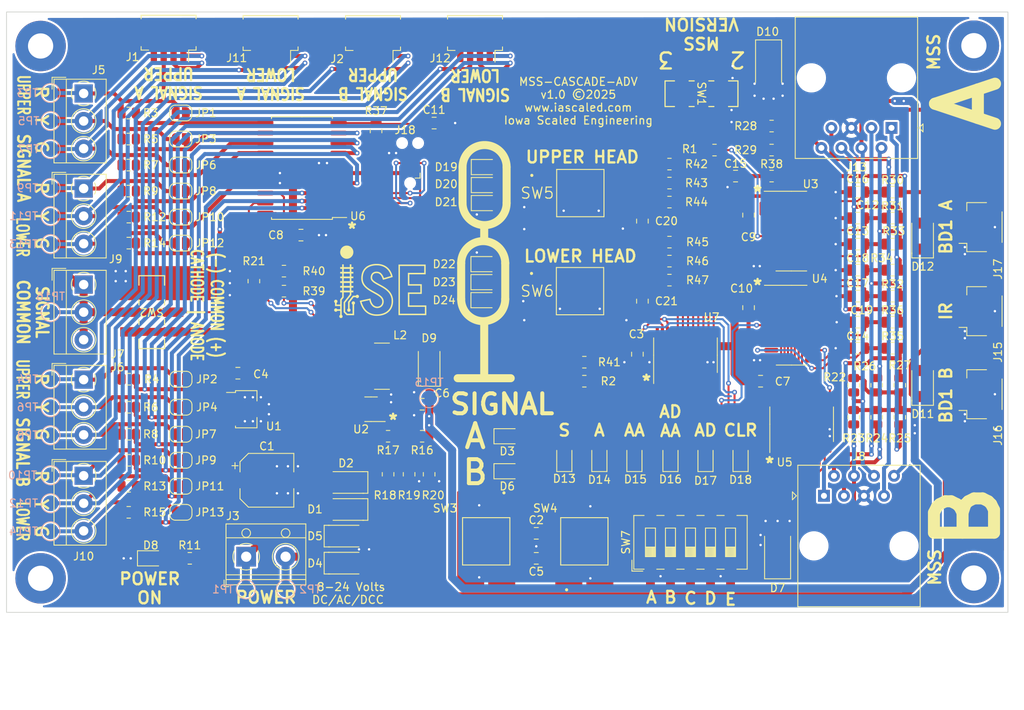
<source format=kicad_pcb>
(kicad_pcb (version 20211014) (generator pcbnew)
  (layers (0 "F.Cu" signal) (31 "B.Cu" signal) (34 "B.Paste" user) (35 "F.Paste" user) (36 "B.SilkS" user "B.Silkscreen") (37 "F.SilkS" user "F.Silkscreen") (38 "B.Mask" user) (39 "F.Mask" user) (44 "Edge.Cuts" user))
  (net 0 "")
  (net 1 "GND")
  (net 2 "+5V")
  (net 3 "Net-(D1-Pad2)")
  (net 4 "Net-(D2-Pad2)")
  (net 9 "Net-(C11-Pad1)")
  (net 10 "Net-(C13-Pad1)")
  (net 11 "+12V")
  (net 12 "Net-(C12-Pad1)")
  (net 13 "Net-(C14-Pad1)")
  (net 14 "Net-(C16-Pad1)")
  (net 15 "Net-(D9-Pad2)")
  (net 16 "Net-(C17-Pad1)")
  (net 17 "Net-(C18-Pad1)")
  (net 18 "Net-(C19-Pad1)")
  (net 19 "Net-(D8-Pad2)")
  (net 20 "Net-(D11-Pad1)")
  (net 21 "Net-(J1-Pad1)")
  (net 22 "Net-(J1-Pad2)")
  (net 23 "Net-(J1-Pad3)")
  (net 24 "Net-(J1-Pad4)")
  (net 25 "Net-(J2-Pad1)")
  (net 26 "Net-(J2-Pad2)")
  (net 27 "Net-(J10-Pad1)")
  (net 28 "Net-(J2-Pad3)")
  (net 29 "/COM_SENSE")
  (net 30 "/VPWR")
  (net 31 "/B_ADJACENT")
  (net 32 "/A_ADJACENT")
  (net 33 "Net-(R16-Pad1)")
  (net 34 "Net-(R17-Pad1)")
  (net 35 "Net-(R18-Pad1)")
  (net 36 "Net-(J11-Pad1)")
  (net 37 "Net-(J11-Pad2)")
  (net 38 "Net-(J10-Pad2)")
  (net 39 "Net-(J10-Pad3)")
  (net 40 "Net-(J13-Pad7)")
  (net 44 "/A_U_SIGNAL_R")
  (net 45 "/A_U_SIGNAL_Y")
  (net 46 "/A_U_SIGNAL_G")
  (net 47 "/A_L_SIGNAL_R")
  (net 48 "/B_ADV_APPROACH")
  (net 49 "/A_L_SIGNAL_Y")
  (net 50 "/B_APPROACH")
  (net 51 "/A_L_SIGNAL_G")
  (net 52 "/A_APPROACH")
  (net 53 "Net-(R19-Pad1)")
  (net 54 "Net-(U3-Pad15)")
  (net 56 "Net-(C15-Pad1)")
  (net 57 "Net-(U4-Pad12)")
  (net 58 "Net-(U4-Pad15)")
  (net 59 "Net-(U3-Pad2)")
  (net 60 "Net-(U4-Pad6)")
  (net 61 "Net-(U4-Pad10)")
  (net 62 "/OPTION_A")
  (net 63 "/OPTION_B")
  (net 64 "/OPTION_C")
  (net 65 "/OPTION_D")
  (net 66 "/OPTION_E")
  (net 67 "Net-(J11-Pad3)")
  (net 68 "Net-(U3-Pad12)")
  (net 69 "Net-(U3-Pad10)")
  (net 70 "/B_DIV_APRCH")
  (net 72 "/SW_A")
  (net 73 "/A_ADV_APPROACH")
  (net 75 "/A_DIV_APRCH")
  (net 76 "/B_L_SIGNAL_G")
  (net 77 "/B_L_SIGNAL_Y")
  (net 78 "/B_U_SIGNAL_R")
  (net 79 "/B_U_SIGNAL_Y")
  (net 80 "/B_U_SIGNAL_G")
  (net 81 "/B_L_SIGNAL_R")
  (net 82 "/SW_B")
  (net 83 "Net-(D3-Pad1)")
  (net 84 "Net-(D3-Pad2)")
  (net 85 "/MSS_V2")
  (net 86 "Net-(D6-Pad2)")
  (net 87 "Net-(D13-Pad1)")
  (net 88 "Net-(D13-Pad2)")
  (net 89 "Net-(D14-Pad2)")
  (net 90 "Net-(D15-Pad2)")
  (net 91 "Net-(D16-Pad2)")
  (net 92 "Net-(D17-Pad2)")
  (net 93 "Net-(D18-Pad2)")
  (net 94 "Net-(D19-Pad2)")
  (net 95 "Net-(D20-Pad2)")
  (net 96 "Net-(D21-Pad2)")
  (net 97 "Net-(D22-Pad2)")
  (net 98 "Net-(D23-Pad2)")
  (net 99 "Net-(D24-Pad2)")
  (net 100 "Net-(R1-Pad2)")
  (net 101 "Net-(R1-Pad1)")
  (net 102 "/SDA")
  (net 103 "Net-(R42-Pad1)")
  (net 104 "Net-(R43-Pad1)")
  (net 105 "Net-(R44-Pad1)")
  (net 106 "Net-(R45-Pad1)")
  (net 107 "Net-(R46-Pad1)")
  (net 108 "Net-(R47-Pad1)")
  (net 110 "Net-(C20-Pad1)")
  (net 111 "Net-(C21-Pad1)")
  (net 112 "/SCL")
  (footprint "Capacitor_SMD:C_0805_2012Metric" (layer "F.Cu") (at 105.41 159.004 -90)
    (fp_text reference "C3")
    (fp_text value "0.1uF")
  )
  (footprint "Resistor_SMD:R_0805_2012Metric" (layer "F.Cu") (at 48.641 184.912)
    (fp_text reference "R11")
    (fp_text value "1k")
  )
  (footprint "ISE_Generic:SOD-123T" (layer "F.Cu") (at 68.453 175.26 180)
    (fp_text reference "D2")
    (fp_text value "CDBM140G")
  )
  (footprint "Capacitor_SMD:C_0805_2012Metric" (layer "F.Cu") (at 92.583 184.912 180)
    (fp_text reference "C5")
    (fp_text value "0.1uF")
  )
  (footprint "Resistor_SMD:R_0805_2012Metric" (layer "F.Cu") (at 138.684 167.005 -90)
    (fp_text reference "R25")
    (fp_text value "10k")
  )
  (footprint "Resistor_SMD:R_0805_2012Metric" (layer "F.Cu") (at 40.894 169.164 180)
    (fp_text reference "R8")
    (fp_text value "330")
  )
  (footprint "MountingHole:MountingHole_3.2mm_M3_Pad" (layer "F.Cu") (at 29.718 119.888)
    (fp_text reference "H4" hide)
    (fp_text value "MountingHole")
  )
  (footprint "Resistor_SMD:R_0805_2012Metric" (layer "F.Cu") (at 40.894 144.907 180)
    (fp_text reference "R14")
    (fp_text value "330")
  )
  (footprint "Connector_JST:JST_SH_SM04B-SRSS-TB_1x04-1MP_P1.00mm_Horizontal" (layer "F.Cu") (at 148.971 164.084 90)
    (fp_text reference "J16")
    (fp_text value "SM04B-SRSS")
  )
  (footprint "Jumper:SolderJumper-2_P1.3mm_Open_RoundedPad1.0x1.5mm" (layer "F.Cu") (at 47.498 175.768 180)
    (fp_text reference "JP11")
    (fp_text value "SolderJumper_2_Open")
  )
  (footprint "LED_SMD:LED_0805_2012Metric" (layer "F.Cu") (at 86.0275 137.541)
    (fp_text reference "D20")
    (fp_text value "AMBER LED")
  )
  (footprint "Package_SO:SO-16_3.9x9.9mm_P1.27mm" (layer "F.Cu") (at 124.968 155.321)
    (fp_text reference "U4")
    (fp_text value "74HC4049")
  )
  (footprint "Resistor_SMD:R_0805_2012Metric" (layer "F.Cu") (at 137.7715 141.732 180)
    (fp_text reference "R31")
    (fp_text value "10k")
  )
  (footprint "TerminalBlock_MetzConnect:TerminalBlock_MetzConnect_Type059_RT06303HBWC_1x03_P3.50mm_Horizontal" (layer "F.Cu") (at 35.179 174.427 -90)
    (fp_text reference "J10")
    (fp_text value "Screw_Terminal_01x02")
  )
  (footprint "Jumper:SolderJumper-2_P1.3mm_Open_RoundedPad1.0x1.5mm" (layer "F.Cu") (at 47.498 169.164 180)
    (fp_text reference "JP7")
    (fp_text value "SolderJumper_2_Open")
  )
  (footprint "TerminalBlock_MetzConnect:TerminalBlock_MetzConnect_Type059_RT06303HBWC_1x03_P3.50mm_Horizontal" (layer "F.Cu") (at 35.179 125.913 -90)
    (fp_text reference "J5")
    (fp_text value "Screw_Terminal_01x02")
  )
  (footprint "Package_TO_SOT_SMD:SOT-23-5" (layer "F.Cu") (at 71.628 165.989 180)
    (fp_text reference "U2")
    (fp_text value "AP3012")
  )
  (footprint "Resistor_SMD:R_0805_2012Metric" (layer "F.Cu") (at 122.428 133.096)
    (fp_text reference "R29")
    (fp_text value "10k")
  )
  (footprint "Jumper:SolderJumper-2_P1.3mm_Open_RoundedPad1.0x1.5mm" (layer "F.Cu") (at 47.498 135.001 180)
    (fp_text reference "JP6")
    (fp_text value "SolderJumper_2_Open")
  )
  (footprint "Connector:Tag-Connect_TC2030-IDC-NL_2x03_P1.27mm_Vertical" (layer "F.Cu") (at 76.581 134.747 90)
    (fp_text reference "J18")
    (fp_text value "AVR-ISP")
  )
  (footprint "ISE_Generic:TE_FSM4JSMA" (layer "F.Cu") (at 98.679 182.753 90)
    (fp_text reference "SW4")
    (fp_text value "FSM4JSMATR")
  )
  (footprint "LED_SMD:LED_0805_2012Metric" (layer "F.Cu") (at 85.979 149.86)
    (fp_text reference "D23")
    (fp_text value "AMBER LED")
  )
  (footprint "Capacitor_SMD:C_0805_2012Metric" (layer "F.Cu") (at 133.35 154.94 180)
    (fp_text reference "C19")
    (fp_text value "0.1uF")
  )
  (footprint "Connector_Molex:Molex_PicoBlade_53261-0471_1x04-1MP_P1.25mm_Horizontal" (layer "F.Cu") (at 58.888 118.737 180)
    (fp_text reference "J11")
    (fp_text value "Molex 0532610471")
  )
  (footprint "LED_SMD:LED_0805_2012Metric" (layer "F.Cu") (at 96.139 172.212 90)
    (fp_text reference "D13")
    (fp_text value "AMBER LED")
  )
  (footprint "Jumper:SolderJumper-2_P1.3mm_Open_RoundedPad1.0x1.5mm" (layer "F.Cu") (at 47.498 128.397 180)
    (fp_text reference "JP1")
    (fp_text value "SolderJumper_2_Open")
  )
  (footprint "Resistor_SMD:R_0805_2012Metric" (layer "F.Cu") (at 138.684 162.941 90)
    (fp_text reference "R27")
    (fp_text value "10k")
  )
  (footprint "LED_SMD:LED_0805_2012Metric" (layer "F.Cu") (at 86.0275 135.255)
    (fp_text reference "D19")
    (fp_text value "GREEN LED")
  )
  (footprint "Capacitor_SMD:C_0805_2012Metric" (layer "F.Cu") (at 133.35 138.43 180)
    (fp_text reference "C16")
    (fp_text value "0.1uF")
  )
  (footprint "LED_SMD:LED_0805_2012Metric" (layer "F.Cu") (at 43.688 184.912)
    (fp_text reference "D8")
    (fp_text value "GREEN LED")
  )
  (footprint "ISE_UltraLibrarian:SW_JS202011SCQN" (layer "F.Cu") (at 113.538 125.94475 -90)
    (fp_text reference "SW1")
    (fp_text value "JS202011SCQN")
  )
  (footprint "Connector_RJ:RJ45_Amphenol_54602-x08_Horizontal" (layer "F.Cu") (at 129.0675 176.97875)
    (fp_text reference "J8")
    (fp_text value "8P8C")
  )
  (footprint "Resistor_SMD:R_0805_2012Metric" (layer "F.Cu") (at 137.7715 138.43 180)
    (fp_text reference "R30")
    (fp_text value "10k")
  )
  (footprint "TerminalBlock_MetzConnect:TerminalBlock_MetzConnect_Type059_RT06303HBWC_1x03_P3.50mm_Horizontal" (layer "F.Cu") (at 35.179 150.17 -90)
    (fp_text reference "J7")
    (fp_text value "Screw_Terminal_01x02")
  )
  (footprint "Resistor_SMD:R_0805_2012Metric" (layer "F.Cu") (at 40.894 138.303 180)
    (fp_text reference "R9")
    (fp_text value "330")
  )
  (footprint "Resistor_SMD:R_0805_2012Metric" (layer "F.Cu") (at 137.7715 151.638 180)
    (fp_text reference "R32")
    (fp_text value "10k")
  )
  (footprint "TerminalBlock_RND:TerminalBlock_RND_205-00012_1x02_P5.00mm_Horizontal" (layer "F.Cu") (at 55.793 184.704)
    (fp_text reference "J3")
    (fp_text value "Screw_Terminal_01x02")
  )
  (footprint "ISE_Generic:TE_FSM4JSMA" (layer "F.Cu") (at 86.233 182.753 -90)
    (fp_text reference "SW3")
    (fp_text value "FSM4JSMATR")
  )
  (footprint "TerminalBlock_MetzConnect:TerminalBlock_MetzConnect_Type059_RT06303HBWC_1x03_P3.50mm_Horizontal" (layer "F.Cu") (at 35.179 137.978 -90)
    (fp_text reference "J9")
    (fp_text value "Screw_Terminal_01x02")
  )
  (footprint "Resistor_SMD:R_0805_2012Metric" (layer "F.Cu") (at 40.894 141.605 180)
    (fp_text reference "R12")
    (fp_text value "330")
  )
  (footprint "Resistor_SMD:R_0805_2012Metric" (layer "F.Cu") (at 135.763 162.941 -90)
    (fp_text reference "R26")
    (fp_text value "10k")
  )
  (footprint "Resistor_SMD:R_0805_2012Metric" (layer "F.Cu") (at 40.894 172.466 180)
    (fp_text reference "R10")
    (fp_text value "330")
  )
  (footprint "Resistor_SMD:R_0805_2012Metric" (layer "F.Cu") (at 60.579 148.463)
    (fp_text reference "R40")
    (fp_text value "10k")
  )
  (footprint "Capacitor_SMD:C_0805_2012Metric" (layer "F.Cu") (at 106.045 142.113 -90)
    (fp_text reference "C20")
    (fp_text value "0.1uF")
  )
  (footprint "Resistor_SMD:R_0805_2012Metric" (layer "F.Cu") (at 40.894 135.001 180)
    (fp_text reference "R7")
    (fp_text value "330")
  )
  (footprint "LED_SMD:LED_0805_2012Metric" (layer "F.Cu") (at 88.9 173.863)
    (fp_text reference "D6")
    (fp_text value "BLUE LED")
  )
  (footprint "Package_SO:SO-16_3.9x9.9mm_P1.27mm" (layer "F.Cu") (at 124.933 143.383)
    (fp_text reference "U3")
    (fp_text value "74HC4049")
  )
  (footprint "Capacitor_SMD:C_0805_2012Metric" (layer "F.Cu") (at 119.507 141.351 -90)
    (fp_text reference "C9")
    (fp_text value "0.1uF")
  )
  (footprint "Capacitor_SMD:C_0805_2012Metric" (layer "F.Cu") (at 92.583 181.737)
    (fp_text reference "C2")
    (fp_text value "0.1uF")
  )
  (footprint "ISE_UltraLibrarian:SW_JS202011SCQN" (layer "F.Cu") (at 43.815 153.67 180)
    (fp_text reference "SW2")
    (fp_text value "JS202011SCQN")
  )
  (footprint "Resistor_SMD:R_0805_2012Metric" (layer "F.Cu") (at 137.7715 148.336 180)
    (fp_text reference "R34")
    (fp_text value "10k")
  )
  (footprint "LED_SMD:LED_0805_2012Metric" (layer "F.Cu") (at 88.9 169.418)
    (fp_text reference "D3")
    (fp_text value "BLUE LED")
  )
  (footprint "Capacitor_SMD:C_0805_2012Metric" (layer "F.Cu") (at 133.35 145.034 180)
    (fp_text reference "C13")
    (fp_text value "0.1uF")
  )
  (footprint "Resistor_SMD:R_0805_2012Metric" (layer "F.Cu") (at 73.787 174.244 90)
    (fp_text reference "R18")
    (fp_text value "1k")
  )
  (footprint "LED_SMD:LED_0805_2012Metric" (layer "F.Cu") (at 105.029 172.212 90)
    (fp_text reference "D15")
    (fp_text value "AMBER LED")
  )
  (footprint "Resistor_SMD:R_0805_2012Metric" (layer "F.Cu") (at 137.7715 158.242 180)
    (fp_text reference "R35")
    (fp_text value "10k")
  )
  (footprint "Capacitor_SMD:C_0805_2012Metric" (layer "F.Cu") (at 119.507 153.096 -90)
    (fp_text reference "C10")
    (fp_text value "0.1uF")
  )
  (footprint "Resistor_SMD:R_0805_2012Metric" (layer "F.Cu") (at 72.263 130.683 -90)
    (fp_text reference "R37")
    (fp_text value "10k")
  )
  (footprint "Resistor_SMD:R_0805_2012Metric" (layer "F.Cu") (at 137.7715 154.94 180)
    (fp_text reference "R36")
    (fp_text value "10k")
  )
  (footprint "Resistor_SMD:R_0805_2012Metric" (layer "F.Cu") (at 135.763 167.005 -90)
    (fp_text reference "R24")
    (fp_text value "10k")
  )
  (footprint "Resistor_SMD:R_0805_2012Metric" (layer "F.Cu") (at 60.579 151.003)
    (fp_text reference "R39")
    (fp_text value "10k")
  )
  (footprint "TerminalBlock_MetzConnect:TerminalBlock_MetzConnect_Type059_RT06303HBWC_1x03_P3.50mm_Horizontal" (layer "F.Cu") (at 35.179 162.235 -90)
    (fp_text reference "J6")
    (fp_text value "Screw_Terminal_01x02")
  )
  (footprint "LED_SMD:LED_0805_2012Metric" (layer "F.Cu") (at 109.601 172.212 90)
    (fp_text reference "D16")
    (fp_text value "AMBER LED")
  )
  (footprint "Jumper:SolderJumper-2_P1.3mm_Open_RoundedPad1.0x1.5mm" (layer "F.Cu") (at 47.498 131.699 180)
    (fp_text reference "JP3")
    (fp_text value "SolderJumper_2_Open")
  )
  (footprint "Connector_Molex:Molex_PicoBlade_53261-0471_1x04-1MP_P1.25mm_Horizontal" (layer "F.Cu") (at 45.954 118.699 180)
    (fp_text reference "J1")
    (fp_text value "Molex 0532610471")
  )
  (footprint "Resistor_SMD:R_0805_2012Metric" (layer "F.Cu") (at 109.474 147.193 180)
    (fp_text reference "R46")
    (fp_text value "1k")
  )
  (footprint "Diode_SMD:D_SMA" (layer "F.Cu") (at 122.047 122.51575 -90)
    (fp_text reference "D10")
    (fp_text value "SMAJ18A-TP")
  )
  (footprint "Resistor_SMD:R_0805_2012Metric" (layer "F.Cu") (at 98.679 162.433)
    (fp_text reference "R2")
    (fp_text value "1k")
  )
  (footprint "Resistor_SMD:R_0805_2012Metric" (layer "F.Cu") (at 40.894 175.768 180)
    (fp_text reference "R13")
    (fp_text value "330")
  )
  (footprint "Capacitor_SMD:C_0805_2012Metric" (layer "F.Cu") (at 133.35 141.732 180)
    (fp_text reference "C12")
    (fp_text value "0.1uF")
  )
  (footprint "Package_SO:SOIC-20W_7.5x12.8mm_P1.27mm" (layer "F.Cu") (at 62.865 135.382 180)
    (fp_text reference "U6")
    (fp_text value "ATtiny861A-S")
  )
  (footprint "Jumper:SolderJumper-2_P1.3mm_Open_RoundedPad1.0x1.5mm" (layer "F.Cu") (at 47.513 165.735 180)
    (fp_text reference "JP4")
    (fp_text value "SolderJumper_2_Open")
  )
  (footprint "Resistor_SMD:R_0805_2012Metric" (layer "F.Cu") (at 78.105 169.418)
    (fp_text reference "R16")
    (fp_text value "10k")
  )
  (footprint "Capacitor_SMD:C_0805_2012Metric" (layer "F.Cu") (at 133.35 148.336 180)
    (fp_text reference "C18")
    (fp_text value "0.1uF")
  )
  (footprint "Capacitor_SMD:C_0805_2012Metric" (layer "F.Cu") (at 79.629 129.667)
    (fp_text reference "C11")
    (fp_text value "1uF")
  )
  (footprint "Resistor_SMD:R_0805_2012Metric" (layer "F.Cu") (at 40.894 179.07 180)
    (fp_text reference "R15")
    (fp_text value "330")
  )
  (footprint "Resistor_SMD:R_0805_2012Metric" (layer "F.Cu") (at 98.679 160.02)
    (fp_text reference "R41")
    (fp_text value "1k")
  )
  (footprint "Resistor_SMD:R_0805_2012Metric" (layer "F.Cu") (at 109.474 144.78 180)
    (fp_text reference "R45")
    (fp_text value "1k")
  )
  (footprint "ISE_Generic:SOD-123T" (layer "F.Cu") (at 141.605 162.72525 90)
    (fp_text reference "D11")
    (fp_text value "CDBM140G")
  )
  (footprint "Resistor_SMD:R_0805_2012Metric" (layer "F.Cu") (at 115.189 133.096 180)
    (fp_text reference "R1")
    (fp_text value "10k")
  )
  (footprint "Resistor_SMD:R_0805_2012Metric" (layer "F.Cu") (at 122.428 136.398 180)
    (fp_text reference "R38")
    (fp_text value "10k")
  )
  (footprint "Resistor_SMD:R_0805_2012Metric" (layer "F.Cu") (at 40.894 165.735 180)
    (fp_text reference "R6")
    (fp_text value "330")
  )
  (footprint "Connector_Molex:Molex_PicoBlade_53261-0471_1x04-1MP_P1.25mm_Horizontal" (layer "F.Cu") (at 84.816 118.737 180)
    (fp_text reference "J12")
    (fp_text value "Molex 0532610471")
  )
  (footprint "Resistor_SMD:R_0805_2012Metric" (layer "F.Cu") (at 109.474 149.606 180)
    (fp_text reference "R47")
    (fp_text value "1k")
  )
  (footprint "Capacitor_SMD:C_0805_2012Metric" (layer "F.Cu") (at 133.35 151.638 180)
    (fp_text reference "C17")
    (fp_text value "0.1uF")
  )
  (footprint "Capacitor_SMD:C_0805_2012Metric" (layer "F.Cu") (at 78.105 165.354 180)
    (fp_text reference "C6")
    (fp_text value "10uF")
  )
  (footprint "Jumper:SolderJumper-2_P1.3mm_Open_RoundedPad1.0x1.5mm" (layer "F.Cu") (at 47.513 162.179 180)
    (fp_text reference "JP2")
    (fp_text value "SolderJumper_2_Open")
  )
  (footprint "Capacitor_SMD:C_0805_2012Metric" (layer "F.Cu") (at 117.856 136.398 180)
    (fp_text reference "C15")
    (fp_text value "0.1uF")
  )
  (footprint "Resistor_SMD:R_0805_2012Metric" (layer "F.Cu") (at 78.994 174.244 90)
    (fp_text reference "R20")
    (fp_text value "330")
  )
  (footprint "LED_SMD:LED_0805_2012Metric" (layer "F.Cu") (at 86.0275 139.827)
    (fp_text reference "D21")
    (fp_text value "RED LED")
  )
  (footprint "Jumper:SolderJumper-2_P1.3mm_Open_RoundedPad1.0x1.5mm" (layer "F.Cu") (at 47.513 172.466 180)
    (fp_text reference "JP9")
    (fp_text value "SolderJumper_2_Open")
  )
  (footprint "ISE_Generic:SOD-123T" (layer "F.Cu") (at 68.453 178.689 180)
    (fp_text reference "D1")
    (fp_text value "CDBM140G")
  )
  (footprint "Resistor_SMD:R_0805_2012Metric" (layer "F.Cu") (at 109.474 137.287 180)
    (fp_text reference "R43")
    (fp_text value "1k")
  )
  (footprint "Capacitor_SMD:C_0805_2012Metric" (layer "F.Cu") (at 121.031 162.433)
    (fp_text reference "C7")
    (fp_text value "0.1uF")
  )
  (footprint "ISE_Generic:SOD-123T" (layer "F.Cu") (at 68.453 182.118)
    (fp_text reference "D5")
    (fp_text value "CDBM140G")
  )
  (footprint "Resistor_SMD:R_0805_2012Metric" (layer "F.Cu") (at 137.7715 145.034 180)
    (fp_text reference "R33")
    (fp_text value "10k")
  )
  (footprint "Resistor_SMD:R_0805_2012Metric" (layer "F.Cu") (at 40.894 162.179 180)
    (fp_text reference "R4")
    (fp_text value "330")
  )
  (footprint "LED_SMD:LED_0805_2012Metric" (layer "F.Cu") (at 100.584 172.212 90)
    (fp_text reference "D14")
    (fp_text value "AMBER LED")
  )
  (footprint "LED_SMD:LED_0805_2012Metric" (layer "F.Cu") (at 118.491 172.212 90)
    (fp_text reference "D18")
    (fp_text value "AMBER LED")
  )
  (footprint "Capacitor_SMD:C_0805_2012Metric" (layer "F.Cu") (at 62.738 143.891)
    (fp_text reference "C8")
    (fp_text value "0.1uF")
  )
  (footprint "Resistor_SMD:R_0805_2012Metric" (layer "F.Cu") (at 73.787 169.418)
    (fp_text reference "R17")
    (fp_text value "10k")
  )
  (footprint "LED_SMD:LED_0805_2012Metric" (layer "F.Cu") (at 114.046 172.212 90)
    (fp_text reference "D17")
    (fp_text value "AMBER LED")
  )
  (footprint "Connector_RJ:RJ45_Amphenol_54602-x08_Horizontal" (layer "F.Cu") (at 137.6325 130.28275 180)
    (fp_text reference "J13")
    (fp_text value "8P8C")
  )
  (footprint "ISE_Generic:TE_FSM4JSMA" (layer "F.Cu") (at 98.13 151.003)
    (fp_text reference "SW6")
    (fp_text value "FSM4JSMATR")
  )
  (footprint "Jumper:SolderJumper-2_P1.3mm_Open_RoundedPad1.0x1.5mm" (layer "F.Cu") (at 47.498 138.303 180)
    (fp_text reference "JP8")
    (fp_text value "SolderJumper_2_Open")
  )
  (footprint "Connector_JST:JST_SH_SM04B-SRSS-TB_1x04-1MP_P1.00mm_Horizontal" (layer "F.Cu") (at 148.971 153.543 90)
    (fp_text reference "J15")
    (fp_text value "SM04B-SRSS")
  )
  (footprint "ISE_Generic:SOT-89-3" (layer "F.Cu") (at 55.499 165.989)
    (fp_text reference "U1")
    (fp_text value "AP7381-50Y")
  )
  (footprint "LED_SMD:LED_0805_2012Metric" (layer "F.Cu") (at 85.979 152.146)
    (fp_text reference "D24")
    (fp_text value "RED LED")
  )
  (footprint "Resistor_SMD:R_0805_2012Metric" (layer "F.Cu") (at 132.842 167.005 -90)
    (fp_text reference "R23")
    (fp_text value "10k")
  )
  (footprint "MountingHole:MountingHole_3.2mm_M3_Pad" (layer "F.Cu") (at 29.718 187.452)
    (fp_text reference "H1" hide)
    (fp_text value "MountingHole")
  )
  (footprint "Capacitor_SMD:C_0805_2012Metric" (layer "F.Cu") (at 54.737 161.417)
    (fp_text reference "C4")
    (fp_text value "22uF")
  )
  (footprint "Capacitor_SMD:C_0805_2012Metric" (layer "F.Cu") (at 133.35 158.242 180)
    (fp_text reference "C14")
    (fp_text value "0.1uF")
  )
  (footprint "Resistor_SMD:R_0805_2012Metric" (layer "F.Cu") (at 109.474 139.7 180)
    (fp_text reference "R44")
    (fp_text value "1k")
  )
  (footprint "ISE_Generic:SOD-123T" (layer "F.Cu") (at 79.0194 160.29975 90)
    (fp_text reference "D9")
    (fp_text value "CDBM140G")
  )
  (footprint "Capacitor_SMD:CP_Elec_6.3x5.8" (layer "F.Cu") (at 58.42 175.006)
    (fp_text reference "C1")
    (fp_text value "68uF")
  )
  (footprint "LED_SMD:LED_0805_2012Metric" (layer "F.Cu") (at 85.979 147.574)
    (fp_text reference "D22")
    (fp_text value "GREEN LED")
  )
  (footprint "Connector_Molex:Molex_PicoBlade_53261-0471_1x04-1MP_P1.25mm_Horizontal" (layer "F.Cu") (at 71.882 118.745 180)
    (fp_text reference "J2")
    (fp_text value "Molex 0532610471")
  )
  (footprint "MountingHole:MountingHole_3.2mm_M3_Pad" (layer "F.Cu") (at 148.082 187.41275)
    (fp_text reference "H3" hide)
    (fp_text value "MountingHole")
  )
  (footprint "Jumper:SolderJumper-2_P1.3mm_Open_RoundedPad1.0x1.5mm" (layer "F.Cu") (at 47.498 141.605 180)
    (fp_text reference "JP10")
    (fp_text value "SolderJumper_2_Open")
  )
  (footprint "Resistor_SMD:R_0805_2012Metric" (layer "F.Cu") (at 122.428 130.048)
    (fp_text reference "R28")
    (fp_text value "10k")
  )
  (footprint "Package_SO:TSSOP-24_4.4x7.8mm_P0.65mm" (layer "F.Cu") (at 111.506 159.131 90)
    (fp_text reference "U7")
    (fp_text value "PCA9555PW")
  )
  (footprint "Jumper:SolderJumper-2_P1.3mm_Open_RoundedPad1.0x1.5mm" (layer "F.Cu") (at 47.498 144.907 180)
    (fp_text reference "JP12")
    (fp_text value "SolderJumper_2_Open")
  )
  (footprint "Resistor_SMD:R_0805_2012Metric" (layer "F.Cu") (at 40.894 128.397 180)
    (fp_text reference "R3")
    (fp_text value "330")
  )
  (footprint "Resistor_SMD:R_0805_2012Metric" (layer "F.Cu") (at 132.842 162.941 -90)
    (fp_text reference "R22")
    (fp_text value "10k")
  )
  (footprint "Jumper:SolderJumper-2_P1.3mm_Open_RoundedPad1.0x1.5mm" (layer "F.Cu") (at 47.513 179.07 180)
    (fp_text reference "JP13")
    (fp_text value "SolderJumper_2_Open")
  )
  (footprint "Resistor_SMD:R_0805_2012Metric" (layer "F.Cu") (at 56.769 149.733 -90)
    (fp_text reference "R21")
    (fp_text value "10k")
  )
  (footprint "Connector_JST:JST_SH_SM04B-SRSS-TB_1x04-1MP_P1.00mm_Horizontal" (layer "F.Cu") (at 148.971 142.875 90)
    (fp_text reference "J17")
    (fp_text value "SM04B-SRSS")
  )
  (footprint "ISE_Generic:TE_FSM4JSMA" (layer "F.Cu") (at 98.171 138.557)
    (fp_text reference "SW5")
    (fp_text value "FSM4JSMATR")
  )
  (footprint "Diode_SMD:D_SMA" (layer "F.Cu") (at 123.19 184.11075 90)
    (fp_text reference "D7")
    (fp_text value "SMAJ18A-TP")
  )
  (footprint "Resistor_SMD:R_0805_2012Metric" (layer "F.Cu") (at 76.454 174.244 -90)
    (fp_text reference "R19")
    (fp_text value "1k")
  )
  (footprint "MountingHole:MountingHole_3.2mm_M3_Pad" (layer "F.Cu") (at 148.082 119.84875)
    (fp_text reference "H2" hide)
    (fp_text value "MountingHole")
  )
  (footprint "Resistor_SMD:R_0805_2012Metric" (layer "F.Cu") (at 40.894 131.699 180)
    (fp_text reference "R5")
    (fp_text value "330")
  )
  (footprint "ISE_Generic:SOD-123T" (layer "F.Cu") (at 68.453 185.547)
    (fp_text reference "D4")
    (fp_text value "CDBM140G")
  )
  (footprint "Resistor_SMD:R_0805_2012Metric" (layer "F.Cu") (at 109.474 134.874 180)
    (fp_text reference "R42")
    (fp_text value "1k")
  )
  (footprint "Package_SO:TSSOP-24_4.4x7.8mm_P0.65mm" (layer "F.Cu") (at 126.238 167.894 90)
    (fp_text reference "U5")
    (fp_text value "PCA9555PW")
  )
  (footprint "ISE_UltraLibrarian:MSS6132-xxxMLC" (layer "F.Cu") (at 73.0123 160.528)
    (fp_text reference "L2")
    (fp_text value "4.7uH" hide)
  )
  (footprint "Capacitor_SMD:C_0805_2012Metric" (layer "F.Cu") (at 106.045 152.273 -90)
    (fp_text reference "C21")
    (fp_text value "0.1uF")
  )
  (footprint "ISE_Generic:SOD-123T" (layer "F.Cu") (at 141.605 144.018 90)
    (fp_text reference "D12")
    (fp_text value "CDBM140G")
  )
  (footprint "Button_Switch_SMD:SW_DIP_SPSTx05_Slide_6.7x14.26mm_W8.61mm_P2.54mm_LowProfile" (layer "F.Cu") (at 112.141 182.88 90)
    (fp_text reference "SW7")
    (fp_text value "SW_DIP_x05")
  )
  (footprint "TestPoint:TestPoint_Pad_D2.0mm" (layer "B.Cu") (at 30.988 181.483 180)
    (fp_text reference "TP14")
    (fp_text value "TestPoint")
  )
  (footprint "TestPoint:TestPoint_Pad_D2.0mm" (layer "B.Cu") (at 30.988 162.179 180)
    (fp_text reference "TP4")
    (fp_text value "TestPoint")
  )
  (footprint "TestPoint:TestPoint_Pad_D2.0mm" (layer "B.Cu") (at 30.988 141.478 180)
    (fp_text reference "TP11")
    (fp_text value "TestPoint")
  )
  (footprint "TestPoint:TestPoint_Pad_D2.0mm" (layer "B.Cu") (at 31.002 174.371 180)
    (fp_text reference "TP10")
    (fp_text value "TestPoint")
  )
  (footprint "TestPoint:TestPoint_Pad_D2.0mm" (layer "B.Cu") (at 60.833 188.849 180)
    (fp_text reference "TP2")
    (fp_text value "TestPoint")
  )
  (footprint "TestPoint:TestPoint_Pad_D2.0mm" (layer "B.Cu") (at 30.988 125.857 180)
    (fp_text reference "TP3")
    (fp_text value "TestPoint")
  )
  (footprint "TestPoint:TestPoint_Pad_D2.0mm" (layer "B.Cu") (at 30.988 153.67 180)
    (fp_text reference "TP16")
    (fp_text value "TestPoint")
  )
  (footprint "TestPoint:TestPoint_Pad_D2.0mm" (layer "B.Cu") (at 30.988 165.735 180)
    (fp_text reference "TP6")
    (fp_text value "TestPoint")
  )
  (footprint "TestPoint:TestPoint_Pad_D2.0mm" (layer "B.Cu") (at 78.994 164.592 180)
    (fp_text reference "TP15")
    (fp_text value "TestPoint")
  )
  (footprint "TestPoint:TestPoint_Pad_D2.0mm" (layer "B.Cu") (at 30.988 145.034 180)
    (fp_text reference "TP13")
    (fp_text value "TestPoint")
  )
  (footprint "TestPoint:TestPoint_Pad_D2.0mm" (layer "B.Cu") (at 30.988 177.927 180)
    (fp_text reference "TP12")
    (fp_text value "TestPoint")
  )
  (footprint "TestPoint:TestPoint_Pad_D2.0mm" (layer "B.Cu") (at 30.988 169.291 180)
    (fp_text reference "TP8")
    (fp_text value "TestPoint")
  )
  (footprint "TestPoint:TestPoint_Pad_D2.0mm" (layer "B.Cu") (at 30.988 132.969 180)
    (fp_text reference "TP7")
    (fp_text value "TestPoint")
  )
  (footprint "TestPoint:TestPoint_Pad_D2.0mm" (layer "B.Cu") (at 30.988 137.922 180)
    (fp_text reference "TP9")
    (fp_text value "TestPoint")
  )
  (footprint "TestPoint:TestPoint_Pad_D2.0mm" (layer "B.Cu") (at 30.988 129.413 180)
    (fp_text reference "TP5")
    (fp_text value "TestPoint")
  )
  (footprint "TestPoint:TestPoint_Pad_D2.0mm" (layer "B.Cu") (at 55.753 188.849 180)
    (fp_text reference "TP1")
    (fp_text value "TestPoint")
  )
  (gr_line locked (start 88.8215 135.255) (end 88.8215 139.827) (layer "F.SilkS") (width 1.016))
  (gr_poly (pts (xy 69.899161 151.461568) (xy 69.914028 151.463337) (xy 69.928811 151.466006) (xy 69.943398 151.469549) (xy 69.95768 151.473934) (xy 69.971545 151.479134) (xy 69.984883 151.48512) (xy 69.997583 151.491862) (xy 70.009535 151.499331) (xy 70.020628 151.5075) (xy 70.025817 151.511837) (xy 70.030751 151.516338) (xy 70.035415 151.520999) (xy 70.039795 151.525817) (xy 70.048545 151.536362) (xy 70.056545 151.547208) (xy 70.0638 151.558325) (xy 70.070314 151.569684) (xy 70.076094 151.581254) (xy 70.081146 151.593005) (xy 70.085474 151.604908) (xy 70.089084 151.616933) (xy 70.091983 151.629049) (xy 70.094175 151.641228) (xy 70.095666 151.653439) (xy 70.096461 151.665653) (xy 70.096567 151.677839) (xy 70.095988 151.689968) (xy 70.09473 151.70201) (xy 70.0928 151.713935) (xy 70.090201 151.725714) (xy 70.086941 151.737315) (xy 70.083024 151.748711) (xy 70.078456 151.75987) (xy 70.073242 151.770762) (xy 70.067389 151.781359) (xy 70.060901 151.79163) (xy 70.053785 151.801546) (xy 70.046045 151.811075) (xy 70.037688 151.82019) (xy 70.028718 151.828859) (xy 70.019142 151.837053) (xy 70.008965 151.844743) (xy 69.998193 151.851897) (xy 69.98683 151.858487) (xy 69.974884 151.864483) (xy 69.964949 151.8687) (xy 69.954508 151.872355) (xy 69.943633 151.875447) (xy 69.932396 151.877977) (xy 69.92087 151.879945) (xy 69.909126 151.881351) (xy 69.897238 151.882194) (xy 69.885278 151.882475) (xy 69.873318 151.882194) (xy 69.86143 151.881351) (xy 69.849686 151.879945) (xy 69.83816 151.877977) (xy 69.826923 151.875447) (xy 69.816048 151.872355) (xy 69.805607 151.8687) (xy 69.795673 151.864483) (xy 69.789038 151.861037) (xy 69.781917 151.856856) (xy 69.774437 151.852048) (xy 69.766723 151.846723) (xy 69.758901 151.840989) (xy 69.751098 151.834954) (xy 69.74344 151.828726) (xy 69.736053 151.822415) (xy 69.729063 151.816128) (xy 69.722595 151.809975) (xy 69.716777 151.804064) (xy 69.711733 151.798503) (xy 69.707591 151.793401) (xy 69.705898 151.791056) (xy 69.704477 151.788867) (xy 69.703344 151.786846) (xy 69.702515 151.785008) (xy 69.702007 151.783366) (xy 69.701834 151.781934) (xy 69.70111 151.781281) (xy 69.698985 151.780648) (xy 69.69082 151.779453) (xy 69.677909 151.778374) (xy 69.660823 151.777436) (xy 69.640132 151.776663) (xy 69.616406 151.77608) (xy 69.562134 151.775584) (xy 69.422434 151.775584) (xy 69.167023 152.098022) (xy 68.911612 152.421167) (xy 68.911612 153.2128) (xy 68.929956 153.222678) (xy 68.935767 153.22613) (xy 68.941784 153.230352) (xy 68.947947 153.235271) (xy 68.954198 153.240813) (xy 68.960479 153.246905) (xy 68.966729 153.253473) (xy 68.97289 153.260444) (xy 68.978904 153.267745) (xy 68.984711 153.275303) (xy 68.990252 153.283043) (xy 68.995469 153.290893) (xy 69.000302 153.298779) (xy 69.004693 153.306627) (xy 69.008583 153.314365) (xy 69.011912 153.32192) (xy 69.014623 153.329216) (xy 69.017534 153.339344) (xy 69.019923 153.350077) (xy 69.021794 153.361311) (xy 69.023155 153.372939) (xy 69.024012 153.384857) (xy 69.024371 153.396958) (xy 69.024238 153.409139) (xy 69.023619 153.421292) (xy 69.02252 153.433313) (xy 69.020948 153.445096) (xy 69.018909 153.456536) (xy 69.016409 153.467528) (xy 69.013454 153.477965) (xy 69.01005 153.487744) (xy 69.006205 153.496757) (xy 69.001923 153.5049) (xy 68.993754 153.517856) (xy 68.985123 153.529998) (xy 68.976031 153.541324) (xy 68.96648 153.55183) (xy 68.956469 153.561514) (xy 68.946001 153.570372) (xy 68.935075 153.578401) (xy 68.923694 153.585598) (xy 68.911858 153.59196) (xy 68.899569 153.597484) (xy 68.886827 153.602166) (xy 68.873633 153.606004) (xy 68.859988 153.608995) (xy 68.845894 153.611135) (xy 68.831352 153.612421) (xy 68.816361 153.61285) (xy 68.805077 153.612588) (xy 68.793986 153.611807) (xy 68.783098 153.610519) (xy 68.772425 153.608734) (xy 68.761979 153.606465) (xy 68.751769 153.603721) (xy 68.741806 153.600514) (xy 68.732103 153.596854) (xy 68.722669 153.592753) (xy 68.713516 153.588222) (xy 68.704655 153.583272) (xy 68.696096 153.577913) (xy 68.687851 153.572157) (xy 68.679931 153.566014) (xy 68.672346 153.559496) (xy 68.665108 153.552613) (xy 68.658228 153.545377) (xy 68.651716 153.537799) (xy 68.645583 153.529889) (xy 68.639842 153.521658) (xy 68.634502 153.513118) (xy 68.629574 153.50428) (xy 68.62507 153.495154) (xy 68.621 153.485751) (xy 68.617376 153.476082) (xy 68.614208 153.466159) (xy 68.611507 153.455993) (xy 68.609285 153.445593) (xy 68.607552 153.434972) (xy 68.60632 153.424141) (xy 68.605599 153.413109) (xy 68.6054 153.401889) (xy 68.605674 153.389634) (xy 68.606497 153.377732) (xy 68.607875 153.366173) (xy 68.60981 153.354947) (xy 68.612308 153.344044) (xy 68.615372 153.333453) (xy 68.619007 153.323163) (xy 68.623216 153.313165) (xy 68.628004 153.303449) (xy 68.633375 153.294002) (xy 68.639333 153.284817) (xy 68.645882 153.275881) (xy 68.653026 153.267186) (xy 68.66077 153.258719) (xy 68.669118 153.250472) (xy 68.678073 153.242434) (xy 68.714056 153.211389) (xy 68.714056 152.345672) (xy 69.019562 151.959028) (xy 69.324361 151.571678) (xy 69.511334 151.570972) (xy 69.698306 151.570267) (xy 69.717356 151.54275) (xy 69.721941 151.536461) (xy 69.726947 151.530304) (xy 69.73235 151.524295) (xy 69.738126 151.518453) (xy 69.744248 151.512791) (xy 69.750693 151.507329) (xy 69.757436 151.502081) (xy 69.764452 151.497065) (xy 69.771715 151.492297) (xy 69.779202 151.487794) (xy 69.786887 151.483572) (xy 69.794746 151.479647) (xy 69.802754 151.476037) (xy 69.810886 151.472757) (xy 69.819117 151.469825) (xy 69.827423 151.467256) (xy 69.834173 151.465538) (xy 69.841055 151.464084) (xy 69.855156 151.461959) (xy 69.869614 151.46085) (xy 69.884319 151.460729)) (layer "F.SilkS") (width 0) (fill solid))
  (gr_line (start 85.979 155.067) (end 85.979 161.798) (layer "F.SilkS") (width 1.016))
  (gr_arc locked (start 88.8215 139.827) (mid 86.0275 142.621) (end 83.2335 139.827) (layer "F.SilkS") (width 1.016))
  (gr_poly (pts (xy 68.163723 147.951473) (xy 68.932778 147.951473) (xy 68.932778 147.598695) (xy 69.130334 147.598695) (xy 69.130334 147.951473) (xy 69.384334 147.951473) (xy 69.384334 148.170195) (xy 69.130334 148.170195) (xy 69.130334 148.544139) (xy 69.384334 148.544139) (xy 69.384334 148.769917) (xy 69.130334 148.769917) (xy 69.130334 149.143861) (xy 69.384334 149.143861) (xy 69.384334 149.362584) (xy 69.130334 149.362584) (xy 69.130334 149.736528) (xy 69.384334 149.736528) (xy 69.384334 149.962306) (xy 69.130334 149.962306) (xy 69.130334 150.33625) (xy 69.384334 150.33625) (xy 69.384334 150.562028) (xy 69.130334 150.562028) (xy 69.130334 150.928917) (xy 69.384334 150.928917) (xy 69.384334 151.161751) (xy 69.130334 151.161751) (xy 69.130334 151.490539) (xy 68.73875 151.985133) (xy 68.347167 152.480433) (xy 68.347167 153.592389) (xy 68.483339 153.728561) (xy 68.618806 153.864028) (xy 69.285556 153.864028) (xy 69.285556 153.279122) (xy 69.285528 153.088855) (xy 69.285463 153.011522) (xy 69.285335 152.944965) (xy 69.285242 152.915472) (xy 69.285125 152.888367) (xy 69.284983 152.863547) (xy 69.284812 152.84091) (xy 69.28461 152.820355) (xy 69.284374 152.801778) (xy 69.284103 152.785078) (xy 69.283792 152.770152) (xy 69.28344 152.756899) (xy 69.283044 152.745215) (xy 69.282602 152.735) (xy 69.282363 152.73041) (xy 69.282111 152.72615) (xy 69.281846 152.722205) (xy 69.281568 152.718564) (xy 69.281276 152.715212) (xy 69.28097 152.712139) (xy 69.280651 152.70933) (xy 69.280316 152.706773) (xy 69.279967 152.704455) (xy 69.279603 152.702364) (xy 69.279223 152.700486) (xy 69.278827 152.698809) (xy 69.278415 152.697321) (xy 69.277987 152.696008) (xy 69.277542 152.694857) (xy 69.27708 152.693856) (xy 69.2766 152.692993) (xy 69.276103 152.692253) (xy 69.275587 152.691625) (xy 69.275053 152.691096) (xy 69.2745 152.690653) (xy 69.273929 152.690282) (xy 69.273338 152.689973) (xy 69.272727 152.689711) (xy 69.271445 152.689278) (xy 69.269115 152.688386) (xy 69.266633 152.687174) (xy 69.261258 152.683853) (xy 69.255421 152.679438) (xy 69.24922 152.674053) (xy 69.242754 152.667821) (xy 69.236123 152.660864) (xy 69.229426 152.653306) (xy 69.222762 152.645269) (xy 69.21623 152.636876) (xy 69.209929 152.628251) (xy 69.20396 152.619517) (xy 69.19842 152.610796) (xy 69.193409 152.602211) (xy 69.189027 152.593886) (xy 69.185373 152.585943) (xy 69.182545 152.578506) (xy 69.179518 152.568356) (xy 69.177046 152.557793) (xy 69.175125 152.546885) (xy 69.173747 152.535699) (xy 69.172907 152.524302) (xy 69.172598 152.512761) (xy 69.172814 152.501144) (xy 69.173549 152.489518) (xy 69.174796 152.477949) (xy 69.17655 152.466506) (xy 69.178804 152.455255) (xy 69.181553 152.444263) (xy 69.184789 152.433598) (xy 69.188506 152.423326) (xy 69.192699 152.413516) (xy 69.197361 152.404234) (xy 69.20189 152.39615) (xy 69.206502 152.388544) (xy 69.211232 152.381384) (xy 69.216114 152.374633) (xy 69.221182 152.368259) (xy 69.22647 152.362227) (xy 69.232012 152.356502) (xy 69.237843 152.351052) (xy 69.243996 152.345841) (xy 69.250505 152.340837) (xy 69.257406 152.336003) (xy 69.264731 152.331307) (xy 69.272515 152.326715) (xy 69.280792 152.322192) (xy 69.289596 152.317704) (xy 69.298961 152.313217) (xy 69.310289 152.308241) (xy 69.31545 152.306171) (xy 69.320393 152.304364) (xy 69.325203 152.30281) (xy 69.329967 152.301496) (xy 69.334773 152.300412) (xy 69.339707 152.299547) (xy 69.344856 152.298887) (xy 69.350307 152.298423) (xy 69.356147 152.298144) (xy 69.362462 152.298036) (xy 69.369339 152.29809) (xy 69.376865 152.298294) (xy 69.394211 152.299105) (xy 69.406268 152.299903) (xy 69.417605 152.300988) (xy 69.428281 152.302383) (xy 69.438353 152.30411) (xy 69.447879 152.306194) (xy 69.456918 152.308655) (xy 69.465526 152.311518) (xy 69.473763 152.314804) (xy 69.481685 152.318537) (xy 69.489351 152.322739) (xy 69.496819 152.327433) (xy 69.504146 152.332642) (xy 69.51139 152.338388) (xy 69.51861 152.344694) (xy 69.525862 152.351583) (xy 69.533206 152.359078) (xy 69.541072 152.36757) (xy 69.548282 152.375888) (xy 69.554854 152.384089) (xy 69.560811 152.392228) (xy 69.566172 152.400363) (xy 69.570959 152.408551) (xy 69.575191 152.416848) (xy 69.578891 152.425312) (xy 69.582077 152.433999) (xy 69.584772 152.442966) (xy 69.586996 152.45227) (xy 69.588768 152.461968) (xy 69.590111 152.472116) (xy 69.591045 152.482772) (xy 69.59159 152.493992) (xy 69.591767 152.505833) (xy 69.591617 152.519346) (xy 69.590899 152.532373) (xy 69.589606 152.544927) (xy 69.587732 152.557019) (xy 69.585271 152.568661) (xy 69.582217 152.579863) (xy 69.578564 152.590638) (xy 69.574304 152.600996) (xy 69.569433 152.610948) (xy 69.566767 152.615776) (xy 69.563944 152.620507) (xy 69.560966 152.625143) (xy 69.557831 152.629684) (xy 69.551087 152.638489) (xy 69.543707 152.646935) (xy 69.535684 152.655033) (xy 69.527011 152.662793) (xy 69.517684 152.670228) (xy 69.483817 152.696334) (xy 69.483817 153.378605) (xy 69.483111 154.061583) (xy 68.534139 154.061583) (xy 68.342228 153.869673) (xy 68.149612 153.677056) (xy 68.149612 152.404234) (xy 68.541195 151.908934) (xy 68.932778 151.414339) (xy 68.932778 151.161751) (xy 68.163723 151.161751) (xy 68.163723 151.484189) (xy 68.163017 151.807333) (xy 68.036723 151.966083) (xy 67.910428 152.124833) (xy 67.909723 153.070278) (xy 67.909723 154.015722) (xy 67.945 154.046062) (xy 67.954545 154.054534) (xy 67.963346 154.063043) (xy 67.971422 154.071624) (xy 67.97879 154.080314) (xy 67.985467 154.089148) (xy 67.991472 154.098163) (xy 67.996821 154.107396) (xy 68.001533 154.116881) (xy 68.005625 154.126656) (xy 68.009114 154.136757) (xy 68.012018 154.147219) (xy 68.014354 154.158079) (xy 68.016141 154.169373) (xy 68.017396 154.181138) (xy 68.018136 154.193409) (xy 68.018378 154.206222) (xy 68.018457 154.222761) (xy 68.018333 154.230057) (xy 68.018081 154.236804) (xy 68.017683 154.24308) (xy 68.017126 154.248961) (xy 68.016392 154.254524) (xy 68.015468 154.259845) (xy 68.014337 154.265) (xy 68.012983 154.270067) (xy 68.011392 154.275121) (xy 68.009548 154.280239) (xy 68.007435 154.285498) (xy 68.005037 154.290974) (xy 68.00234 154.296743) (xy 67.999328 154.302883) (xy 67.992004 154.316615) (xy 67.984057 154.329498) (xy 67.975494 154.341526) (xy 67.966321 154.352691) (xy 67.956545 154.362988) (xy 67.946172 154.372411) (xy 67.935207 154.380953) (xy 67.923657 154.388608) (xy 67.911529 154.395371) (xy 67.898828 154.401234) (xy 67.885561 154.406192) (xy 67.871733 154.410238) (xy 67.857351 154.413367) (xy 67.842422 154.415571) (xy 67.826951 154.416845) (xy 67.810945 154.417183) (xy 67.798357 154.41695) (xy 67.786239 154.416241) (xy 67.774569 154.415044) (xy 67.76332 154.413347) (xy 67.752468 154.411137) (xy 67.741988 154.408402) (xy 67.731855 154.40513) (xy 67.722045 154.401308) (xy 67.712532 154.396924) (xy 67.703293 154.391965) (xy 67.694301 154.386419) (xy 67.685532 154.380274) (xy 67.676962 154.373517) (xy 67.668566 154.366135) (xy 67.660318 154.358117) (xy 67.652195 154.34945) (xy 67.644826 154.340862) (xy 67.638059 154.332272) (xy 67.631883 154.323644) (xy 67.626288 154.314944) (xy 67.621263 154.306137) (xy 67.616799 154.297187) (xy 67.612884 154.288059) (xy 67.609509 154.278718) (xy 67.606663 154.26913) (xy 67.604336 154.259258) (xy 67.602517 154.249067) (xy 67.601197 154.238524) (xy 67.600364 154.227591) (xy 67.600009 154.216235) (xy 67.600121 154.20442) (xy 67.600689 154.192111) (xy 67.601747 154.180222) (xy 67.603331 154.168635) (xy 67.605438 154.157354) (xy 67.608065 154.146383) (xy 67.611208 154.135725) (xy 67.614865 154.125387) (xy 67.619033 154.11537) (xy 67.623708 154.105681) (xy 67.628888 154.096322) (xy 67.634568 154.087298) (xy 67.640747 154.078612) (xy 67.647421 154.070271) (xy 67.654587 154.062276) (xy 67.662242 154.054633) (xy 67.670383 154.047345) (xy 67.679006 154.040417) (xy 67.712167 154.015722) (xy 67.712167 153.504194) (xy 67.348806 153.504194) (xy 67.317762 153.540178) (xy 67.308057 153.550801) (xy 67.297886 153.560583) (xy 67.287287 153.569528) (xy 67.276298 153.577643) (xy 67.264957 153.584932) (xy 67.253302 153.591401) (xy 67.241371 153.597056) (xy 67.229203 153.601903) (xy 67.216836 153.605947) (xy 67.204307 153.609193) (xy 67.191655 153.611647) (xy 67.178917 153.613315) (xy 67.166133 153.614202) (xy 67.15334 153.614313) (xy 67.140576 153.613655) (xy 67.127879 153.612233) (xy 67.115288 153.610052) (xy 67.10284 153.607118) (xy 67.090574 153.603437) (xy 67.078527 153.599013) (xy 67.066739 153.593854) (xy 67.055246 153.587963) (xy 67.044088 153.581347) (xy 67.033301 153.574012) (xy 67.022926 153.565962) (xy 67.012998 153.557204) (xy 67.003557 153.547742) (xy 66.994641 153.537583) (xy 66.986287 153.526732) (xy 66.978534 153.515195) (xy 66.971421 153.502977) (xy 66.964984 153.490084) (xy 66.961645 153.482485) (xy 66.958639 153.474778) (xy 66.955963 153.466973) (xy 66.953615 153.459083) (xy 66.951593 153.451119) (xy 66.949893 153.443091) (xy 66.948515 153.435012) (xy 66.947455 153.426892) (xy 66.946282 153.410578) (xy 66.946356 153.394238) (xy 66.947657 153.377965) (xy 66.950167 153.361849) (xy 66.953868 153.345981) (xy 66.958741 153.330452) (xy 66.964768 153.315353) (xy 66.971929 153.300774) (xy 66.97593 153.293709) (xy 66.980207 153.286808) (xy 66.984758 153.280083) (xy 66.989582 153.273544) (xy 66.994675 153.267204) (xy 67.000036 153.261074) (xy 67.005662 153.255166) (xy 67.011551 153.249489) (xy 67.01991 153.242119) (xy 67.028088 153.235345) (xy 67.036137 153.229149) (xy 67.044105 153.223516) (xy 67.052045 153.218428) (xy 67.060006 153.213869) (xy 67.06804 153.209823) (xy 67.076197 153.206274) (xy 67.084527 153.203203) (xy 67.093082 153.200596) (xy 67.101912 153.198435) (xy 67.111067 153.196705) (xy 67.120598 153.195387) (xy 67.130557 153.194467) (xy 67.140992 153.193926) (xy 67.151956 153.19375) (xy 67.165196 153.193936) (xy 67.177705 153.194514) (xy 67.189546 153.195508) (xy 67.200783 153.196947) (xy 67.211478 153.198857) (xy 67.221694 153.201266) (xy 67.231496 153.204199) (xy 67.240944 153.207685) (xy 67.250104 153.211749) (xy 67.259037 153.216419) (xy 67.267806 153.221721) (xy 67.276476 153.227683) (xy 67.285108 153.234331) (xy 67.293766 153.241692) (xy 67.302513 153.249793) (xy 67.311412 153.258661) (xy 67.352334 153.299583) (xy 67.712167 153.299583) (xy 67.712167 152.897417) (xy 67.056001 152.897417) (xy 67.056001 152.491723) (xy 67.020017 152.460678) (xy 67.008691 152.45034) (xy 66.998269 152.439456) (xy 66.98876 152.42806) (xy 66.980175 152.416184) (xy 66.972525 152.403861) (xy 66.965819 152.391126) (xy 66.960068 152.378009) (xy 66.955282 152.364546) (xy 66.951473 152.350768) (xy 66.948649 152.33671) (xy 66.946821 152.322403) (xy 66.946 152.307881) (xy 66.946196 152.293177) (xy 66.947419 152.278325) (xy 66.94968 152.263357) (xy 66.952989 152.248306) (xy 66.958349 152.230129) (xy 66.964879 152.212922) (xy 66.968571 152.204691) (xy 66.972542 152.196714) (xy 66.976786 152.188993) (xy 66.9813 152.181532) (xy 66.986078 152.174334) (xy 66.991116 152.167404) (xy 66.99641 152.160744) (xy 67.001954 152.154358) (xy 67.007744 152.14825) (xy 67.013775 152.142422) (xy 67.020043 152.13688) (xy 67.026544 152.131625) (xy 67.033271 152.126661) (xy 67.040221 152.121993) (xy 67.04739 152.117623) (xy 67.054771 152.113554) (xy 67.062362 152.109792) (xy 67.070156 152.106338) (xy 67.078151 152.103196) (xy 67.086339 152.100371) (xy 67.094718 152.097864) (xy 67.103283 152.095681) (xy 67.12095 152.092297) (xy 67.139304 152.090246) (xy 67.158306 152.089556) (xy 67.166204 152.08975) (xy 67.174018 152.090197) (xy 67.181746 152.090897) (xy 67.189384 152.091845) (xy 67.196926 152.093039) (xy 67.204368 152.094478) (xy 67.211708 152.096158) (xy 67.21894 152.098078) (xy 67.22606 152.100234) (xy 67.233065 152.102624) (xy 67.239949 152.105246) (xy 67.24671 152.108097) (xy 67.253342 152.111176) (xy 67.259843 152.114478) (xy 67.266206 152.118003) (xy 67.27243 152.121747) (xy 67.278508 152.125708) (xy 67.284438 152.129884) (xy 67.290215 152.134271) (xy 67.295834 152.138869) (xy 67.301293 152.143674) (xy 67.306586 152.148683) (xy 67.311709 152.153895) (xy 67.316659 152.159307) (xy 67.321431 152.164916) (xy 67.326022 152.17072) (xy 67.330426 152.176716) (xy 67.33464 152.182903) (xy 67.33866 152.189277) (xy 67.342481 152.195836) (xy 67.3461 152.202578) (xy 67.349512 152.2095) (xy 67.353133 152.217928) (xy 67.356323 152.227018) (xy 67.359082 152.236686) (xy 67.361407 152.246851) (xy 67.363298 152.257428) (xy 67.364754 152.268337) (xy 67.365774 152.279493) (xy 67.366357 152.290815) (xy 67.366501 152.30222) (xy 67.366207 152.313625) (xy 67.365472 152.324947) (xy 67.364295 152.336103) (xy 67.362677 152.347012) (xy 67.360614 152.35759) (xy 67.358108 152.367754) (xy 67.355156 152.377423) (xy 67.352516 152.384284) (xy 67.349153 152.391567) (xy 67.345154 152.399164) (xy 67.340604 152.406968) (xy 67.335591 152.414871) (xy 67.330203 152.422765) (xy 67.324524 152.430544) (xy 67.318644 152.4381) (xy 67.312647 152.445325) (xy 67.306622 152.452112) (xy 67.300654 152.458353) (xy 67.294831 152.463941) (xy 67.28924 152.468768) (xy 67.283967 152.472727) (xy 67.281477 152.474348) (xy 67.279099 152.475711) (xy 67.276844 152.476803) (xy 67.274723 152.477611) (xy 67.272355 152.478461) (xy 67.270268 152.479512) (xy 67.268443 152.480899) (xy 67.266862 152.48276) (xy 67.26551 152.485227) (xy 67.264367 152.488438) (xy 67.263416 152.492528) (xy 67.26264 152.497631) (xy 67.262021 152.503884) (xy 67.261542 152.511421) (xy 67.260931 152.530892) (xy 67.260668 152.557125) (xy 67.260612 152.591206) (xy 67.260612 152.699862) (xy 67.712167 152.699862) (xy 67.712167 152.049339) (xy 67.839167 151.889884) (xy 67.966167 151.729722) (xy 67.966167 151.161751) (xy 67.712167 151.161751) (xy 67.712167 150.928917) (xy 67.966167 150.928917) (xy 68.163723 150.928917) (xy 68.932778 150.928917) (xy 68.932778 150.562028) (xy 68.163723 150.562028) (xy 68.163723 150.928917) (xy 67.966167 150.928917) (xy 67.966167 150.562028) (xy 67.712167 150.562028) (xy 67.712167 150.33625) (xy 67.966167 150.33625) (xy 68.163723 150.33625) (xy 68.932778 150.33625) (xy 68.932778 149.962306) (xy 68.163723 149.962306) (xy 68.163723 150.33625) (xy 67.966167 150.33625) (xy 67.966167 149.962306) (xy 67.712167 149.962306) (xy 67.712167 149.736528) (xy 67.966167 149.736528) (xy 68.163723 149.736528) (xy 68.932778 149.736528) (xy 68.932778 149.362584) (xy 68.163723 149.362584) (xy 68.163723 149.736528) (xy 67.966167 149.736528) (xy 67.966167 149.362584) (xy 67.712167 149.362584) (xy 67.712167 149.143861) (xy 67.966167 149.143861) (xy 68.163723 149.143861) (xy 68.932778 149.143861) (xy 68.932778 148.769917) (xy 68.163723 148.769917) (xy 68.163723 149.143861) (xy 67.966167 149.143861) (xy 67.966167 148.769917) (xy 67.712167 148.769917) (xy 67.712167 148.544139) (xy 67.966167 148.544139) (xy 68.163723 148.544139) (xy 68.932778 148.544139) (xy 68.932778 148.170195) (xy 68.163723 148.170195) (xy 68.163723 148.544139) (xy 67.966167 148.544139) (xy 67.966167 148.170195) (xy 67.712167 148.170195) (xy 67.712167 147.951473) (xy 67.966167 147.951473) (xy 67.966167 147.598695) (xy 68.163723 147.598695)) (layer "F.SilkS") (width 0) (fill solid))
  (gr_line (start 85.979 142.748) (end 85.979 144.399) (layer "F.SilkS") (width 1.016))
  (gr_line (start 83.058 147.447) (end 83.058 152.019) (layer "F.SilkS") (width 1.016))
  (gr_arc locked (start 83.2335 135.255) (mid 86.0275 132.461) (end 88.8215 135.255) (layer "F.SilkS") (width 1.016))
  (gr_poly (pts (xy 68.565184 145.222208) (xy 68.607782 145.223555) (xy 68.647469 145.225713) (xy 68.681468 145.228632) (xy 68.695466 145.230361) (xy 68.707 145.232262) (xy 68.737748 145.238643) (xy 68.76807 145.246141) (xy 68.797953 145.254747) (xy 68.827386 145.264453) (xy 68.856356 145.27525) (xy 68.88485 145.28713) (xy 68.912857 145.300085) (xy 68.940363 145.314106) (xy 68.967357 145.329186) (xy 68.993825 145.345316) (xy 69.019757 145.362488) (xy 69.045138 145.380693) (xy 69.069957 145.399924) (xy 69.094202 145.420171) (xy 69.117859 145.441427) (xy 69.140917 145.463684) (xy 69.160752 145.484164) (xy 69.179776 145.50512) (xy 69.197988 145.52655) (xy 69.215386 145.54845) (xy 69.23197 145.570817) (xy 69.247738 145.593648) (xy 69.26269 145.61694) (xy 69.276825 145.64069) (xy 69.290141 145.664895) (xy 69.302637 145.689551) (xy 69.314312 145.714656) (xy 69.325166 145.740207) (xy 69.335198 145.766199) (xy 69.344405 145.792631) (xy 69.352788 145.819499) (xy 69.360345 145.8468) (xy 69.366836 145.874202) (xy 69.37229 145.902603) (xy 69.37671 145.931859) (xy 69.3801 145.961828) (xy 69.382466 145.992368) (xy 69.38381 146.023335) (xy 69.384137 146.054588) (xy 69.383452 146.085984) (xy 69.381757 146.117379) (xy 69.379059 146.148632) (xy 69.375359 146.1796) (xy 69.370663 146.21014) (xy 69.364976 146.240109) (xy 69.3583 146.269365) (xy 69.35064 146.297765) (xy 69.342 146.325167) (xy 69.333506 146.349108) (xy 69.324417 146.372529) (xy 69.314715 146.395456) (xy 69.304385 146.417915) (xy 69.293411 146.439931) (xy 69.281775 146.461531) (xy 69.26946 146.48274) (xy 69.256452 146.503584) (xy 69.242732 146.52409) (xy 69.228285 146.544282) (xy 69.213093 146.564187) (xy 69.197141 146.58383) (xy 69.180412 146.603238) (xy 69.162889 146.622436) (xy 69.144555 146.64145) (xy 69.125395 146.660306) (xy 69.097398 146.686252) (xy 69.0687 146.710647) (xy 69.039295 146.733494) (xy 69.009177 146.754795) (xy 68.978339 146.774555) (xy 68.946776 146.792775) (xy 68.914482 146.80946) (xy 68.881449 146.824612) (xy 68.847672 146.838235) (xy 68.813145 146.850331) (xy 68.777862 146.860903) (xy 68.741815 146.869955) (xy 68.705 146.87749) (xy 68.667409 146.883511) (xy 68.629038 146.888021) (xy 68.589878 146.891023) (xy 68.546153 146.892351) (xy 68.50261 146.891327) (xy 68.459331 146.887982) (xy 68.4164 146.882346) (xy 68.373898 146.874449) (xy 68.331909 146.86432) (xy 68.290516 146.85199) (xy 68.2498 146.837489) (xy 68.209846 146.820846) (xy 68.170734 146.802091) (xy 68.132549 146.781255) (xy 68.095372 146.758367) (xy 68.059287 146.733458) (xy 68.024376 146.706557) (xy 67.990721 146.677695) (xy 67.958406 146.6469) (xy 67.929014 146.616255) (xy 67.901437 146.584663) (xy 67.875684 146.552153) (xy 67.851768 146.518754) (xy 67.8297 146.484495) (xy 67.809491 146.449405) (xy 67.791153 146.413514) (xy 67.774697 146.376849) (xy 67.760134 146.33944) (xy 67.747477 146.301316) (xy 67.736735 146.262506) (xy 67.727921 146.223038) (xy 67.721046 146.182942) (xy 67.716121 146.142246) (xy 67.713157 146.10098) (xy 67.712167 146.059172) (xy 67.712923 146.022699) (xy 67.715175 145.98659) (xy 67.718894 145.95088) (xy 67.724055 145.915603) (xy 67.730632 145.880793) (xy 67.738598 145.846485) (xy 67.747926 145.812712) (xy 67.758591 145.779508) (xy 67.770564 145.746908) (xy 67.783821 145.714946) (xy 67.798334 145.683655) (xy 67.814077 145.653071) (xy 67.831024 145.623226) (xy 67.849148 145.594155) (xy 67.868422 145.565893) (xy 67.888821 145.538473) (xy 67.910317 145.511929) (xy 67.932884 145.486296) (xy 67.956496 145.461608) (xy 67.981126 145.437898) (xy 68.006747 145.415201) (xy 68.033334 145.393552) (xy 68.06086 145.372983) (xy 68.089298 145.353529) (xy 68.118621 145.335225) (xy 68.148804 145.318104) (xy 68.179819 145.302201) (xy 68.211641 145.287549) (xy 68.244243 145.274183) (xy 68.277598 145.262136) (xy 68.311679 145.251444) (xy 68.346462 145.24214) (xy 68.369061 145.236826) (xy 68.390735 145.231909) (xy 68.400439 145.229806) (xy 68.408969 145.228051) (xy 68.416011 145.226725) (xy 68.42125 145.225912) (xy 68.433281 145.224588) (xy 68.447709 145.223522) (xy 68.482369 145.222141) (xy 68.522454 145.22172)) (layer "F.SilkS") (width 0) (fill solid))
  (gr_arc (start 88.646 152.019) (mid 85.852 154.813) (end 83.058 152.019) (layer "F.SilkS") (width 1.016))
  (gr_poly (pts (xy 78.556556 148.868695) (xy 76.482222 148.868695) (xy 76.482222 150.117528) (xy 78.062667 150.117528) (xy 78.062667 151.35225) (xy 76.482222 151.35225) (xy 76.482222 152.81275) (xy 78.641223 152.81275) (xy 78.641223 154.047472) (xy 75.106389 154.047472) (xy 75.106389 153.864028) (xy 75.289833 153.864028) (xy 78.457778 153.864028) (xy 78.457778 152.996195) (xy 76.298777 152.996195) (xy 76.298777 151.168806) (xy 77.879222 151.168806) (xy 77.879222 150.300973) (xy 76.298777 150.300973) (xy 76.298777 148.678195) (xy 78.373111 148.678195) (xy 78.373111 147.810362) (xy 75.289833 147.810362) (xy 75.289833 153.864028) (xy 75.106389 153.864028) (xy 75.106389 147.626917) (xy 78.556556 147.626917)) (layer "F.SilkS") (width 0) (fill solid))
  (gr_line locked (start 83.2335 135.255) (end 83.2335 139.827) (layer "F.SilkS") (width 1.016))
  (gr_line (start 82.6135 162.052) (end 89.3445 162.052) (layer "F.SilkS") (width 1.016))
  (gr_poly (pts (xy 72.413551 147.543576) (xy 72.483332 147.544654) (xy 72.54296 147.546558) (xy 72.587556 147.549306) (xy 72.743191 147.568564) (xy 72.893269 147.597402) (xy 72.966167 147.61537) (xy 73.037607 147.635679) (xy 73.107567 147.658312) (xy 73.176022 147.683251) (xy 73.242951 147.710479) (xy 73.308331 147.739977) (xy 73.372138 147.771727) (xy 73.434351 147.805712) (xy 73.494945 147.841914) (xy 73.553898 147.880315) (xy 73.611188 147.920898) (xy 73.666791 147.963644) (xy 73.720685 148.008535) (xy 73.772846 148.055554) (xy 73.823252 148.104683) (xy 73.871881 148.155905) (xy 73.918708 148.2092) (xy 73.963711 148.264552) (xy 74.006868 148.321943) (xy 74.048155 148.381354) (xy 74.08755 148.442769) (xy 74.125029 148.506169) (xy 74.160571 148.571535) (xy 74.194151 148.638852) (xy 74.225748 148.7081) (xy 74.255338 148.779262) (xy 74.308406 148.927256) (xy 74.319773 148.963442) (xy 74.331744 149.00415) (xy 74.343666 149.046827) (xy 74.354884 149.088916) (xy 74.364747 149.127864) (xy 74.3726 149.161114) (xy 74.377791 149.186113) (xy 74.379184 149.19472) (xy 74.379667 149.200306) (xy 74.377896 149.20222) (xy 74.372413 149.205104) (xy 74.349284 149.214086) (xy 74.247199 149.247049) (xy 74.057008 149.304089) (xy 73.762306 149.3901) (xy 73.52213 149.459531) (xy 73.325214 149.515865) (xy 73.191798 149.553414) (xy 73.155228 149.563366) (xy 73.142123 149.566489) (xy 73.140924 149.564011) (xy 73.138485 149.557912) (xy 73.130481 149.536503) (xy 73.119302 149.505569) (xy 73.106139 149.468417) (xy 73.075525 149.3849) (xy 73.04422 149.306794) (xy 73.012143 149.234002) (xy 72.979216 149.166428) (xy 72.945359 149.103977) (xy 72.910492 149.046551) (xy 72.892655 149.019693) (xy 72.874536 148.994056) (xy 72.856124 148.969627) (xy 72.837411 148.946394) (xy 72.818385 148.924346) (xy 72.799037 148.90347) (xy 72.779357 148.883755) (xy 72.759335 148.865188) (xy 72.738961 148.847757) (xy 72.718226 148.831451) (xy 72.697118 148.816257) (xy 72.675629 148.802163) (xy 72.653748 148.789158) (xy 72.631465 148.777229) (xy 72.608771 148.766364) (xy 72.585656 148.756551) (xy 72.562108 148.747779) (xy 72.53812 148.740035) (xy 72.51368 148.733307) (xy 72.488778 148.727584) (xy 72.472123 148.724343) (xy 72.45429 148.7215) (xy 72.435459 148.719055) (xy 72.415808 148.717011) (xy 72.374763 148.714127) (xy 72.332586 148.712855) (xy 72.290706 148.713204) (xy 72.250554 148.715182) (xy 72.231573 148.716784) (xy 72.213561 148.718796) (xy 72.196695 148.72122) (xy 72.181156 148.724056) (xy 72.135663 148.735154) (xy 72.09284 148.748873) (xy 72.05268 148.765224) (xy 72.015174 148.784216) (xy 71.997414 148.794705) (xy 71.980314 148.805857) (xy 71.963873 148.817675) (xy 71.948091 148.830158) (xy 71.932966 148.843308) (xy 71.918498 148.857127) (xy 71.904684 148.871616) (xy 71.891525 148.886775) (xy 71.879019 148.902605) (xy 71.867166 148.919109) (xy 71.855963 148.936287) (xy 71.845411 148.95414) (xy 71.826252 148.991877) (xy 71.809681 149.032329) (xy 71.79569 149.075505) (xy 71.78427 149.121415) (xy 71.775413 149.170067) (xy 71.769111 149.221473) (xy 71.767295 149.242927) (xy 71.766089 149.263428) (xy 71.76551 149.283066) (xy 71.765573 149.301928) (xy 71.766293 149.320104) (xy 71.767685 149.337682) (xy 71.769766 149.354753) (xy 71.772551 149.371403) (xy 71.776055 149.387723) (xy 71.780294 149.403801) (xy 71.785284 149.419726) (xy 71.791039 149.435587) (xy 71.797576 149.451472) (xy 71.804909 149.467472) (xy 71.813055 149.483674) (xy 71.822028 149.500167) (xy 71.833399 149.519392) (xy 71.846086 149.538711) (xy 71.8601 149.558133) (xy 71.875452 149.577668) (xy 71.892152 149.597327) (xy 71.910209 149.617121) (xy 71.929635 149.63706) (xy 71.950439 149.657153) (xy 71.972633 149.677412) (xy 71.996226 149.697847) (xy 72.021229 149.718467) (xy 72.047652 149.739284) (xy 72.075505 149.760308) (xy 72.104799 149.781549) (xy 72.135544 149.803017) (xy 72.16775 149.824723) (xy 72.213249 149.854421) (xy 72.258954 149.883184) (xy 72.307587 149.912593) (xy 72.361866 149.944226) (xy 72.498248 150.020481) (xy 72.689861 150.124584) (xy 72.82093 150.195347) (xy 72.933543 150.256909) (xy 73.030678 150.310979) (xy 73.115312 150.359269) (xy 73.19042 150.403492) (xy 73.25898 150.445358) (xy 73.323968 150.486579) (xy 73.388361 150.528867) (xy 73.510451 150.613892) (xy 73.624379 150.700275) (xy 73.730252 150.788184) (xy 73.828176 150.877786) (xy 73.918258 150.969248) (xy 74.000603 151.062738) (xy 74.075319 151.158423) (xy 74.142512 151.256471) (xy 74.202289 151.357049) (xy 74.254755 151.460324) (xy 74.300017 151.566465) (xy 74.338183 151.675637) (xy 74.369357 151.78801) (xy 74.393647 151.903749) (xy 74.411159 152.023024) (xy 74.422 152.146) (xy 74.425024 152.22158) (xy 74.425153 152.299525) (xy 74.422472 152.378892) (xy 74.417061 152.458738) (xy 74.409005 152.538121) (xy 74.398386 152.616099) (xy 74.385286 152.691728) (xy 74.369789 152.764067) (xy 74.33369 152.895345) (xy 74.288763 153.021041) (xy 74.235208 153.140977) (xy 74.173226 153.254979) (xy 74.103016 153.362871) (xy 74.024781 153.464477) (xy 73.938719 153.559621) (xy 73.845032 153.648128) (xy 73.74392 153.729822) (xy 73.635584 153.804527) (xy 73.520224 153.872068) (xy 73.398041 153.932268) (xy 73.269235 153.984953) (xy 73.134006 154.029946) (xy 72.992555 154.067072) (xy 72.845084 154.096155) (xy 72.73883 154.111494) (xy 72.629525 154.123088) (xy 72.518617 154.130895) (xy 72.407551 154.134873) (xy 72.297775 154.134982) (xy 72.190736 154.13118) (xy 72.087881 154.123426) (xy 72.038474 154.118054) (xy 71.990656 154.111678) (xy 71.875887 154.091794) (xy 71.764424 154.066546) (xy 71.65628 154.035941) (xy 71.55147 153.999991) (xy 71.450009 153.958703) (xy 71.351911 153.912087) (xy 71.25719 153.860153) (xy 71.165862 153.802909) (xy 71.07794 153.740366) (xy 70.993439 153.672531) (xy 70.912373 153.599416) (xy 70.834758 153.521029) (xy 70.760606 153.437378) (xy 70.689934 153.348475) (xy 70.622755 153.254327) (xy 70.559084 153.154945) (xy 70.535504 153.11437) (xy 70.508956 153.065692) (xy 70.480639 153.011325) (xy 70.451751 152.953685) (xy 70.423492 152.895184) (xy 70.397059 152.838238) (xy 70.373653 152.785261) (xy 70.354472 152.738667) (xy 70.327431 152.666871) (xy 70.299274 152.585914) (xy 70.271662 152.501385) (xy 70.246258 152.418874) (xy 70.231397 152.367184) (xy 70.427616 152.367184) (xy 70.42785 152.370631) (xy 70.428547 152.374963) (xy 70.429722 152.380301) (xy 70.431388 152.386765) (xy 70.433561 152.394477) (xy 70.439484 152.414126) (xy 70.447606 152.440217) (xy 70.465948 152.496802) (xy 70.485235 152.552743) (xy 70.505435 152.607975) (xy 70.526518 152.662434) (xy 70.548453 152.716053) (xy 70.571208 152.768767) (xy 70.594753 152.820512) (xy 70.619056 152.871223) (xy 70.644087 152.920834) (xy 70.669815 152.96928) (xy 70.696208 153.016496) (xy 70.723236 153.062417) (xy 70.750867 153.106979) (xy 70.779071 153.150114) (xy 70.807817 153.19176) (xy 70.837073 153.23185) (xy 70.898311 153.309375) (xy 70.962185 153.382417) (xy 71.028717 153.45099) (xy 71.09793 153.515109) (xy 71.169847 153.574787) (xy 71.24449 153.63004) (xy 71.321882 153.680881) (xy 71.402046 153.727327) (xy 71.485005 153.769389) (xy 71.570782 153.807085) (xy 71.659398 153.840427) (xy 71.750877 153.86943) (xy 71.845242 153.894109) (xy 71.942516 153.914478) (xy 72.04272 153.930552) (xy 72.145878 153.942344) (xy 72.20162 153.945934) (xy 72.269417 153.947779) (xy 72.345382 153.947987) (xy 72.425631 153.946666) (xy 72.506277 153.943922) (xy 72.583433 153.939864) (xy 72.653214 153.934598) (xy 72.711734 153.928233) (xy 72.794368 153.915864) (xy 72.874792 153.901243) (xy 72.953012 153.884369) (xy 73.029035 153.86524) (xy 73.102867 153.843854) (xy 73.174515 153.820209) (xy 73.243983 153.794302) (xy 73.311279 153.766132) (xy 73.376409 153.735696) (xy 73.439379 153.702993) (xy 73.500195 153.66802) (xy 73.558863 153.630776) (xy 73.61539 153.591257) (xy 73.669782 153.549463) (xy 73.722044 153.505391) (xy 73.772184 153.459039) (xy 73.81816 153.412603) (xy 73.861651 153.364803) (xy 73.902687 153.315581) (xy 73.941296 153.264879) (xy 73.977508 153.212639) (xy 74.01135 153.158803) (xy 74.042853 153.103314) (xy 74.072045 153.046113) (xy 74.098954 152.987142) (xy 74.123611 152.926345) (xy 74.146043 152.863662) (xy 74.166281 152.799036) (xy 74.184352 152.732409) (xy 74.200285 152.663724) (xy 74.21411 152.592921) (xy 74.225856 152.519945) (xy 74.228429 152.498647) (xy 74.230594 152.472761) (xy 74.233727 152.409834) (xy 74.235307 152.33639) (xy 74.235381 152.257654) (xy 74.234 152.178853) (xy 74.231214 152.10521) (xy 74.227071 152.041953) (xy 74.221622 151.994306) (xy 74.214895 151.955559) (xy 74.206563 151.913729) (xy 74.196942 151.870096) (xy 74.186345 151.825942) (xy 74.175086 151.782549) (xy 74.163481 151.741199) (xy 74.151842 151.703172) (xy 74.140484 151.66975) (xy 74.129629 151.64139) (xy 74.117739 151.612468) (xy 74.104872 151.583083) (xy 74.091084 151.553334) (xy 74.076431 151.52332) (xy 74.060972 151.493141) (xy 74.027859 151.432684) (xy 73.9922 151.372755) (xy 73.954448 151.31415) (xy 73.93493 151.285592) (xy 73.91506 151.257662) (xy 73.894894 151.230459) (xy 73.874489 151.204083) (xy 73.860701 151.187351) (xy 73.844416 151.16858) (xy 73.80562 151.126164) (xy 73.760623 151.079316) (xy 73.711947 151.030517) (xy 73.662113 150.982247) (xy 73.613643 150.936987) (xy 73.56906 150.897217) (xy 73.530884 150.865417) (xy 73.443424 150.798205) (xy 73.356534 150.735044) (xy 73.265957 150.673305) (xy 73.167435 150.610359) (xy 73.056708 150.543576) (xy 72.929519 150.470328) (xy 72.78161 150.387985) (xy 72.608723 150.293917) (xy 72.434782 150.199191) (xy 72.28969 150.118057) (xy 72.226704 150.081771) (xy 72.169419 150.047904) (xy 72.117333 150.016129) (xy 72.069943 149.986118) (xy 72.026744 149.957547) (xy 71.987234 149.930087) (xy 71.95091 149.903413) (xy 71.917267 149.877198) (xy 71.885803 149.851115) (xy 71.856015 149.824838) (xy 71.827398 149.79804) (xy 71.79945 149.770395) (xy 71.772693 149.742661) (xy 71.747948 149.715479) (xy 71.725157 149.688736) (xy 71.704266 149.662323) (xy 71.68522 149.63613) (xy 71.667961 149.610045) (xy 71.652434 149.583958) (xy 71.638584 149.557758) (xy 71.626354 149.531335) (xy 71.615689 149.504578) (xy 71.606533 149.477377) (xy 71.59883 149.449621) (xy 71.592524 149.421199) (xy 71.58756 149.392001) (xy 71.583882 149.361916) (xy 71.581434 149.330834) (xy 71.579744 149.28198) (xy 71.580717 149.233424) (xy 71.584286 149.185334) (xy 71.590386 149.137875) (xy 71.598949 149.091215) (xy 71.60991 149.045518) (xy 71.623202 149.000952) (xy 71.63876 148.957683) (xy 71.656518 148.915878) (xy 71.676408 148.875702) (xy 71.698366 148.837323) (xy 71.722324 148.800906) (xy 71.748218 148.766619) (xy 71.77598 148.734627) (xy 71.805544 148.705097) (xy 71.820982 148.691307) (xy 71.836845 148.678195) (xy 71.883427 148.644761) (xy 71.933707 148.615381) (xy 71.987233 148.590073) (xy 72.043551 148.568856) (xy 72.102208 148.551748) (xy 72.162754 148.538768) (xy 72.224733 148.529934) (xy 72.287695 148.525266) (xy 72.351185 148.524781) (xy 72.414753 148.528499) (xy 72.477944 148.536437) (xy 72.540306 148.548615) (xy 72.601386 148.565051) (xy 72.660733 148.585764) (xy 72.717892 148.610772) (xy 72.772412 148.640095) (xy 72.788255 148.650109) (xy 72.805234 148.662034) (xy 72.823159 148.675682) (xy 72.841843 148.690862) (xy 72.861097 148.707385) (xy 72.880734 148.725063) (xy 72.900565 148.743707) (xy 72.920402 148.763126) (xy 72.940057 148.783133) (xy 72.959342 148.803537) (xy 72.97807 148.82415) (xy 72.996051 148.844783) (xy 73.013097 148.865246) (xy 73.029022 148.885351) (xy 73.043635 148.904908) (xy 73.056751 148.923728) (xy 73.078821 148.958681) (xy 73.101818 148.997767) (xy 73.125212 149.039963) (xy 73.148473 149.084242) (xy 73.171073 149.12958) (xy 73.192482 149.17495) (xy 73.212171 149.219329) (xy 73.229611 149.26169) (xy 73.233947 149.272576) (xy 73.237971 149.282501) (xy 73.241701 149.291495) (xy 73.245156 149.299591) (xy 73.248354 149.306818) (xy 73.251315 149.313209) (xy 73.252713 149.316099) (xy 73.254057 149.318793) (xy 73.255352 149.321292) (xy 73.256599 149.323602) (xy 73.2578 149.325725) (xy 73.258958 149.327667) (xy 73.260076 149.32943) (xy 73.261155 149.331018) (xy 73.262197 149.332436) (xy 73.263206 149.333688) (xy 73.264183 149.334777) (xy 73.265132 149.335706) (xy 73.266053 149.336481) (xy 73.26695 149.337105) (xy 73.267824 149.337581) (xy 73.268679 149.337914) (xy 73.269516 149.338107) (xy 73.270337 149.338165) (xy 73.271146 149.338091) (xy 73.271945 149.337889) (xy 73.709389 149.210889) (xy 74.014277 149.122254) (xy 74.109737 149.093911) (xy 74.136998 149.085556) (xy 74.148245 149.081773) (xy 74.149971 149.080924) (xy 74.151435 149.079911) (xy 74.152624 149.078652) (xy 74.153525 149.077065) (xy 74.154125 149.075069) (xy 74.154409 149.072583) (xy 74.154364 149.069523) (xy 74.153977 149.065809) (xy 74.153235 149.06136) (xy 74.152124 149.056093) (xy 74.148741 149.04278) (xy 74.143721 149.025217) (xy 74.136956 149.00275) (xy 74.122344 148.957335) (xy 74.106574 148.91215) (xy 74.089683 148.867258) (xy 74.071703 148.822723) (xy 74.052669 148.778611) (xy 74.032615 148.734984) (xy 74.011575 148.691907) (xy 73.989583 148.649443) (xy 73.966673 148.607658) (xy 73.94288 148.566615) (xy 73.918237 148.526378) (xy 73.892778 148.487011) (xy 73.866539 148.448579) (xy 73.839552 148.411145) (xy 73.811851 148.374773) (xy 73.783472 148.339528) (xy 73.770934 148.32483) (xy 73.756984 148.309159) (xy 73.725551 148.275565) (xy 73.690579 148.240086) (xy 73.653474 148.204062) (xy 73.615641 148.168831) (xy 73.578486 148.135733) (xy 73.543415 148.106108) (xy 73.5271 148.093016) (xy 73.511834 148.081295) (xy 73.466347 148.048361) (xy 73.419834 148.017027) (xy 73.372278 147.987286) (xy 73.32366 147.959134) (xy 73.273963 147.932566) (xy 73.223169 147.907575) (xy 73.171261 147.884158) (xy 73.118222 147.862308) (xy 73.064033 147.842021) (xy 73.008678 147.823292) (xy 72.952138 147.806115) (xy 72.894396 147.790485) (xy 72.835434 147.776397) (xy 72.775235 147.763846) (xy 72.713782 147.752827) (xy 72.651056 147.743334) (xy 72.604849 147.738655) (xy 72.542676 147.734746) (xy 72.469671 147.731713) (xy 72.39097 147.729664) (xy 72.311707 147.728706) (xy 72.237016 147.728947) (xy 72.172032 147.730495) (xy 72.121889 147.733456) (xy 71.960852 147.752214) (xy 71.883494 147.764836) (xy 71.808255 147.779609) (xy 71.735142 147.796526) (xy 71.664167 147.815578) (xy 71.595336 147.836759) (xy 71.52866 147.860059) (xy 71.464147 147.885472) (xy 71.401807 147.91299) (xy 71.341647 147.942605) (xy 71.283677 147.97431) (xy 71.227906 148.008095) (xy 71.174343 148.043955) (xy 71.122996 148.081881) (xy 71.073875 148.121864) (xy 71.026988 148.163899) (xy 70.982345 148.207976) (xy 70.939954 148.254088) (xy 70.899824 148.302227) (xy 70.861965 148.352386) (xy 70.826384 148.404557) (xy 70.793092 148.458732) (xy 70.762096 148.514903) (xy 70.733407 148.573062) (xy 70.707032 148.633203) (xy 70.68298 148.695316) (xy 70.661261 148.759394) (xy 70.641884 148.82543) (xy 70.624857 148.893416) (xy 70.610189 148.963344) (xy 70.597889 149.035206) (xy 70.590373 149.089145) (xy 70.584228 149.142702) (xy 70.57945 149.195812) (xy 70.576039 149.248405) (xy 70.573993 149.300415) (xy 70.573308 149.351776) (xy 70.573984 149.402419) (xy 70.576017 149.452277) (xy 70.579407 149.501284) (xy 70.58415 149.549373) (xy 70.590246 149.596475) (xy 70.597691 149.642524) (xy 70.606484 149.687453) (xy 70.616623 149.731194) (xy 70.628105 149.77368) (xy 70.640928 149.814845) (xy 70.655246 149.855707) (xy 70.671434 149.89674) (xy 70.689426 149.93785) (xy 70.709158 149.978941) (xy 70.730564 150.019922) (xy 70.753579 150.060696) (xy 70.778138 150.101171) (xy 70.804176 150.141252) (xy 70.831628 150.180846) (xy 70.860429 150.219857) (xy 70.890514 150.258192) (xy 70.921817 150.295758) (xy 70.954273 150.332459) (xy 70.987818 150.368203) (xy 71.022386 150.402894) (xy 71.057912 150.436439) (xy 71.141983 150.510371) (xy 71.228965 150.58088) (xy 71.322627 150.650429) (xy 71.426741 150.721483) (xy 71.545076 150.796507) (xy 71.681402 150.877963) (xy 71.839491 150.968315) (xy 72.023111 151.070028) (xy 72.228869 151.183611) (xy 72.310895 151.229683) (xy 72.38171 151.270141) (xy 72.44333 151.306134) (xy 72.497774 151.338812) (xy 72.547058 151.369323) (xy 72.5932 151.398817) (xy 72.653411 151.439094) (xy 72.710025 151.478775) (xy 72.76315 151.517974) (xy 72.812893 151.556806) (xy 72.859361 151.595386) (xy 72.902664 151.633829) (xy 72.942906 151.672249) (xy 72.980198 151.710761) (xy 73.014644 151.749479) (xy 73.046354 151.788519) (xy 73.075435 151.827995) (xy 73.101994 151.868022) (xy 73.126139 151.908715) (xy 73.147976 151.950188) (xy 73.167615 151.992556) (xy 73.185161 152.035934) (xy 73.194925 152.064082) (xy 73.203577 152.093406) (xy 73.211113 152.123776) (xy 73.217529 152.155062) (xy 73.22282 152.187134) (xy 73.226982 152.21986) (xy 73.230012 152.253112) (xy 73.231904 152.286759) (xy 73.232656 152.32067) (xy 73.232263 152.354715) (xy 73.23072 152.388765) (xy 73.228024 152.422688) (xy 73.22417 152.456356) (xy 73.219155 152.489636) (xy 73.212974 152.5224) (xy 73.205623 152.554517) (xy 73.18633 152.619736) (xy 73.16267 152.681707) (xy 73.134776 152.740326) (xy 73.102777 152.795487) (xy 73.066805 152.847083) (xy 73.026992 152.895011) (xy 72.983468 152.939164) (xy 72.936365 152.979438) (xy 72.885814 153.015726) (xy 72.831947 153.047924) (xy 72.774894 153.075925) (xy 72.714788 153.099625) (xy 72.651758 153.118918) (xy 72.585937 153.133698) (xy 72.517455 153.143861) (xy 72.446445 153.1493) (xy 72.402772 153.150089) (xy 72.359614 153.148769) (xy 72.316995 153.145361) (xy 72.274942 153.139889) (xy 72.233482 153.132377) (xy 72.19264 153.122847) (xy 72.152443 153.111323) (xy 72.112916 153.097828) (xy 72.074085 153.082384) (xy 72.035977 153.065015) (xy 71.998618 153.045744) (xy 71.962034 153.024595) (xy 71.926251 153.001589) (xy 71.891295 152.976751) (xy 71.857192 152.950104) (xy 71.823969 152.92167) (xy 71.79165 152.891473) (xy 71.760264 152.859536) (xy 71.729834 152.825882) (xy 71.700389 152.790535) (xy 71.644553 152.71485) (xy 71.592965 152.632668) (xy 71.545834 152.544173) (xy 71.503368 152.44955) (xy 71.465776 152.348985) (xy 71.433267 152.242661) (xy 71.428557 152.224832) (xy 71.424029 152.208111) (xy 71.419798 152.192878) (xy 71.415981 152.179514) (xy 71.412693 152.168399) (xy 71.41005 152.159913) (xy 71.408168 152.154437) (xy 71.407548 152.152946) (xy 71.407162 152.152351) (xy 70.942289 152.249452) (xy 70.437728 152.357667) (xy 70.432886 152.358986) (xy 70.431022 152.359823) (xy 70.429548 152.360941) (xy 70.42848 152.36246) (xy 70.427831 152.3645) (xy 70.427616 152.367184) (xy 70.231397 152.367184) (xy 70.224723 152.343969) (xy 70.20872 152.28226) (xy 70.203312 152.258101) (xy 70.19991 152.239337) (xy 70.198722 152.226667) (xy 70.199023 152.222835) (xy 70.199956 152.220789) (xy 70.414191 152.172028) (xy 70.878259 152.072005) (xy 71.341666 151.97423) (xy 71.553917 151.932216) (xy 71.554827 151.934629) (xy 71.556431 151.94054) (xy 71.561325 151.961233) (xy 71.567808 151.991053) (xy 71.575084 152.026761) (xy 71.591714 152.105012) (xy 71.61063 152.180192) (xy 71.631801 152.252254) (xy 71.655197 152.321154) (xy 71.680789 152.386846) (xy 71.708545 152.449284) (xy 71.738437 152.508424) (xy 71.770434 152.564218) (xy 71.787213 152.590847) (xy 71.804507 152.616623) (xy 71.822312 152.64154) (xy 71.840625 152.665592) (xy 71.859441 152.688774) (xy 71.878758 152.711081) (xy 71.898571 152.732505) (xy 71.918877 152.753042) (xy 71.939671 152.772687) (xy 71.960951 152.791432) (xy 71.982712 152.809274) (xy 72.00495 152.826205) (xy 72.027663 152.842221) (xy 72.050845 152.857315) (xy 72.074494 152.871482) (xy 72.098606 152.884716) (xy 72.129397 152.900046) (xy 72.160383 152.913755) (xy 72.191565 152.925843) (xy 72.222938 152.93631) (xy 72.254502 152.945158) (xy 72.286253 152.952384) (xy 72.318191 152.95799) (xy 72.350313 152.961975) (xy 72.382616 152.96434) (xy 72.4151 152.965084) (xy 72.447761 152.964208) (xy 72.480598 152.961711) (xy 72.513609 152.957593) (xy 72.546791 152.951855) (xy 72.580142 152.944496) (xy 72.613662 152.935517) (xy 72.663051 152.919074) (xy 72.709831 152.899188) (xy 72.753921 152.875972) (xy 72.795243 152.849538) (xy 72.833716 152.82) (xy 72.869261 152.78747) (xy 72.901799 152.752061) (xy 72.93125 152.713884) (xy 72.957533 152.673054) (xy 72.980571 152.629682) (xy 73.000283 152.583881) (xy 73.016589 152.535764) (xy 73.02941 152.485444) (xy 73.038666 152.433033) (xy 73.044279 152.378644) (xy 73.046167 152.322389) (xy 73.045567 152.291314) (xy 73.043751 152.261011) (xy 73.040693 152.231412) (xy 73.036366 152.202445) (xy 73.030746 152.17404) (xy 73.023806 152.146127) (xy 73.01552 152.118636) (xy 73.005862 152.091496) (xy 72.994807 152.064637) (xy 72.982329 152.03799) (xy 72.968402 152.011482) (xy 72.953 151.985045) (xy 72.936098 151.958608) (xy 72.917669 151.932101) (xy 72.897688 151.905453) (xy 72.876128 151.878594) (xy 72.847064 151.844704) (xy 72.816426 151.811597) (xy 72.783712 151.778932) (xy 72.748422 151.746369) (xy 72.710057 151.713566) (xy 72.668116 151.680182) (xy 72.622098 151.645876) (xy 72.571504 151.610307) (xy 72.454586 151.534016) (xy 72.313359 151.448581) (xy 72.143822 151.351272) (xy 71.941973 151.239362) (xy 71.778803 151.149205) (xy 71.63833 151.069896) (xy 71.517056 150.999252) (xy 71.411483 150.935091) (xy 71.318114 150.875229) (xy 71.233452 150.817483) (xy 71.153998 150.759672) (xy 71.076256 150.699611) (xy 71.035079 150.665539) (xy 70.989991 150.62587) (xy 70.94277 150.582347) (xy 70.895193 150.536716) (xy 70.849038 150.490722) (xy 70.806083 150.446108) (xy 70.768106 150.404619) (xy 70.751539 150.385592) (xy 70.736884 150.368001) (xy 70.691654 150.309495) (xy 70.649618 150.250097) (xy 70.610761 150.189759) (xy 70.575069 150.128431) (xy 70.542527 150.066066) (xy 70.513121 150.002615) (xy 70.486836 149.938029) (xy 70.463657 149.872259) (xy 70.443571 149.805258) (xy 70.426563 149.736976) (xy 70.412619 149.667365) (xy 70.401723 149.596376) (xy 70.393861 149.523961) (xy 70.38902 149.450071) (xy 70.387184 149.374658) (xy 70.388339 149.297673) (xy 70.392656 149.212178) (xy 70.399522 149.128725) (xy 70.408941 149.047306) (xy 70.420916 148.967913) (xy 70.43545 148.890538) (xy 70.452546 148.815172) (xy 70.472208 148.741806) (xy 70.494437 148.670434) (xy 70.519238 148.601045) (xy 70.546614 148.533633) (xy 70.576567 148.468189) (xy 70.609101 148.404704) (xy 70.644219 148.34317) (xy 70.681923 148.28358) (xy 70.722218 148.225924) (xy 70.765106 148.170195) (xy 70.776673 148.156328) (xy 70.789807 148.141314) (xy 70.819974 148.108613) (xy 70.853994 148.07363) (xy 70.890254 148.037903) (xy 70.927143 148.00297) (xy 70.963048 147.970368) (xy 70.996356 147.941636) (xy 71.011533 147.929202) (xy 71.025456 147.918312) (xy 71.0783 147.880503) (xy 71.133091 147.844609) (xy 71.189789 147.810641) (xy 71.248357 147.778612) (xy 71.308756 147.748534) (xy 71.370948 147.72042) (xy 71.434895 147.694282) (xy 71.500559 147.670133) (xy 71.567902 147.647984) (xy 71.636885 147.627849) (xy 71.707469 147.609739) (xy 71.779618 147.593668) (xy 71.853291 147.579647) (xy 71.928453 147.567689) (xy 72.005063 147.557806) (xy 72.083084 147.550012) (xy 72.130458 147.547203) (xy 72.19207 147.545139) (xy 72.263042 147.543835) (xy 72.338495 147.543309)) (layer "F.SilkS") (width 0) (fill solid))
  (gr_arc (start 83.058 147.447) (mid 85.852 144.653) (end 88.646 147.447) (layer "F.SilkS") (width 1.016))
  (gr_line (start 88.646 147.447) (end 88.646 152.019) (layer "F.SilkS") (width 1.016))
  (gr_rect (start 25.4 115.57) (end 152.4 191.77) (layer "Edge.Cuts") (width 0.1) (fill none))
  (gr_text "AA" (at 105.029 168.656) (layer "F.SilkS") (effects (font (size 1.5 1.5) (thickness 0.3))))
  (gr_text "MSS-CASCADE-ADV\nv1.0 ©2025\nwww.iascaled.com\nIowa Scaled Engineering" (at 97.917 126.873) (layer "F.SilkS") (effects (font (size 1.016 1.016) (thickness 0.1524))))
  (gr_text "*" (at 74.422 167.386) (layer "F.SilkS") (effects (font (size 1.5 1.5) (thickness 0.3))))
  (gr_text "E" (at 117.221 190.119) (layer "F.SilkS") (effects (font (size 1.5 1.5) (thickness 0.3))))
  (gr_text "*" (at 106.553 162.433) (layer "F.SilkS") (effects (font (size 1.5 1.5) (thickness 0.3))))
  (gr_text "UPPER" (at 27.432 162.179 270) (layer "F.SilkS") (effects (font (size 1.5 1.016) (thickness 0.254))))
  (gr_text "G" (at 29.845 132.715 270) (layer "F.SilkS") (effects (font (size 1.5 1.5) (thickness 0.3))))
  (gr_text "R" (at 29.845 137.922 270) (layer "F.SilkS") (effects (font (size 1.5 1.5) (thickness 0.3))))
  (gr_text "A" (at 84.836 169.418) (layer "F.SilkS") (effects (font (size 3.048 3.048) (thickness 0.508))))
  (gr_text "SIGNAL B\nUPPER" (at 71.882 124.714 180) (layer "F.SilkS") (effects (font (size 1.5 1.27) (thickness 0.3))))
  (gr_text "SIGNAL A\nUPPER" (at 45.954 124.587 180) (layer "F.SilkS") (effects (font (size 1.5 1.27) (thickness 0.3))))
  (gr_text "LOWER" (at 27.432 144.145 270) (layer "F.SilkS") (effects (font (size 1.5 1.016) (thickness 0.254))))
  (gr_text "SIGNAL B" (at 27.432 171.45 270) (layer "F.SilkS") (effects (font (size 1.5 1.27) (thickness 0.3))))
  (gr_text "SIGNAL B\nLOWER" (at 84.836 124.841 180) (layer "F.SilkS") (effects (font (size 1.5 1.27) (thickness 0.3))))
  (gr_text "C" (at 112.141 189.992) (layer "F.SilkS") (effects (font (size 1.5 1.5) (thickness 0.3))))
  (gr_text "BD1 A" (at 144.526 142.875 90) (layer "F.SilkS") (effects (font (size 1.5 1.5) (thickness 0.3))))
  (gr_text "POWER\nON" (at 43.561 188.722) (layer "F.SilkS") (effects (font (size 1.5 1.5) (thickness 0.3))))
  (gr_text "*" (at 69.215 143.129) (layer "F.SilkS") (effects (font (size 1.5 1.5) (thickness 0.3))))
  (gr_text "S" (at 96.139 168.656) (layer "F.SilkS") (effects (font (size 1.5 1.5) (thickness 0.3))))
  (gr_text "SIGNAL A" (at 27.559 135.382 270) (layer "F.SilkS") (effects (font (size 1.5 1.27) (thickness 0.3))))
  (gr_text "Y" (at 29.845 178.054 270) (layer "F.SilkS") (effects (font (size 1.5 1.5) (thickness 0.3))))
  (gr_text "G" (at 29.845 144.907 270) (layer "F.SilkS") (effects (font (size 1.5 1.5) (thickness 0.3))))
  (gr_text "POWER" (at 58.293 189.865) (layer "F.SilkS") (effects (font (size 1.5 1.5) (thickness 0.3))))
  (gr_text "SIGNAL A\nLOWER" (at 58.908 124.714 180) (layer "F.SilkS") (effects (font (size 1.5 1.27) (thickness 0.3))))
  (gr_text "Y" (at 29.845 141.478 270) (layer "F.SilkS") (effects (font (size 1.5 1.5) (thickness 0.3))))
  (gr_text "IR" (at 144.526 153.543 90) (layer "F.SilkS") (effects (font (size 1.5 1.5) (thickness 0.3))))
  (gr_text "2" (at 118.11 121.62675 180) (layer "F.SilkS") (effects (font (size 2.032 2.032) (thickness 0.3))))
  (gr_text "3" (at 108.966 121.62675 180) (layer "F.SilkS") (effects (font (size 2.032 2.032) (thickness 0.3))))
  (gr_text "A" (at 107.188 189.865) (layer "F.SilkS") (effects (font (size 1.5 1.5) (thickness 0.3))))
  (gr_text "Y" (at 29.845 165.735 270) (layer "F.SilkS") (effects (font (size 1.5 1.5) (thickness 0.3))))
  (gr_text "MSS\nVERSION" (at 113.538 118.32475 180) (layer "F.SilkS") (effects (font (size 1.5 1.5) (thickness 0.3))))
  (gr_text "*" (at 120.65 138.46925) (layer "F.SilkS") (effects (font (size 1.5 1.5) (thickness 0.3))))
  (gr_text "B" (at 147.193 179.66575 90) (layer "F.SilkS") (effects (font (size 7.62 7.62) (thickness 1.524))))
  (gr_text "*" (at 122.174 172.88625) (layer "F.SilkS") (effects (font (size 1.5 1.5) (thickness 0.3))))
  (gr_text "MSS" (at 143.002 120.65 90) (layer "F.SilkS") (effects (font (size 1.5 1.5) (thickness 0.3))))
  (gr_text "LOWER" (at 27.432 180.213 270) (layer "F.SilkS") (effects (font (size 1.5 1.016) (thickness 0.254))))
  (gr_text "SIGNAL\nCOMMON" (at 28.702 153.67 270) (layer "F.SilkS") (effects (font (size 1.5 1.27) (thickness 0.3))))
  (gr_text "UPPER" (at 27.559 126.111 270) (layer "F.SilkS") (effects (font (size 1.5 1.016) (thickness 0.254))))
  (gr_text "8-24 Volts\nDC/AC/DCC " (at 69.088 189.357) (layer "F.SilkS") (effects (font (size 1.016 1.016) (thickness 0.1524))))
  (gr_text "LOWER HEAD" (at 98.171 146.558) (layer "F.SilkS") (effects (font (size 1.5 1.5) (thickness 0.3))))
  (gr_text "R" (at 29.845 162.179 270) (layer "F.SilkS") (effects (font (size 1.5 1.5) (thickness 0.3))))
  (gr_text "A" (at 147.32 127.21475 90) (layer "F.SilkS") (effects (font (size 7.62 7.62) (thickness 1.524))))
  (gr_text "CLR" (at 118.491 168.656) (layer "F.SilkS") (effects (font (size 1.5 1.5) (thickness 0.3))))
  (gr_text "AD" (at 114.046 168.656) (layer "F.SilkS") (effects (font (size 1.5 1.5) (thickness 0.3))))
  (gr_text "CATHODE | ANODE" (at 49.53 152.781 270) (layer "F.SilkS") (effects (font (size 1.5 1.016) (thickness 0.254))))
  (gr_text "G" (at 29.845 169.164 270) (layer "F.SilkS") (effects (font (size 1.5 1.5) (thickness 0.3))))
  (gr_text "B" (at 84.836 173.99) (layer "F.SilkS") (effects (font (size 3.048 3.048) (thickness 0.508))))
  (gr_text "*" (at 120.65 150.28025) (layer "F.SilkS") (effects (font (size 1.5 1.5) (thickness 0.3))))
  (gr_text "(-) COMMON (+)" (at 52.07 152.781 270) (layer "F.SilkS") (effects (font (size 1.5 1.016) (thickness 0.254))))
  (gr_text "UPPER HEAD" (at 98.425 133.985) (layer "F.SilkS") (effects (font (size 1.5 1.5) (thickness 0.3))))
  (gr_text "B" (at 109.601 189.865) (layer "F.SilkS") (effects (font (size 1.5 1.5) (thickness 0.3))))
  (gr_text "Y" (at 29.845 129.286 270) (layer "F.SilkS") (effects (font (size 1.5 1.5) (thickness 0.3))))
  (gr_text "A" (at 100.584 168.656) (layer "F.SilkS") (effects (font (size 1.5 1.5) (thickness 0.3))))
  (gr_text "SIGNAL" (at 88.265 165.354) (layer "F.SilkS") (effects (font (size 2.54 2.54) (thickness 0.508))))
  (gr_text "G" (at 29.845 181.483 270) (layer "F.SilkS") (effects (font (size 1.5 1.5) (thickness 0.3))))
  (gr_text "D" (at 114.681 189.992) (layer "F.SilkS") (effects (font (size 1.5 1.5) (thickness 0.3))))
  (gr_text "R" (at 29.845 125.73 270) (layer "F.SilkS") (effects (font (size 1.5 1.5) (thickness 0.3))))
  (gr_text "BD1 B" (at 144.526 164.211 90) (layer "F.SilkS") (effects (font (size 1.5 1.5) (thickness 0.3))))
  (gr_text "AD\nAA" (at 109.601 167.513) (layer "F.SilkS") (effects (font (size 1.5 1.5) (thickness 0.3))))
  (gr_text "R" (at 29.845 174.498 270) (layer "F.SilkS") (effects (font (size 1.5 1.5) (thickness 0.3))))
  (gr_text "MSS" (at 143.129 186.055 90) (layer "F.SilkS") (effects (font (size 1.5 1.5) (thickness 0.3))))
  (segment (start 130.556 138.43) (end 132.4 138.43) (width 0.508) (layer "F.Cu") (net 1))
  (segment (start 146.939 167.513) (end 146.939 165.616) (width 0.508) (layer "F.Cu") (net 1))
  (segment (start 108.581 160.151) (end 108.712 160.02) (width 0.254) (layer "F.Cu") (net 1))
  (segment (start 58.215 136.017) (end 60.071 136.017) (width 0.508) (layer "F.Cu") (net 1))
  (segment (start 107.061 187.185) (end 108.344 187.185) (width 1.016) (layer "F.Cu") (net 1))
  (segment (start 115.081 160.039) (end 115.062 160.02) (width 0.254) (layer "F.Cu") (net 1))
  (segment (start 85.0415 147.574) (end 85.0415 146.0985) (width 0.508) (layer "F.Cu") (net 1))
  (segment (start 123.313 169.676) (end 123.571 169.418) (width 0.254) (layer "F.Cu") (net 1))
  (segment (start 106.045 143.063) (end 103.566 143.063) (width 1.016) (layer "F.Cu") (net 1))
  (segment (start 40.259 184.912) (end 42.7505 184.912) (width 0.508) (layer "F.Cu") (net 1))
  (segment (start 130.556 141.732) (end 132.4 141.732) (width 0.508) (layer "F.Cu") (net 1))
  (segment (start 102.726 153.289) (end 102.68 153.243) (width 1.016) (layer "F.Cu") (net 1))
  (segment (start 130.556 158.242) (end 132.4 158.242) (width 0.508) (layer "F.Cu") (net 1))
  (segment (start 65.913 143.891) (end 65.024 143.891) (width 0.508) (layer "F.Cu") (net 1))
  (segment (start 82.296 129.667) (end 80.579 129.667) (width 0.254) (layer "F.Cu") (net 1))
  (segment (start 74.175457 164.120485) (end 74.175457 165.092543) (width 0.508) (layer "F.Cu") (net 1))
  (segment (start 120.168 147.828) (end 122.012 147.828) (width 0.508) (layer "F.Cu") (net 1))
  (segment (start 73.914 133.477) (end 75.946 133.477) (width 0.508) (layer "F.Cu") (net 1))
  (segment (start 124.613 165.0315) (end 124.613 169.317) (width 0.254) (layer "F.Cu") (net 1))
  (segment (start 119.54625 146.558) (end 119.507 146.59725) (width 0.254) (layer "F.Cu") (net 1))
  (segment (start 109.231 161.9935) (end 109.231 160.136) (width 0.254) (layer "F.Cu") (net 1))
  (segment (start 74.168 165.608) (end 74.168 165.1) (width 0.508) (layer "F.Cu") (net 1))
  (segment (start 129.794 168.529) (end 129.813 168.548) (width 0.254) (layer "F.Cu") (net 1))
  (segment (start 108.344 187.185) (end 115.964 187.185) (width 1.016) (layer "F.Cu") (net 1))
  (segment (start 116.84 136.464) (end 116.906 136.398) (width 0.508) (layer "F.Cu") (net 1))
  (segment (start 70.103 183.77) (end 71.375 183.77) (width 1.016) (layer "F.Cu") (net 1))
  (segment (start 121.981 161.478) (end 121.981 162.433) (width 0.508) (layer "F.Cu") (net 1))
  (segment (start 85.0415 146.0985) (end 85.0415 141.2725) (width 0.508) (layer "F.Cu") (net 1))
  (segment (start 115.964 187.185) (end 117.221 187.185) (width 1.016) (layer "F.Cu") (net 1))
  (segment (start 130.6571 151.638) (end 132.4 151.638) (width 0.508) (layer "F.Cu") (net 1))
  (segment (start 70.103 183.77) (end 70.103 185.547) (width 1.016) (layer "F.Cu") (net 1))
  (segment (start 123.963 170.7565) (end 123.963 169.429) (width 0.254) (layer "F.Cu") (net 1))
  (segment (start 60.071 137.287) (end 60.071 136.017) (width 0.508) (layer "F.Cu") (net 1))
  (segment (start 114.3 160.02) (end 115.062 160.02) (width 1.016) (layer "F.Cu") (net 1))
  (segment (start 103.759 160.02) (end 108.712 160.02) (width 1.016) (layer "F.Cu") (net 1))
  (segment (start 124.613 169.317) (end 124.714 169.418) (width 0.254) (layer "F.Cu") (net 1))
  (segment (start 93.621 140.797) (end 96.058 140.797) (width 1.016) (layer "F.Cu") (net 1))
  (segment (start 106.238 153.289) (end 102.726 153.289) (width 1.016) (layer "F.Cu") (net 1))
  (segment (start 129.813 168.548) (end 129.813 170.7565) (width 0.254) (layer "F.Cu") (net 1))
  (segment (start 80.264 175.133) (end 77.724 175.133) (width 0.508) (layer "F.Cu") (net 1))
  (segment (start 119.507 159.07) (end 120.203 159.766) (width 0.508) (layer "F.Cu") (net 1))
  (segment (start 98.506 140.797) (end 100.503 140.797) (width 1.016) (layer "F.Cu") (net 1))
  (segment (start 146.939 156.972) (end 146.939 155.075) (width 0.508) (layer "F.Cu") (net 1))
  (segment (start 100.503 140.797) (end 102.721 140.797) (width 1.016) (layer "F.Cu") (net 1))
  (segment (start 74.175457 165.092543) (end 74.168 165.1) (width 0.508) (layer "F.Cu") (net 1))
  (segment (start 66.04 134.747) (end 65.024 134.747) (width 0.508) (layer "F.Cu") (net 1))
  (segment (start 92.583 183.388) (end 92.964 183.388) (width 0.508) (layer "F.Cu") (net 1))
  (segment (start 119.507 146.59725) (end 119.507 147.167) (width 0.508) (layer "F.Cu") (net 1))
  (segment (start 119.507 147.167) (end 120.168 147.828) (width 0.508) (layer "F.Cu") (net 1))
  (segment (start 130.556 145.034) (end 132.4 145.034) (width 0.508) (layer "F.Cu") (net 1))
  (segment (start 119.507 154.046) (end 120.69425 154.046) (width 0.254) (layer "F.Cu") (net 1))
  (segment (start 85.0415 147.574) (end 85.0415 152.146) (width 0.508) (layer "F.Cu") (net 1))
  (segment (start 119.507 154.046) (end 119.507 159.07) (width 0.508) (layer "F.Cu") (net 1))
  (segment (start 99.5915 162.433) (end 99.5915 160.02) (width 0.508) (layer "F.Cu") (net 1))
  (segment (start 67.515 134.747) (end 66.04 134.747) (width 0.508) (layer "F.Cu") (net 1))
  (segment (start 91.633 184.912) (end 91.633 183.83) (width 0.508) (layer "F.Cu") (net 1))
  (segment (start 77.089 166.751) (end 77.089 163.83) (width 1.016) (layer "F.Cu") (net 1))
  (segment (start 72.7655 165.989) (end 73.787 165.989) (width 0.508) (layer "F.Cu") (net 1))
  (segment (start 108.581 161.9935) (end 108.581 160.151) (width 0.254) (layer "F.Cu") (net 1))
  (segment (start 109.347 160.02) (end 114.3 160.02) (width 1.016) (layer "F.Cu") (net 1))
  (segment (start 120.203 159.766) (end 122.047 159.766) (width 0.508) (layer "F.Cu") (net 1))
  (segment (start 116.84 137.795) (end 116.84 136.464) (width 0.508) (layer "F.Cu") (net 1))
  (segment (start 122.393 153.416) (end 121.32425 153.416) (width 0.254) (layer "F.Cu") (net 1))
  (segment (start 73.787 165.989) (end 74.168 165.608) (width 0.508) (layer "F.Cu") (net 1))
  (segment (start 92.964 183.388) (end 93.533 182.819) (width 0.508) (layer "F.Cu") (net 1))
  (segment (start 108.712 160.02) (end 109.347 160.02) (width 1.016) (layer "F.Cu") (net 1))
  (segment (start 109.231 160.136) (end 109.347 160.02) (width 0.254) (layer "F.Cu") (net 1))
  (segment (start 85.09 135.255) (end 85.09 139.827) (width 0.508) (layer "F.Cu") (net 1))
  (segment (start 120.965 159.766) (end 120.965 160.462) (width 0.508) (layer "F.Cu") (net 1))
  (segment (start 146.939 146.304) (end 146.939 144.407) (width 0.508) (layer "F.Cu") (net 1))
  (segment (start 103.759 160.02) (end 99.5915 160.02) (width 0.508) (layer "F.Cu") (net 1))
  (segment (start 53.722 148.464) (end 53.721 148.463) (width 0.508) (layer "F.Cu") (net 1))
  (segment (start 70.103 182.118) (end 70.103 183.77) (width 1.016) (layer "F.Cu") (net 1))
  (segment (start 130.683 154.94) (end 132.24 154.94) (width 0.508) (layer "F.Cu") (net 1))
  (segment (start 120.69425 154.046) (end 121.32425 153.416) (width 0.254) (layer "F.Cu") (net 1))
  (segment (start 85.0415 141.2725) (end 85.0415 139.8755) (width 0.508) (layer "F.Cu") (net 1))
  (segment (start 85.0415 139.8755) (end 85.09 139.827) (width 0.508) (layer "F.Cu") (net 1))
  (segment (start 123.963 169.429) (end 123.952 169.418) (width 0.254) (layer "F.Cu") (net 1))
  (segment (start 123.571 169.418) (end 123.952 169.418) (width 0.254) (layer "F.Cu") (net 1))
  (segment (start 65.024 143.891) (end 63.688 143.891) (width 0.508) (layer "F.Cu") (net 1))
  (segment (start 119.507 142.301) (end 119.507 146.59725) (width 0.508) (layer "F.Cu") (net 1))
  (segment (start 96.058 140.797) (end 98.506 140.797) (width 1.016) (layer "F.Cu") (net 1))
  (segment (start 123.313 170.7565) (end 123.313 169.676) (width 0.254) (layer "F.Cu") (net 1))
  (segment (start 92.075 183.388) (end 92.583 183.388) (width 0.508) (layer "F.Cu") (net 1))
  (segment (start 91.633 183.83) (end 92.075 183.388) (width 0.508) (layer "F.Cu") (net 1))
  (segment (start 130.556 148.336) (end 132.4 148.336) (width 0.508) (layer "F.Cu") (net 1))
  (segment (start 121.27 126.72175) (end 121.412 126.57975) (width 0.508) (layer "F.Cu") (net 1))
  (segment (start 129.813 169.399) (end 129.794 169.418) (width 0.254) (layer "F.Cu") (net 1))
  (segment (start 122.358 146.558) (end 119.54625 146.558) (width 0.254) (layer "F.Cu") (net 1))
  (segment (start 120.965 160.462) (end 121.981 161.478) (width 0.508) (layer "F.Cu") (net 1))
  (segment (start 124.714 169.418) (end 123.952 169.418) (width 0.254) (layer "F.Cu") (net 1))
  (segment (start 129.794 169.418) (end 124.714 169.418) (width 0.254) (layer "F.Cu") (net 1))
  (segment (start 93.533 182.819) (end 93.533 181.737) (width 0.508) (layer "F.Cu") (net 1))
  (segment (start 93.58 153.243) (end 102.68 153.243) (width 1.016) (layer "F.Cu") (net 1))
  (segment (start 115.081 161.9935) (end 115.081 160.039) (width 0.254) (layer "F.Cu") (net 1))
  (via (at 123.825 124.67475) (size 0.6096) (drill 0.3048) (layers "F.Cu" "B.Cu") (net 1))
  (via (at 85.344 187.325) (size 0.6096) (drill 0.3048) (layers "F.Cu" "B.Cu") (net 1))
  (via (at 117.475 122.428) (size 0.6096) (drill 0.3048) (layers "F.Cu" "B.Cu") (net 1))
  (via (at 61.087 173.228) (size 0.6096) (drill 0.3048) (layers "F.Cu" "B.Cu") (net 1))
  (via (at 57.658 164.465) (size 0.6096) (drill 0.3048) (layers "F.Cu" "B.Cu") (net 1))
  (via (at 117.348 129.54) (size 0.6096) (drill 0.3048) (layers "F.Cu" "B.Cu") (net 1))
  (via (at 90.932 152.273) (size 0.6096) (drill 0.3048) (layers "F.Cu" "B.Cu") (net 1))
  (via (at 91.059 154.686) (size 0.6096) (drill 0.3048) (layers "F.Cu" "B.Cu") (net 1))
  (via (at 39.243 148.463) (size 0.6096) (drill 0.3048) (layers "F.Cu" "B.Cu") (net 1))
  (via (at 146.939 156.972) (size 0.6096) (drill 0.3048) (layers "F.Cu" "B.Cu") (net 1))
  (via (at 55.626 164.465) (size 0.6096) (drill 0.3048) (layers "F.Cu" "B.Cu") (net 1))
  (via (at 120.168 147.828) (size 0.6096) (drill 0.3048) (layers "F.Cu" "B.Cu") (net 1))
  (via (at 65.024 134.747) (size 0.6096) (drill 0.3048) (layers "F.Cu" "B.Cu") (net 1))
  (via (at 85.0415 146.0985) (size 0.6096) (drill 0.3048) (layers "F.Cu" "B.Cu") (net 1))
  (via (at 58.674 165.354) (size 0.6096) (drill 0.3048) (layers "F.Cu" "B.Cu") (net 1))
  (via (at 115.964 187.185) (size 0.6096) (drill 0.3048) (layers "F.Cu" "B.Cu") (net 1))
  (via (at 61.087 176.657) (size 0.6096) (drill 0.3048) (layers "F.Cu" "B.Cu") (net 1))
  (via (at 59.69 173.228) (size 0.6096) (drill 0.3048) (layers "F.Cu" "B.Cu") (net 1))
  (via (at 53.721 149.987) (size 0.6096) (drill 0.3048) (layers "F.Cu" "B.Cu") (net 1))
  (via (at 95.585 153.243) (size 0.6096) (drill 0.3048) (layers "F.Cu" "B.Cu") (net 1))
  (via (at 146.939 167.513) (size 0.6096) (drill 0.3048) (layers "F.Cu" "B.Cu") (net 1))
  (via (at 55.626 167.513) (size 0.6096) (drill 0.3048) (layers "F.Cu" "B.Cu") (net 1))
  (via (at 66.04 134.747) (size 0.6096) (drill 0.3048) (layers "F.Cu" "B.Cu") (net 1))
  (via (at 120.93 147.828) (size 0.6096) (drill 0.3048) (layers "F.Cu" "B.Cu") (net 1))
  (via (at 130.556 158.242) (size 0.6096) (drill 0.3048) (layers "F.Cu" "B.Cu") (net 1))
  (via (at 65.024 143.891) (size 0.6096) (drill 0.3048) (layers "F.Cu" "B.Cu") (net 1))
  (via (at 57.658 167.513) (size 0.6096) (drill 0.3048) (layers "F.Cu" "B.Cu") (net 1))
  (via (at 77.724 175.133) (size 0.6096) (drill 0.3048) (layers "F.Cu" "B.Cu") (net 1))
  (via (at 108.344 187.185) (size 0.6096) (drill 0.3048) (layers "F.Cu" "B.Cu") (net 1))
  (via (at 130.556 145.034) (size 0.6096) (drill 0.3048) (layers "F.Cu" "B.Cu") (net 1))
  (via (at 150.749 164.084) (size 0.6096) (drill 0.3048) (layers "F.Cu" "B.Cu") (net 1))
  (via (at 65.913 143.891) (size 0.6096) (drill 0.3048) (layers "F.Cu" "B.Cu") (net 1))
  (via (at 120.965 159.766) (size 0.6096) (drill 0.3048) (layers "F.Cu" "B.Cu") (net 1))
  (via (at 91.059 140.335) (size 0.6096) (drill 0.3048) (layers "F.Cu" "B.Cu") (net 1))
  (via (at 120.203 159.766) (size 0.6096) (drill 0.3048) (layers "F.Cu" "B.Cu") (net 1))
  (via (at 40.513 148.463) (size 0.6096) (drill 0.3048) (layers "F.Cu" "B.Cu") (net 1))
  (via (at 39.243 149.733) (size 0.6096) (drill 0.3048) (layers "F.Cu" "B.Cu") (net 1))
  (via (at 130.556 138.43) (size 0.6096) (drill 0.3048) (layers "F.Cu" "B.Cu") (net 1))
  (via (at 77.089 166.751) (size 0.6096) (drill 0.3048) (layers "F.Cu" "B.Cu") (net 1))
  (via (at 117.475 123.952) (size 0.6096) (drill 0.3048) (layers "F.Cu" "B.Cu") (net 1))
  (via (at 53.721 148.463) (size 0.6096) (drill 0.3048) (layers "F.Cu" "B.Cu") (net 1))
  (via (at 74.175457 164.120485) (size 0.6096) (drill 0.3048) (layers "F.Cu" "B.Cu") (net 1))
  (via (at 129.794 168.529) (size 0.6096) (drill 0.3048) (layers "F.Cu" "B.Cu") (net 1))
  (via (at 115.062 160.02) (size 0.6096) (drill 0.3048) (layers "F.Cu" "B.Cu") (net 1))
  (via (at 129.813 169.399) (size 0.6096) (drill 0.3048) (layers "F.Cu" "B.Cu") (net 1))
  (via (at 58.674 166.624) (size 0.6096) (drill 0.3048) (layers "F.Cu" "B.Cu") (net 1))
  (via (at 40.259 184.912) (size 0.6096) (drill 0.3048) (layers "F.Cu" "B.Cu") (net 1))
  (via (at 120.269 124.67475) (size 0.6096) (drill 0.3048) (layers "F.Cu" "B.Cu") (net 1))
  (via (at 121.031 183.22175) (size 0.6096) (drill 0.3048) (layers "F.Cu" "B.Cu") (net 1))
  (via (at 74.803 133.477) (size 0.6096) (drill 0.3048) (layers "F.Cu" "B.Cu") (net 1))
  (via (at 70.103 183.77) (size 0.6096) (drill 0.3048) (layers "F.Cu" "B.Cu") (net 1))
  (via (at 77.089 163.83) (size 0.6096) (drill 0.3048) (layers "F.Cu" "B.Cu") (net 1))
  (via (at 99.441 187.452) (size 0.6096) (drill 0.3048) (layers "F.Cu" "B.Cu") (net 1))
  (via (at 53.721 151.511) (size 0.6096) (drill 0.3048) (layers "F.Cu" "B.Cu") (net 1))
  (via (at 91.059 143.129) (size 0.6096) (drill 0.3048) (layers "F.Cu" "B.Cu") (net 1))
  (via (at 56.642 164.465) (size 0.6096) (drill 0.3048) (layers "F.Cu" "B.Cu") (net 1))
  (via (at 104.013 154.686) (size 0.6096) (drill 0.3048) (layers "F.Cu" "B.Cu") (net 1))
  (via (at 146.939 146.304) (size 0.6096) (drill 0.3048) (layers "F.Cu" "B.Cu") (net 1))
  (via (at 74.168 165.1) (size 0.6096) (drill 0.3048) (layers "F.Cu" "B.Cu") (net 1))
  (via (at 150.749 153.543) (size 0.6096) (drill 0.3048) (layers "F.Cu" "B.Cu") (net 1))
  (via (at 123.19 180.17375) (size 0.6096) (drill 0.3048) (layers "F.Cu" "B.Cu") (net 1))
  (via (at 80.264 175.133) (size 0.6096) (drill 0.3048) (layers "F.Cu" "B.Cu") (net 1))
  (via (at 92.583 183.388) (size 0.6096) (drill 0.3048) (layers "F.Cu" "B.Cu") (net 1))
  (via (at 62.357 173.228) (size 0.6096) (drill 0.3048) (layers "F.Cu" "B.Cu") (net 1))
  (via (at 146.939 156.083) (size 0.6096) (drill 0.3048) (layers "F.Cu" "B.Cu") (net 1))
  (via (at 106.934 160.02) (size 0.6096) (drill 0.3048) (layers "F.Cu" "B.Cu") (net 1))
  (via (at 103.566 143.063) (size 0.6096) (drill 0.3048) (layers "F.Cu" "B.Cu") (net 1))
  (via (at 146.939 166.624) (size 0.6096) (drill 0.3048) (layers "F.Cu" "B.Cu") (net 1))
  (via (at 150.876 168.48975) (size 0.6096) (drill 0.3048) (layers "F.Cu" "B.Cu") (net 1))
  (via (at 122.682 126.57975) (size 0.6096) (drill 0.3048) (layers "F.Cu" "B.Cu") (net 1))
  (via (at 121.412 126.57975) (size 0.6096) (drill 0.3048) (layers "F.Cu" "B.Cu") (net 1))
  (via (at 82.296 129.667) (size 0.6096) (drill 0.3048) (layers "F.Cu" "B.Cu") (net 1))
  (via (at 85.0415 141.2725) (size 0.6096) (drill 0.3048) (layers "F.Cu" "B.Cu") (net 1))
  (via (at 120.269 126.19875) (size 0.6096) (drill 0.3048) (layers "F.Cu" "B.Cu") (net 1))
  (via (at 150.749 142.875) (size 0.6096) (drill 0.3048) (layers "F.Cu" "B.Cu") (net 1))
  (via (at 100.63 153.243) (size 0.6096) (drill 0.3048) (layers "F.Cu" "B.Cu") (net 1))
  (via (at 100.503 140.797) (size 0.6096) (drill 0.3048) (layers "F.Cu" "B.Cu") (net 1))
  (via (at 130.683 154.94) (size 0.6096) (drill 0.3048) (layers "F.Cu" "B.Cu") (net 1))
  (via (at 59.69 176.657) (size 0.6096) (drill 0.3048) (layers "F.Cu" "B.Cu") (net 1))
  (via (at 146.939 145.415) (size 0.6096) (drill 0.3048) (layers "F.Cu" "B.Cu") (net 1))
  (via (at 71.375 183.77) (size 0.6096) (drill 0.3048) (layers "F.Cu" "B.Cu") (net 1))
  (via (at 99.441 178.308) (size 0.6096) (drill 0.3048) (layers "F.Cu" "B.Cu") (net 1))
  (via (at 130.6571 151.638) (size 0.6096) (drill 0.3048) (layers "F.Cu" "B.Cu") (net 1))
  (via (at 60.071 136.017) (size 0.6096) (drill 0.3048) (layers "F.Cu" "B.Cu") (net 1))
  (via (at 121.666 180.17375) (size 0.6096) (drill 0.3048) (layers "F.Cu" "B.Cu") (net 1))
  (via (at 96.058 140.797) (size 0.6096) (drill 0.3048) (layers "F.Cu" "B.Cu") (net 1))
  (via (at 40.513 149.733) (size 0.6096) (drill 0.3048) (layers "F.Cu" "B.Cu") (net 1))
  (via (at 73.914 133.477) (size 0.6096) (drill 0.3048) (layers "F.Cu" "B.Cu") (net 1))
  (via (at 116.84 137.795) (size 0.6096) (drill 0.3048) (layers "F.Cu" "B.Cu") (net 1))
  (via (at 60.071 137.287) (size 0.6096) (drill 0.3048) (layers "F.Cu" "B.Cu") (net 1))
  (via (at 103.759 160.02) (size 0.6096) (drill 0.3048) (layers "F.Cu" "B.Cu") (net 1))
  (via (at 124.714 180.17375) (size 0.6096) (drill 0.3048) (layers "F.Cu" "B.Cu") (net 1))
  (via (at 41.148 184.912) (size 0.6096) (drill 0.3048) (layers "F.Cu" "B.Cu") (net 1))
  (via (at 114.3 160.02) (size 0.6096) (drill 0.3048) (layers "F.Cu" "B.Cu") (net 1))
  (via (at 62.357 176.657) (size 0.6096) (drill 0.3048) (layers "F.Cu" "B.Cu") (net 1))
  (via (at 123.825 126.19875) (size 0.6096) (drill 0.3048) (layers "F.Cu" "B.Cu") (net 1))
  (via (at 130.556 148.336) (size 0.6096) (drill 0.3048) (layers "F.Cu" "B.Cu") (net 1))
  (via (at 85.344 178.181) (size 0.6096) (drill 0.3048) (layers "F.Cu" "B.Cu") (net 1))
  (via (at 130.556 141.732) (size 0.6096) (drill 0.3048) (layers "F.Cu" "B.Cu") (net 1))
  (via (at 121.031 181.95175) (size 0.6096) (drill 0.3048) (layers "F.Cu" "B.Cu") (net 1))
  (via (at 117.348 128.016) (size 0.6096) (drill 0.3048) (layers "F.Cu" "B.Cu") (net 1))
  (via (at 56.642 167.513) (size 0.6096) (drill 0.3048) (layers "F.Cu" "B.Cu") (net 1))
  (segment (start 58.215 134.747) (end 60.452 134.747) (width 1.016) (layer "F.Cu") (net 2))
  (segment (start 41.0591 156.17) (end 51.649 156.17) (width 1.016) (layer "F.Cu") (net 2))
  (segment (start 70.7136 159.3596) (end 70.7136 160.528) (width 1.016) (layer "F.Cu") (net 2))
  (segment (start 53.787 158.308) (end 53.787 161.417) (width 1.016) (layer "F.Cu") (net 2))
  (segment (start 52.808 164.489) (end 53.849 164.489) (width 0.508) (layer "F.Cu") (net 2))
  (segment (start 120.9625 165.0315) (end 122.663 165.0315) (width 0.508) (layer "F.Cu") (net 2))
  (segment (start 117.983 152.146) (end 117.729 152.4) (width 1.016) (layer "F.Cu") (net 2))
  (segment (start 119.507 151.384) (end 119.507 152.146) (width 0.4572) (layer "F.Cu") (net 2))
  (segment (start 117.729 157.988) (end 109.982 157.988) (width 1.016) (layer "F.Cu") (net 2))
  (segment (start 52.07 183.769) (end 52.07 165.227) (width 0.508) (layer "F.Cu") (net 2))
  (segment (start 70.4905 165.039) (end 70.4905 160.7511) (width 0.508) (layer "F.Cu") (net 2))
  (segment (start 82.296 157.988) (end 80.264 155.956) (width 1.016) (layer "F.Cu") (net 2))
  (segment (start 49.5535 184.912) (end 50.927 184.912) (width 0.508) (layer "F.Cu") (net 2))
  (segment (start 72.263 136.017) (end 67.515 136.017) (width 0.508) (layer "F.Cu") (net 2))
  (segment (start 61.849 158.369) (end 69.469 158.369) (width 1.016) (layer "F.Cu") (net 2))
  (segment (start 119.507 152.146) (end 117.983 152.146) (width 1.016) (layer "F.Cu") (net 2))
  (segment (start 122.358 138.938) (end 119.888 138.938) (width 0.4572) (layer "F.Cu") (net 2))
  (segment (start 107.931 157.969) (end 107.95 157.988) (width 0.254) (layer "F.Cu") (net 2))
  (segment (start 70.4905 166.939) (end 70.4905 165.039) (width 0.508) (layer "F.Cu") (net 2))
  (segment (start 118.70575 162.433) (end 117.729 161.45625) (width 1.016) (layer "F.Cu") (net 2))
  (segment (start 60.452 134.747) (end 61.722 136.017) (width 1.016) (layer "F.Cu") (net 2))
  (segment (start 75.946 136.017) (end 72.263 136.017) (width 0.508) (layer "F.Cu") (net 2))
  (segment (start 109.982 157.988) (end 107.95 157.988) (width 1.016) (layer "F.Cu") (net 2))
  (segment (start 67.515 136.017) (end 61.722 136.017) (width 1.016) (layer "F.Cu") (net 2))
  (segment (start 107.931 156.2685) (end 107.931 157.969) (width 0.254) (layer "F.Cu") (net 2))
  (segment (start 119.507 139.319) (end 119.507 140.401) (width 0.4572) (layer "F.Cu") (net 2))
  (segment (start 61.722 158.242) (end 61.849 158.369) (width 1.016) (layer "F.Cu") (net 2))
  (segment (start 117.729 141.097) (end 117.729 152.4) (width 1.016) (layer "F.Cu") (net 2))
  (segment (start 53.849 164.489) (end 53.849 161.479) (width 1.016) (layer "F.Cu") (net 2))
  (segment (start 122.393 150.876) (end 120.015 150.876) (width 0.4572) (layer "F.Cu") (net 2))
  (segment (start 51.649 156.17) (end 53.787 158.308) (width 1.016) (layer "F.Cu") (net 2))
  (segment (start 50.927 184.912) (end 52.07 183.769) (width 0.508) (layer "F.Cu") (net 2))
  (segment (start 69.596 158.242) (end 70.7136 159.3596) (width 1.016) (layer "F.Cu") (net 2))
  (segment (start 61.722 151.765) (end 61.722 155.956) (width 1.016) (layer "F.Cu") (net 2))
  (segment (start 80.264 155.956) (end 61.722 155.956) (width 1.016) (layer "F.Cu") (net 2))
  (segment (start 70.4905 160.7511) (end 70.7136 160.528) (width 0.508) (layer "F.Cu") (net 2))
  (segment (start 61.723 151.764) (end 61.722 151.765) (width 0.254) (layer "F.Cu") (net 2))
  (segment (start 109.881 156.2685) (end 109.881 157.887) (width 0.254) (layer "F.Cu") (net 2))
  (segment (start 120.081 162.433) (end 118.70575 162.433) (width 1.016) (layer "F.Cu") (net 2))
  (segment (start 109.881 157.887) (end 109.982 157.988) (width 0.254) (layer "F.Cu") (net 2))
  (segment (start 120.081 164.15) (end 120.9625 165.0315) (width 0.508) (layer "F.Cu") (net 2))
  (segment (start 72.263 131.5955) (end 72.263 136.017) (width 0.254) (layer "F.Cu") (net 2))
  (segment (start 119.507 140.401) (end 118.425 140.401) (width 1.016) (layer "F.Cu") (net 2))
  (segment (start 61.722 136.017) (end 61.722 151.765) (width 1.016) (layer "F.Cu") (net 2))
  (segment (start 53.849 161.479) (end 53.787 161.417) (width 1.016) (layer "F.Cu") (net 2))
  (segment (start 53.787 158.308) (end 53.848 158.369) (width 1.016) (layer "F.Cu") (net 2))
  (segment (start 107.95 157.988) (end 82.296 157.988) (width 1.016) (layer "F.Cu") (net 2))
  (segment (start 117.729 161.45625) (end 117.729 157.988) (width 1.016) (layer "F.Cu") (net 2))
  (segment (start 120.081 162.433) (end 120.081 164.15) (width 0.508) (layer "F.Cu") (net 2))
  (segment (start 119.888 138.938) (end 119.507 139.319) (width 0.4572) (layer "F.Cu") (net 2))
  (segment (start 52.07 165.227) (end 52.808 164.489) (width 0.508) (layer "F.Cu") (net 2))
  (segment (start 120.015 150.876) (end 119.507 151.384) (width 0.4572) (layer "F.Cu") (net 2))
  (segment (start 118.425 140.401) (end 117.729 141.097) (width 1.016) (layer "F.Cu") (net 2))
  (segment (start 61.722 155.956) (end 61.722 158.242) (width 1.016) (layer "F.Cu") (net 2))
  (segment (start 117.729 157.988) (end 117.729 152.4) (width 1.016) (layer "F.Cu") (net 2))
  (segment (start 53.848 158.369) (end 61.849 158.369) (width 1.016) (layer "F.Cu") (net 2))
  (segment (start 66.803 182.118) (end 66.803 178.689) (width 1.016) (layer "F.Cu") (net 3))
  (segment (start 58.379 182.118) (end 55.793 184.704) (width 1.016) (layer "F.Cu") (net 3))
  (segment (start 66.803 182.118) (end 58.379 182.118) (width 1.016) (layer "F.Cu") (net 3))
  (segment (start 55.753 188.849) (end 55.753 184.744) (width 1.016) (layer "B.Cu") (net 3))
  (segment (start 55.753 184.744) (end 55.793 184.704) (width 1.016) (layer "B.Cu") (net 3))
  (segment (start 68.453 184.912) (end 68.453 176.91) (width 1.016) (layer "F.Cu") (net 4))
  (segment (start 63.419 184.704) (end 60.793 184.704) (width 1.016) (layer "F.Cu") (net 4))
  (segment (start 66.803 185.547) (end 67.818 185.547) (width 1.016) (layer "F.Cu") (net 4))
  (segment (start 66.803 185.547) (end 64.262 185.547) (width 1.016) (layer "F.Cu") (net 4))
  (segment (start 67.818 185.547) (end 68.453 184.912) (width 1.016) (layer "F.Cu") (net 4))
  (segment (start 64.262 185.547) (end 63.419 184.704) (width 1.016) (layer "F.Cu") (net 4))
  (segment (start 68.453 176.91) (end 66.803 175.26) (width 1.016) (layer "F.Cu") (net 4))
  (segment (start 60.793 184.704) (end 60.793 188.809) (width 1.016) (layer "B.Cu") (net 4))
  (segment (start 60.793 188.809) (end 60.833 188.849) (width 1.016) (layer "B.Cu") (net 4))
  (segment (start 72.1595 129.667) (end 72.263 129.7705) (width 0.254) (layer "F.Cu") (net 9))
  (segment (start 76.6045 129.7705) (end 78.5755 129.7705) (width 0.254) (layer "F.Cu") (net 9))
  (segment (start 76.581 132.842) (end 76.581 129.794) (width 0.254) (layer "F.Cu") (net 9))
  (segment (start 67.515 129.667) (end 72.1595 129.667) (width 0.254) (layer "F.Cu") (net 9))
  (segment (start 77.216 133.477) (end 76.581 132.842) (width 0.254) (layer "F.Cu") (net 9))
  (segment (start 76.581 129.794) (end 76.6045 129.7705) (width 0.254) (layer "F.Cu") (net 9))
  (segment (start 78.5755 129.7705) (end 78.679 129.667) (width 0.254) (layer "F.Cu") (net 9))
  (segment (start 72.263 129.7705) (end 76.6045 129.7705) (width 0.254) (layer "F.Cu") (net 9))
  (segment (start 127.508 147.828) (end 129.286 147.828) (width 0.254) (layer "F.Cu") (net 10))
  (segment (start 134.3 145.034) (end 136.859 145.034) (width 0.508) (layer "F.Cu") (net 10))
  (segment (start 134.366 146.304) (end 134.366 145.1) (width 0.254) (layer "F.Cu") (net 10))
  (segment (start 134.366 145.1) (end 134.3 145.034) (width 0.254) (layer "F.Cu") (net 10))
  (segment (start 134.112 146.558) (end 134.366 146.304) (width 0.254) (layer "F.Cu") (net 10))
  (segment (start 130.556 146.558) (end 134.112 146.558) (width 0.254) (layer "F.Cu") (net 10))
  (segment (start 129.286 147.828) (end 130.556 146.558) (width 0.254) (layer "F.Cu") (net 10))
  (segment (start 79.0175 165.3915) (end 79.055 165.354) (width 1.016) (layer "F.Cu") (net 11))
  (segment (start 111.038 119.721) (end 112.649 118.11) (width 0.508) (layer "F.Cu") (net 11))
  (segment (start 111.038 123.18885) (end 111.038 119.721) (width 0.508) (layer "F.Cu") (net 11))
  (segment (start 140.0575 166.0925) (end 140.589 166.624) (width 0.508) (layer "F.Cu") (net 11))
  (segment (start 133.8345 162.0285) (end 134.239 162.433) (width 0.508) (layer "F.Cu") (net 11))
  (segment (start 133.604 118.11) (end 135.89 120.396) (width 0.508) (layer "F.Cu") (net 11))
  (segment (start 79.0175 169.418) (end 79.0175 165.3915) (width 1.016) (layer "F.Cu") (net 11))
  (segment (start 132.842 166.0925) (end 138.684 166.0925) (width 0.508) (layer "F.Cu") (net 11))
  (segment (start 137.033 126.873) (end 138.049 126.873) (width 0.508) (layer "F.Cu") (net 11))
  (segment (start 138.684 163.8535) (end 138.684 166.0925) (width 0.508) (layer "F.Cu") (net 11))
  (segment (start 134.239 162.433) (end 134.239 163.322) (width 0.508) (layer "F.Cu") (net 11))
  (segment (start 138.684 166.0925) (end 140.0575 166.0925) (width 0.508) (layer "F.Cu") (net 11))
  (segment (start 138.049 126.873) (end 139.192 126.873) (width 0.508) (layer "F.Cu") (net 11))
  (segment (start 140.589 168.021) (end 140.589 169.037) (width 0.508) (layer "F.Cu") (net 11))
  (segment (start 79.055 161.98535) (end 79.0194 161.94975) (width 1.016) (layer "F.Cu") (net 11))
  (segment (start 135.89 120.396) (end 135.89 125.73) (width 0.508) (layer "F.Cu") (net 11))
  (segment (start 135.636 163.8535) (end 138.684 163.8535) (width 0.508) (layer "F.Cu") (net 11))
  (segment (start 132.842 162.0285) (end 133.8345 162.0285) (width 0.508) (layer "F.Cu") (net 11))
  (segment (start 134.7705 163.8535) (end 135.636 163.8535) (width 0.508) (layer "F.Cu") (net 11))
  (segment (start 140.589 166.624) (end 140.589 168.021) (width 0.508) (layer "F.Cu") (net 11))
  (segment (start 135.89 125.73) (end 137.033 126.873) (width 0.508) (layer "F.Cu") (net 11))
  (segment (start 134.239 163.322) (end 134.7705 163.8535) (width 0.508) (layer "F.Cu") (net 11))
  (segment (start 112.649 118.11) (end 133.604 118.11) (width 0.508) (layer "F.Cu") (net 11))
  (segment (start 79.055 165.354) (end 79.055 161.98535) (width 1.016) (layer "F.Cu") (net 11))
  (via (at 140.589 169.037) (size 0.6096) (drill 0.3048) (layers "F.Cu" "B.Cu") (net 11))
  (via (at 139.192 126.873) (size 0.6096) (drill 0.3048) (layers "F.Cu" "B.Cu") (net 11))
  (via (at 140.589 168.021) (size 0.6096) (drill 0.3048) (layers "F.Cu" "B.Cu") (net 11))
  (via (at 138.049 126.873) (size 0.6096) (drill 0.3048) (layers "F.Cu" "B.Cu") (net 11))
  (via (at 78.994 168.021) (size 0.6096) (drill 0.3048) (layers "F.Cu" "B.Cu") (net 11))
  (via (at 78.994 166.878) (size 0.6096) (drill 0.3048) (layers "F.Cu" "B.Cu") (net 11))
  (segment (start 140.589 172.466) (end 143.51 175.387) (width 1.016) (layer "B.Cu") (net 11))
  (segment (start 140.208 188.722) (end 83.312 188.722) (width 1.016) (layer "B.Cu") (net 11))
  (segment (start 140.081 126.873) (end 140.589 127.381) (width 1.016) (layer "B.Cu") (net 11))
  (segment (start 83.312 188.722) (end 81.915 187.325) (width 1.016) (layer "B.Cu") (net 11))
  (segment (start 81.915 171.196) (end 78.994 168.275) (width 1.016) (layer "B.Cu") (net 11))
  (segment (start 78.994 166.878) (end 78.994 164.592) (width 0.508) (layer "B.Cu") (net 11))
  (segment (start 78.994 168.021) (end 78.994 166.878) (width 1.016) (layer "B.Cu") (net 11))
  (segment (start 81.915 187.325) (end 81.915 171.196) (width 1.016) (layer "B.Cu") (net 11))
  (segment (start 139.192 126.873) (end 140.081 126.873) (width 1.016) (layer "B.Cu") (net 11))
  (segment (start 140.589 127.381) (end 140.589 172.466) (width 1.016) (layer "B.Cu") (net 11))
  (segment (start 143.51 185.42) (end 140.208 188.722) (width 1.016) (layer "B.Cu") (net 11))
  (segment (start 78.994 168.275) (end 78.994 168.021) (width 1.016) (layer "B.Cu") (net 11))
  (segment (start 138.049 126.873) (end 139.192 126.873) (width 1.016) (layer "B.Cu") (net 11))
  (segment (start 143.51 175.387) (end 143.51 185.42) (width 1.016) (layer "B.Cu") (net 11))
  (segment (start 131.064 143.256) (end 129.032 145.288) (width 0.254) (layer "F.Cu") (net 12))
  (segment (start 134.3 141.732) (end 136.859 141.732) (width 0.508) (layer "F.Cu") (net 12))
  (segment (start 134.366 141.798) (end 134.366 143.002) (width 0.254) (layer "F.Cu") (net 12))
  (segment (start 134.366 143.002) (end 134.112 143.256) (width 0.254) (layer "F.Cu") (net 12))
  (segment (start 134.112 143.256) (end 131.064 143.256) (width 0.254) (layer "F.Cu") (net 12))
  (segment (start 129.032 145.288) (end 127.508 145.288) (width 0.254) (layer "F.Cu") (net 12))
  (segment (start 134.3 141.732) (end 134.366 141.798) (width 0.254) (layer "F.Cu") (net 12))
  (segment (start 128.94425 160.782) (end 130.302 159.42425) (width 0.254) (layer "F.Cu") (net 13))
  (segment (start 133.11775 159.42425) (end 134.3 158.242) (width 0.254) (layer "F.Cu") (net 13))
  (segment (start 134.3 158.242) (end 136.859 158.242) (width 0.508) (layer "F.Cu") (net 13))
  (segment (start 127.508 160.782) (end 128.94425 160.782) (width 0.254) (layer "F.Cu") (net 13))
  (segment (start 130.302 159.42425) (end 133.11775 159.42425) (width 0.254) (layer "F.Cu") (net 13))
  (segment (start 122.393 158.496) (end 120.65 158.496) (width 0.254) (layer "F.Cu") (net 13))
  (via (at 120.65 158.496) (size 0.6096) (drill 0.3048) (layers "F.Cu" "B.Cu") (net 13))
  (via (at 127.508 160.782) (size 0.6096) (drill 0.3048) (layers "F.Cu" "B.Cu") (net 13))
  (segment (start 127.508 160.782) (end 127.46875 160.782) (width 0.254) (layer "B.Cu") (net 13))
  (segment (start 127.46875 160.782) (end 125.18275 158.496) (width 0.254) (layer "B.Cu") (net 13))
  (segment (start 125.18275 158.496) (end 120.65 158.496) (width 0.254) (layer "B.Cu") (net 13))
  (segment (start 131.283 139.573) (end 129.378 141.478) (width 0.254) (layer "F.Cu") (net 14))
  (segment (start 134.3 138.43) (end 134.3 138.623) (width 0.254) (layer "F.Cu") (net 14))
  (segment (start 129.378 141.478) (end 127.508 141.478) (width 0.254) (layer "F.Cu") (net 14))
  (segment (start 134.3 138.43) (end 136.859 138.43) (width 0.508) (layer "F.Cu") (net 14))
  (segment (start 133.35 139.573) (end 131.283 139.573) (width 0.254) (layer "F.Cu") (net 14))
  (segment (start 134.3 138.623) (end 133.35 139.573) (width 0.254) (layer "F.Cu") (net 14))
  (segment (start 75.311 163.3093) (end 75.311 165.989) (width 1.016) (layer "F.Cu") (net 15))
  (segment (start 75.311 160.528) (end 75.311 164.1983) (width 1.016) (layer "F.Cu") (net 15))
  (segment (start 75.311 160.528) (end 75.565 160.274) (width 1.016) (layer "F.Cu") (net 15))
  (segment (start 74.361 166.939) (end 74.93 166.37) (width 0.508) (layer "F.Cu") (net 15))
  (segment (start 75.565 160.274) (end 78.486 160.274) (width 1.016) (layer "F.Cu") (net 15))
  (segment (start 75.311 165.989) (end 74.93 166.37) (width 1.016) (layer "F.Cu") (net 15))
  (segment (start 74.93 166.37) (end 74.422 166.878) (width 1.016) (layer "F.Cu") (net 15))
  (segment (start 78.486 160.274) (end 79.0194 159.7406) (width 1.016) (layer "F.Cu") (net 15))
  (segment (start 72.7655 166.939) (end 74.361 166.939) (width 0.508) (layer "F.Cu") (net 15))
  (segment (start 79.0194 159.7406) (end 79.0194 158.64975) (width 1.016) (layer "F.Cu") (net 15))
  (segment (start 134.3 151.638) (end 136.859 151.638) (width 0.508) (layer "F.Cu") (net 16))
  (segment (start 129.921 153.924) (end 129.54 154.305) (width 0.254) (layer "F.Cu") (net 16))
  (segment (start 130.556 150.368) (end 129.921 151.003) (width 0.254) (layer "F.Cu") (net 16))
  (segment (start 134.3 150.683) (end 133.985 150.368) (width 0.254) (layer "F.Cu") (net 16))
  (segment (start 128.905 157.226) (end 127.543 157.226) (width 0.254) (layer "F.Cu") (net 16))
  (segment (start 134.3 151.638) (end 134.3 150.683) (width 0.254) (layer "F.Cu") (net 16))
  (segment (start 133.985 150.368) (end 130.556 150.368) (width 0.254) (layer "F.Cu") (net 16))
  (segment (start 129.54 154.305) (end 129.54 156.591) (width 0.254) (layer "F.Cu") (net 16))
  (segment (start 129.921 151.003) (end 129.921 153.924) (width 0.254) (layer "F.Cu") (net 16))
  (segment (start 129.54 156.591) (end 128.905 157.226) (width 0.254) (layer "F.Cu") (net 16))
  (segment (start 129.286 150.495) (end 130.175 149.606) (width 0.254) (layer "F.Cu") (net 17))
  (segment (start 134.3 148.336) (end 136.859 148.336) (width 0.508) (layer "F.Cu") (net 17))
  (segment (start 134.3 149.291) (end 134.3 148.336) (width 0.254) (layer "F.Cu") (net 17))
  (segment (start 127.543 153.416) (end 128.778 153.416) (width 0.254) (layer "F.Cu") (net 17))
  (segment (start 129.286 152.908) (end 129.286 150.495) (width 0.254) (layer "F.Cu") (net 17))
  (segment (start 128.778 153.416) (end 129.286 152.908) (width 0.254) (layer "F.Cu") (net 17))
  (segment (start 133.985 149.606) (end 134.3 149.291) (width 0.254) (layer "F.Cu") (net 17))
  (segment (start 130.175 149.606) (end 133.985 149.606) (width 0.254) (layer "F.Cu") (net 17))
  (segment (start 129.032 159.766) (end 129.794 159.004) (width 0.254) (layer "F.Cu") (net 18))
  (segment (start 129.794 159.004) (end 129.794 157.48) (width 0.254) (layer "F.Cu") (net 18))
  (segment (start 129.794 157.48) (end 130.683 156.591) (width 0.254) (layer "F.Cu") (net 18))
  (segment (start 134.3 154.94) (end 136.859 154.94) (width 0.508) (layer "F.Cu") (net 18))
  (segment (start 130.683 156.591) (end 133.731 156.591) (width 0.254) (layer "F.Cu") (net 18))
  (segment (start 127.543 159.766) (end 129.032 159.766) (width 0.254) (layer "F.Cu") (net 18))
  (segment (start 133.731 156.591) (end 134.3 156.022) (width 0.254) (layer "F.Cu") (net 18))
  (segment (start 134.3 156.022) (end 134.3 154.94) (width 0.254) (layer "F.Cu") (net 18))
  (segment (start 44.6255 184.912) (end 47.7285 184.912) (width 0.508) (layer "F.Cu") (net 19))
  (segment (start 140.081 159.893) (end 144.271 155.703) (width 0.508) (layer "F.Cu") (net 20))
  (segment (start 140.081 164.084) (end 140.081 159.893) (width 0.508) (layer "F.Cu") (net 20))
  (segment (start 144.271 155.703) (end 144.271 153.034) (width 0.508) (layer "F.Cu") (net 20))
  (segment (start 146.962 153.034) (end 144.271 153.034) (width 0.508) (layer "F.Cu") (net 20))
  (segment (start 141.097 145.668) (end 143.763 145.668) (width 0.508) (layer "F.Cu") (net 20))
  (segment (start 141.605 164.37525) (end 140.37225 164.37525) (width 0.508) (layer "F.Cu") (net 20))
  (segment (start 144.271 146.176) (end 144.271 153.034) (width 0.508) (layer "F.Cu") (net 20))
  (segment (start 146.971 153.043) (end 146.962 153.034) (width 0.508) (layer "F.Cu") (net 20))
  (segment (start 143.763 145.668) (end 144.271 146.176) (width 0.508) (layer "F.Cu") (net 20))
  (segment (start 140.37225 164.37525) (end 140.081 164.084) (width 0.508) (layer "F.Cu") (net 20))
  (segment (start 45.72 131.699) (end 44.45 130.429) (width 0.508) (layer "F.Cu") (net 21))
  (segment (start 39.9815 130.5325) (end 39.878 130.429) (width 0.508) (layer "F.Cu") (net 21))
  (segment (start 46.848 131.699) (end 45.72 131.699) (width 0.508) (layer "F.Cu") (net 21))
  (segment (start 39.878 130.429) (end 38.989 130.429) (width 0.508) (layer "F.Cu") (net 21))
  (segment (start 39.9815 131.699) (end 39.9815 130.5325) (width 0.508) (layer "F.Cu") (net 21))
  (segment (start 50.106 121.099) (end 50.165 121.158) (width 0.508) (layer "F.Cu") (net 21))
  (segment (start 39.878 130.429) (end 44.45 130.429) (width 0.508) (layer "F.Cu") (net 21))
  (segment (start 37.973 129.413) (end 35.179 129.413) (width 0.508) (layer "F.Cu") (net 21))
  (segment (start 47.829 121.099) (end 50.106 121.099) (width 0.508) (layer "F.Cu") (net 21))
  (segment (start 38.989 130.429) (end 37.973 129.413) (width 0.508) (layer "F.Cu") (net 21))
  (via (at 50.165 121.158) (size 0.6096) (drill 0.3048) (layers "F.Cu" "B.Cu") (net 21))
  (segment (start 30.988 129.413) (end 35.179 129.413) (width 0.508) (layer "B.Cu") (net 21))
  (segment (start 35.179 129.413) (end 43.434 121.158) (width 0.508) (layer "B.Cu") (net 21))
  (segment (start 43.434 121.158) (end 50.165 121.158) (width 0.508) (layer "B.Cu") (net 21))
  (segment (start 45.72 135.001) (end 44.45 133.731) (width 0.508) (layer "F.Cu") (net 22))
  (segment (start 46.848 135.001) (end 45.72 135.001) (width 0.508) (layer "F.Cu") (net 22))
  (segment (start 46.579 122.144) (end 47.117 122.682) (width 0.508) (layer "F.Cu") (net 22))
  (segment (start 38.044 132.913) (end 35.179 132.913) (width 0.508) (layer "F.Cu") (net 22))
  (segment (start 38.862 133.731) (end 38.044 132.913) (width 0.508) (layer "F.Cu") (net 22))
  (segment (start 47.117 122.682) (end 49.53 122.682) (width 0.508) (layer "F.Cu") (net 22))
  (segment (start 49.53 122.682) (end 50.165 122.047) (width 0.508) (layer "F.Cu") (net 22))
  (segment (start 40.005 133.731) (end 38.862 133.731) (width 0.508) (layer "F.Cu") (net 22))
  (segment (start 39.9815 135.001) (end 39.9815 133.7545) (width 0.508) (layer "F.Cu") (net 22))
  (segment (start 44.45 133.731) (end 40.005 133.731) (width 0.508) (layer "F.Cu") (net 22))
  (segment (start 46.579 121.099) (end 46.579 122.144) (width 0.508) (layer "F.Cu") (net 22))
  (segment (start 39.9815 133.7545) (end 40.005 133.731) (width 0.508) (layer "F.Cu") (net 22))
  (via (at 50.165 122.047) (size 0.6096) (drill 0.3048) (layers "F.Cu" "B.Cu") (net 22))
  (segment (start 43.815 122.047) (end 50.165 122.047) (width 0.508) (layer "B.Cu") (net 22))
  (segment (start 35.179 132.913) (end 38.1 129.992) (width 0.508) (layer "B.Cu") (net 22))
  (segment (start 35.123 132.969) (end 35.179 132.913) (width 0.508) (layer "B.Cu") (net 22))
  (segment (start 38.1 129.992) (end 38.1 127.762) (width 0.508) (layer "B.Cu") (net 22))
  (segment (start 38.1 127.762) (end 43.815 122.047) (width 0.508) (layer "B.Cu") (net 22))
  (segment (start 30.988 132.969) (end 35.123 132.969) (width 0.508) (layer "B.Cu") (net 22))
  (segment (start 46.863 127.254) (end 46.863 128.382) (width 0.508) (layer "F.Cu") (net 23))
  (segment (start 40.005 126.873) (end 46.482 126.873) (width 0.508) (layer "F.Cu") (net 23))
  (segment (start 39.045 125.913) (end 35.179 125.913) (width 0.508) (layer "F.Cu") (net 23))
  (segment (start 46.482 126.873) (end 46.863 127.254) (width 0.508) (layer "F.Cu") (net 23))
  (segment (start 46.863 128.382) (end 46.848 128.397) (width 0.508) (layer "F.Cu") (net 23))
  (segment (start 45.339 121.109) (end 45.339 126.873) (width 0.508) (layer "F.Cu") (net 23))
  (segment (start 45.329 121.099) (end 45.339 121.109) (width 0.508) (layer "F.Cu") (net 23))
  (segment (start 40.005 126.873) (end 39.045 125.913) (width 0.508) (layer "F.Cu") (net 23))
  (segment (start 40.005 128.3735) (end 39.9815 128.397) (width 0.508) (layer "F.Cu") (net 23))
  (segment (start 40.005 126.873) (end 40.005 128.3735) (width 0.508) (layer "F.Cu") (net 23))
  (segment (start 35.123 125.857) (end 35.179 125.913) (width 0.508) (layer "B.Cu") (net 23))
  (segment (start 30.988 125.857) (end 35.123 125.857) (width 0.508) (layer "B.Cu") (net 23))
  (segment (start 69.987 121.099) (end 69.987 119.009) (width 0.508) (layer "F.Cu") (net 24))
  (segment (start 56.769 152.781) (end 55.88 153.67) (width 0.254) (layer "F.Cu") (net 24))
  (segment (start 35.179 157.17) (end 35.179 150.17) (width 1.016) (layer "F.Cu") (net 24))
  (segment (start 46.5709 153.67) (end 35.179 153.67) (width 1.016) (layer "F.Cu") (net 24))
  (segment (start 44.079 121.099) (end 44.079 119.009) (width 0.508) (layer "F.Cu") (net 24))
  (segment (start 32.385 148.209) (end 32.385 124.079) (width 1.016) (layer "F.Cu") (net 24))
  (segment (start 55.88 153.67) (end 46.5709 153.67) (width 0.254) (layer "F.Cu") (net 24))
  (segment (start 32.385 124.079) (end 38.354 118.11) (width 1.016) (layer "F.Cu") (net 24))
  (segment (start 57.013 121.137) (end 57.013 119.009) (width 0.508) (layer "F.Cu") (net 24))
  (segment (start 35.179 150.17) (end 34.346 150.17) (width 1.016) (layer "F.Cu") (net 24))
  (segment (start 34.346 150.17) (end 32.385 148.209) (width 1.016) (layer "F.Cu") (net 24))
  (segment (start 82.941 121.145) (end 82.941 119.263) (width 0.508) (layer "F.Cu") (net 24))
  (segment (start 56.769 150.6455) (end 56.769 152.781) (width 0.254) (layer "F.Cu") (net 24))
  (segment (start 57.013 119.009) (end 57.023 118.999) (width 0.508) (layer "F.Cu") (net 24))
  (segment (start 35.179 153.67) (end 30.988 153.67) (width 0.508) (layer "B.Cu") (net 24))
  (segment (start 37.592 165.735) (end 38.862 164.465) (width 0.508) (layer "F.Cu") (net 25))
  (segment (start 45.593 164.465) (end 46.863 165.735) (width 0.508) (layer "F.Cu") (net 25))
  (segment (start 76.327 121.158) (end 73.77 121.158) (width 0.508) (layer "F.Cu") (net 25))
  (segment (start 40.005 164.465) (end 45.593 164.465) (width 0.508) (layer "F.Cu") (net 25))
  (segment (start 39.9815 165.735) (end 39.9815 164.4885) (width 0.508) (layer "F.Cu") (net 25))
  (segment (start 39.9815 164.4885) (end 40.005 164.465) (width 0.508) (layer "F.Cu") (net 25))
  (segment (start 73.77 121.158) (end 73.757 121.145) (width 0.508) (layer "F.Cu") (net 25))
  (segment (start 35.179 165.735) (end 37.592 165.735) (width 0.508) (layer "F.Cu") (net 25))
  (segment (start 38.862 164.465) (end 40.005 164.465) (width 0.508) (layer "F.Cu") (net 25))
  (via (at 76.327 121.158) (size 0.6096) (drill 0.3048) (layers "F.Cu" "B.Cu") (net 25))
  (segment (start 35.179 165.735) (end 36.957 165.735) (width 0.508) (layer "B.Cu") (net 25))
  (segment (start 42.672 151.13) (end 42.672 129.794) (width 0.508) (layer "B.Cu") (net 25))
  (segment (start 45.974 126.492) (end 70.485 126.492) (width 0.508) (layer "B.Cu") (net 25))
  (segment (start 30.988 165.735) (end 35.179 165.735) (width 0.508) (layer "B.Cu") (net 25))
  (segment (start 36.957 165.735) (end 38.354 164.338) (width 0.508) (layer "B.Cu") (net 25))
  (segment (start 38.354 164.338) (end 38.354 155.448) (width 0.508) (layer "B.Cu") (net 25))
  (segment (start 38.354 155.448) (end 42.672 151.13) (width 0.508) (layer "B.Cu") (net 25))
  (segment (start 70.485 126.492) (end 75.819 121.158) (width 0.508) (layer "B.Cu") (net 25))
  (segment (start 42.672 129.794) (end 45.974 126.492) (width 0.508) (layer "B.Cu") (net 25))
  (segment (start 75.819 121.158) (end 76.327 121.158) (width 0.508) (layer "B.Cu") (net 25))
  (segment (start 40.132 167.894) (end 45.578 167.894) (width 0.508) (layer "F.Cu") (net 26))
  (segment (start 45.578 167.894) (end 46.848 169.164) (width 0.508) (layer "F.Cu") (net 26))
  (segment (start 39.9815 168.0445) (end 40.132 167.894) (width 0.508) (layer "F.Cu") (net 26))
  (segment (start 72.898 122.809) (end 72.507 122.418) (width 0.508) (layer "F.Cu") (net 26))
  (segment (start 72.507 122.418) (end 72.507 121.145) (width 0.508) (layer "F.Cu") (net 26))
  (segment (start 76.327 122.047) (end 75.565 122.809) (width 0.508) (layer "F.Cu") (net 26))
  (segment (start 39.116 167.894) (end 40.132 167.894) (width 0.508) (layer "F.Cu") (net 26))
  (segment (start 35.179 169.235) (end 37.775 169.235) (width 0.508) (layer "F.Cu") (net 26))
  (segment (start 37.775 169.235) (end 39.116 167.894) (width 0.508) (layer "F.Cu") (net 26))
  (segment (start 75.565 122.809) (end 72.898 122.809) (width 0.508) (layer "F.Cu") (net 26))
  (segment (start 39.9815 169.164) (end 39.9815 168.0445) (width 0.508) (layer "F.Cu") (net 26))
  (via (at 76.327 122.047) (size 0.6096) (drill 0.3048) (layers "F.Cu" "B.Cu") (net 26))
  (segment (start 30.988 169.291) (end 35.123 169.291) (width 0.508) (layer "B.Cu") (net 26))
  (segment (start 35.179 169.235) (end 37.14 169.235) (width 0.508) (layer "B.Cu") (net 26))
  (segment (start 39.243 167.132) (end 39.243 155.702) (width 0.508) (layer "B.Cu") (net 26))
  (segment (start 35.123 169.291) (end 35.179 169.235) (width 0.508) (layer "B.Cu") (net 26))
  (segment (start 37.14 169.235) (end 39.243 167.132) (width 0.508) (layer "B.Cu") (net 26))
  (segment (start 43.561 151.384) (end 43.561 130.302) (width 0.508) (layer "B.Cu") (net 26))
  (segment (start 43.561 130.302) (end 46.482 127.381) (width 0.508) (layer "B.Cu") (net 26))
  (segment (start 70.993 127.381) (end 76.327 122.047) (width 0.508) (layer "B.Cu") (net 26))
  (segment (start 46.482 127.381) (end 70.993 127.381) (width 0.508) (layer "B.Cu") (net 26))
  (segment (start 39.243 155.702) (end 43.561 151.384) (width 0.508) (layer "B.Cu") (net 26))
  (segment (start 83.82 122.809) (end 84.201 122.428) (width 0.508) (layer "F.Cu") (net 27))
  (segment (start 39.9815 172.466) (end 39.9815 171.2195) (width 0.508) (layer "F.Cu") (net 27))
  (segment (start 84.201 121.147) (end 84.191 121.137) (width 0.508) (layer "F.Cu") (net 27))
  (segment (start 38.41 171.196) (end 40.005 171.196) (width 0.508) (layer "F.Cu") (net 27))
  (segment (start 35.179 174.427) (end 38.41 171.196) (width 0.508) (layer "F.Cu") (net 27))
  (segment (start 39.9815 171.2195) (end 40.005 171.196) (width 0.508) (layer "F.Cu") (net 27))
  (segment (start 80.391 122.809) (end 83.82 122.809) (width 0.508) (layer "F.Cu") (net 27))
  (segment (start 45.593 171.196) (end 46.863 172.466) (width 0.508) (layer "F.Cu") (net 27))
  (segment (start 84.201 122.428) (end 84.201 121.147) (width 0.508) (layer "F.Cu") (net 27))
  (segment (start 40.005 171.196) (end 45.593 171.196) (width 0.508) (layer "F.Cu") (net 27))
  (via (at 80.391 122.809) (size 0.6096) (drill 0.3048) (layers "F.Cu" "B.Cu") (net 27))
  (segment (start 35.123 174.371) (end 35.179 174.427) (width 0.508) (layer "B.Cu") (net 27))
  (segment (start 47.117 128.27) (end 44.45 130.937) (width 0.508) (layer "B.Cu") (net 27))
  (segment (start 40.132 171.577) (end 37.282 174.427) (width 0.508) (layer "B.Cu") (net 27))
  (segment (start 40.132 156.083) (end 40.132 171.577) (width 0.508) (layer "B.Cu") (net 27))
  (segment (start 44.45 151.765) (end 40.132 156.083) (width 0.508) (layer "B.Cu") (net 27))
  (segment (start 74.93 128.27) (end 47.117 128.27) (width 0.508) (layer "B.Cu") (net 27))
  (segment (start 37.282 174.427) (end 35.179 174.427) (width 0.508) (layer "B.Cu") (net 27))
  (segment (start 80.391 122.809) (end 74.93 128.27) (width 0.508) (layer "B.Cu") (net 27))
  (segment (start 31.002 174.371) (end 35.123 174.371) (width 0.508) (layer "B.Cu") (net 27))
  (segment (start 44.45 130.937) (end 44.45 151.765) (width 0.508) (layer "B.Cu") (net 27))
  (segment (start 39.878 160.782) (end 45.466 160.782) (width 0.508) (layer "F.Cu") (net 28))
  (segment (start 37.409 162.235) (end 38.862 160.782) (width 0.508) (layer "F.Cu") (net 28))
  (segment (start 35.179 162.235) (end 37.409 162.235) (width 0.508) (layer "F.Cu") (net 28))
  (segment (start 45.466 160.782) (end 46.863 162.179) (width 0.508) (layer "F.Cu") (net 28))
  (segment (start 71.257 122.418) (end 71.257 121.145) (width 0.508) (layer "F.Cu") (net 28))
  (segment (start 70.866 122.809) (end 71.257 122.418) (width 0.508) (layer "F.Cu") (net 28))
  (segment (start 38.862 160.782) (end 39.878 160.782) (width 0.508) (layer "F.Cu") (net 28))
  (segment (start 39.9815 160.8855) (end 39.878 160.782) (width 0.508) (layer "F.Cu") (net 28))
  (segment (start 39.9815 162.179) (end 39.9815 160.8855) (width 0.508) (layer "F.Cu") (net 28))
  (segment (start 66.675 122.809) (end 70.866 122.809) (width 0.508) (layer "F.Cu") (net 28))
  (via (at 66.675 122.809) (size 0.6096) (drill 0.3048) (layers "F.Cu" "B.Cu") (net 28))
  (segment (start 37.465 155.067) (end 41.783 150.749) (width 0.508) (layer "B.Cu") (net 28))
  (segment (start 37.465 159.949) (end 37.465 155.067) (width 0.508) (layer "B.Cu") (net 28))
  (segment (start 30.988 162.179) (end 35.123 162.179) (width 0.508) (layer "B.Cu") (net 28))
  (segment (start 45.339 125.603) (end 63.881 125.603) (width 0.508) (layer "B.Cu") (net 28))
  (segment (start 35.123 162.179) (end 35.179 162.235) (width 0.508) (layer "B.Cu") (net 28))
  (segment (start 35.179 162.235) (end 37.465 159.949) (width 0.508) (layer "B.Cu") (net 28))
  (segment (start 63.881 125.603) (end 66.675 122.809) (width 0.508) (layer "B.Cu") (net 28))
  (segment (start 41.783 129.159) (end 45.339 125.603) (width 0.508) (layer "B.Cu") (net 28))
  (segment (start 41.783 150.749) (end 41.783 129.159) (width 0.508) (layer "B.Cu") (net 28))
  (segment (start 56.134 142.494) (end 56.134 140.462) (width 0.254) (layer "F.Cu") (net 29))
  (segment (start 56.134 140.462) (end 56.769 139.827) (width 0.254) (layer "F.Cu") (net 29))
  (segment (start 56.769 143.129) (end 56.134 142.494) (width 0.254) (layer "F.Cu") (net 29))
  (segment (start 56.769 148.8205) (end 56.769 143.129) (width 0.254) (layer "F.Cu") (net 29))
  (segment (start 56.769 139.827) (end 58.215 139.827) (width 0.254) (layer "F.Cu") (net 29))
  (segment (start 148.971 179.959) (end 139.192 189.738) (width 1.016) (layer "F.Cu") (net 30))
  (segment (start 148.725 154.043) (end 148.844 153.924) (width 0.508) (layer "F.Cu") (net 30))
  (segment (start 70.103 178.689) (end 70.103 175.26) (width 1.016) (layer "F.Cu") (net 30))
  (segment (start 148.844 144.145) (end 148.844 143.383) (width 1.016) (layer "F.Cu") (net 30))
  (segment (start 65.659 173.355) (end 65.024 173.99) (width 1.016) (layer "F.Cu") (net 30))
  (segment (start 53.849 173.135) (end 55.72 175.006) (width 1.016) (layer "F.Cu") (net 30))
  (segment (start 64.389 178.054) (end 55.245 178.054) (width 1.016) (layer "F.Cu") (net 30))
  (segment (start 71.882 178.689) (end 70.103 178.689) (width 1.016) (layer "F.Cu") (net 30))
  (segment (start 148.971 158.32975) (end 148.971 179.959) (width 1.016) (layer "F.Cu") (net 30))
  (segment (start 146.971 164.584) (end 148.725 164.584) (width 0.508) (layer "F.Cu") (net 30))
  (segment (start 148.836 143.375) (end 148.844 143.383) (width 0.508) (layer "F.Cu") (net 30))
  (segment (start 146.971 154.043) (end 148.725 154.043) (width 0.508) (layer "F.Cu") (net 30))
  (segment (start 55.245 178.054) (end 55.245 175.481) (width 1.016) (layer "F.Cu") (net 30))
  (segment (start 70.103 173.989) (end 69.469 173.355) (width 1.016) (layer "F.Cu") (net 30))
  (segment (start 148.725 164.584) (end 148.844 164.465) (width 0.508) (layer "F.Cu") (net 30))
  (segment (start 139.192 189.738) (end 74.549 189.738) (width 1.016) (layer "F.Cu") (net 30))
  (segment (start 72.644 187.833) (end 72.644 179.451) (width 1.016) (layer "F.Cu") (net 30))
  (segment (start 69.469 173.355) (end 65.659 173.355) (width 1.016) (layer "F.Cu") (net 30))
  (segment (start 72.644 179.451) (end 71.882 178.689) (width 1.016) (layer "F.Cu") (net 30))
  (segment (start 74.549 189.738) (end 72.644 187.833) (width 1.016) (layer "F.Cu") (net 30))
  (segment (start 70.103 175.26) (end 70.103 173.989) (width 1.016) (layer "F.Cu") (net 30))
  (segment (start 65.024 177.419) (end 64.389 178.054) (width 1.016) (layer "F.Cu") (net 30))
  (segment (start 65.024 173.99) (end 65.024 177.419) (width 1.016) (layer "F.Cu") (net 30))
  (segment (start 148.844 153.924) (end 148.844 144.145) (width 1.016) (layer "F.Cu") (net 30))
  (segment (start 53.849 167.489) (end 53.849 173.135) (width 1.016) (layer "F.Cu") (net 30))
  (segment (start 148.844 160.909) (end 148.844 153.924) (width 1.016) (layer "F.Cu") (net 30))
  (segment (start 146.971 143.375) (end 148.836 143.375) (width 0.508) (layer "F.Cu") (net 30))
  (segment (start 148.844 164.465) (end 148.844 160.909) (width 1.016) (layer "F.Cu") (net 30))
  (segment (start 55.245 175.481) (end 55.72 175.006) (width 1.016) (layer "F.Cu") (net 30))
  (segment (start 130.016 186.11075) (end 123.19 186.11075) (width 1.016) (layer "F.Cu") (net 31))
  (segment (start 132.8775 179.57425) (end 132.88125 179.578) (width 0.508) (layer "F.Cu") (net 31))
  (segment (start 132.88125 179.578) (end 142.494 179.578) (width 0.508) (layer "F.Cu") (net 31))
  (segment (start 132.861908 167.937408) (end 132.842 167.9175) (width 0.508) (layer "F.Cu") (net 31))
  (segment (start 132.8775 179.57425) (end 132.8775 183.31325) (width 1.016) (layer "F.Cu") (net 31))
  (segment (start 144.399 162.052) (end 143.42225 161.07525) (width 0.508) (layer "F.Cu") (net 31))
  (segment (start 130.048 186.14275) (end 130.016 186.11075) (width 1.016) (layer "F.Cu") (net 31))
  (segment (start 132.8775 174.43875) (end 132.8775 178.55825) (width 0.508) (layer "F.Cu") (net 31))
  (segment (start 138.684 140.589) (end 138.684 141.732) (width 0.508) (layer "F.Cu") (net 31))
  (segment (start 132.8775 178.55825) (end 132.8775 179.57425) (width 1.016) (layer "F.Cu") (net 31))
  (segment (start 142.494 179.578) (end 144.399 177.673) (width 0.508) (layer "F.Cu") (net 31))
  (segment (start 132.861908 170.663147) (end 132.861908 167.937408) (width 0.508) (layer "F.Cu") (net 31))
  (segment (start 144.407 163.584) (end 144.399 163.576) (width 0.508) (layer "F.Cu") (net 31))
  (segment (start 144.399 163.576) (end 144.399 162.052) (width 0.508) (layer "F.Cu") (net 31))
  (segment (start 132.8775 183.31325) (end 130.048 186.14275) (width 1.016) (layer "F.Cu") (net 31))
  (segment (start 144.399 177.673) (end 144.399 163.576) (width 0.508) (layer "F.Cu") (net 31))
  (segment (start 138.3945 140.2995) (end 138.684 140.589) (width 0.508) (layer "F.Cu") (net 31))
  (segment (start 146.971 163.584) (end 144.407 163.584) (width 0.508) (layer "F.Cu") (net 31))
  (segment (start 143.42225 161.07525) (end 141.605 161.07525) (width 0.508) (layer "F.Cu") (net 31))
  (segment (start 132.8775 140.2995) (end 138.3945 140.2995) (width 0.508) (layer "F.Cu") (net 31))
  (via (at 132.8775 140.2995) (size 0.6096) (drill 0.3048) (layers "F.Cu" "B.Cu") (net 31))
  (via (at 132.861908 170.663147) (size 0.6096) (drill 0.3048) (layers "F.Cu" "B.Cu") (net 31))
  (segment (start 132.8775 174.43875) (end 132.861908 170.663147) (width 0.508) (layer "B.Cu") (net 31))
  (segment (start 132.861908 170.663147) (end 132.8775 140.2995) (width 0.508) (layer "B.Cu") (net 31))
  (segment (start 132.8775 140.2995) (end 132.8775 134.4015) (width 0.508) (layer "B.Cu") (net 31))
  (segment (start 132.8775 134.4015) (end 131.29875 132.82275) (width 0.508) (layer "B.Cu") (net 31))
  (segment (start 131.29875 132.82275) (end 131.2825 132.82275) (width 0.508) (layer "B.Cu") (net 31))
  (segment (start 133.8225 128.83025) (end 133.8225 127.9805) (width 1.016) (layer "F.Cu") (net 32))
  (segment (start 133.8225 121.59125) (end 133.8225 127.9805) (width 1.016) (layer "F.Cu") (net 32))
  (segment (start 144.525 142.368) (end 146.964 142.368) (width 0.508) (layer "F.Cu") (net 32))
  (segment (start 133.8225 127.9805) (end 141.6965 127.9805) (width 0.508) (layer "F.Cu") (net 32))
  (segment (start 144.525 142.368) (end 144.525 130.809) (width 0.508) (layer "F.Cu") (net 32))
  (segment (start 133.985 164.973) (end 133.096 164.973) (width 0.508) (layer "F.Cu") (net 32))
  (segment (start 141.605 142.368) (end 144.525 142.368) (width 0.508) (layer "F.Cu") (net 32))
  (segment (start 141.6965 127.9805) (end 144.525 130.809) (width 0.508) (layer "F.Cu") (net 32))
  (segment (start 122.047 120.51575) (end 122.714 119.84875) (width 1.016) (layer "F.Cu") (net 32))
  (segment (start 146.964 142.368) (end 146.971 142.375) (width 0.508) (layer "F.Cu") (net 32))
  (segment (start 132.08 119.84875) (end 133.8225 121.59125) (width 1.016) (layer "F.Cu") (net 32))
  (segment (start 133.8225 128.83025) (end 133.8225 132.82275) (width 0.508) (layer "F.Cu") (net 32))
  (segment (start 122.714 119.84875) (end 132.08 119.84875) (width 1.016) (layer "F.Cu") (net 32))
  (segment (start 132.842 164.719) (end 132.842 163.8535) (width 0.508) (layer "F.Cu") (net 32))
  (segment (start 138.684 138.43) (end 144.272 138.43) (width 0.508) (layer "F.Cu") (net 32))
  (segment (start 133.096 164.973) (end 132.842 164.719) (width 0.508) (layer "F.Cu") (net 32))
  (via (at 133.985 164.973) (size 0.6096) (drill 0.3048) (layers "F.Cu" "B.Cu") (net 32))
  (segment (start 133.985 164.973) (end 133.985 132.98525) (width 0.508) (layer "B.Cu") (net 32))
  (segment (start 133.985 164.973) (end 133.985 173.00625) (width 0.508) (layer "B.Cu") (net 32))
  (segment (start 133.985 132.98525) (end 133.8225 132.82275) (width 0.508) (layer "B.Cu") (net 32))
  (segment (start 133.985 173.00625) (end 135.4175 174.43875) (width 0.508) (layer "B.Cu") (net 32))
  (segment (start 74.6995 169.418) (end 77.1925 169.418) (width 0.508) (layer "F.Cu") (net 33))
  (segment (start 71.628 169.037) (end 72.009 169.418) (width 0.508) (layer "F.Cu") (net 34))
  (segment (start 73.787 173.3315) (end 73.787 172.212) (width 0.508) (layer "F.Cu") (net 34))
  (segment (start 72.009 169.418) (end 72.8745 169.418) (width 0.508) (layer "F.Cu") (net 34))
  (segment (start 72.07 165.039) (end 71.628 165.481) (width 0.508) (layer "F.Cu") (net 34))
  (segment (start 71.628 165.481) (end 71.628 169.037) (width 0.508) (layer "F.Cu") (net 34))
  (segment (start 73.787 172.212) (end 72.8745 171.2995) (width 0.508) (layer "F.Cu") (net 34))
  (segment (start 72.7655 165.039) (end 72.07 165.039) (width 0.508) (layer "F.Cu") (net 34))
  (segment (start 72.8745 171.2995) (end 72.8745 169.418) (width 0.508) (layer "F.Cu") (net 34))
  (segment (start 73.787 175.1565) (end 76.454 175.1565) (width 0.508) (layer "F.Cu") (net 35))
  (segment (start 46.848 141.605) (end 45.466 141.605) (width 0.508) (layer "F.Cu") (net 36))
  (segment (start 39.9815 141.605) (end 39.9815 140.4855) (width 0.508) (layer "F.Cu") (net 36))
  (segment (start 37.211 141.478) (end 35.179 141.478) (width 0.508) (layer "F.Cu") (net 36))
  (segment (start 60.784 121.158) (end 60.763 121.137) (width 0.508) (layer "F.Cu") (net 36))
  (segment (start 45.466 141.605) (end 44.196 140.335) (width 0.508) (layer "F.Cu") (net 36))
  (segment (start 38.354 140.335) (end 37.211 141.478) (width 0.508) (layer "F.Cu") (net 36))
  (segment (start 63.246 121.158) (end 60.784 121.158) (width 0.508) (layer "F.Cu") (net 36))
  (segment (start 40.132 140.335) (end 38.354 140.335) (width 0.508) (layer "F.Cu") (net 36))
  (segment (start 44.196 140.335) (end 40.132 140.335) (width 0.508) (layer "F.Cu") (net 36))
  (segment (start 39.9815 140.4855) (end 40.132 140.335) (width 0.508) (layer "F.Cu") (net 36))
  (via (at 63.246 121.158) (size 0.6096) (drill 0.3048) (layers "F.Cu" "B.Cu") (net 36))
  (segment (start 44.577 123.825) (end 60.198 123.825) (width 0.508) (layer "B.Cu") (net 36))
  (segment (start 35.179 141.478) (end 39.878 136.779) (width 0.508) (layer "B.Cu") (net 36))
  (segment (start 62.865 121.158) (end 63.246 121.158) (width 0.508) (layer "B.Cu") (net 36))
  (segment (start 39.878 128.524) (end 44.577 123.825) (width 0.508) (layer "B.Cu") (net 36))
  (segment (start 39.878 136.779) (end 39.878 128.524) (width 0.508) (layer "B.Cu") (net 36))
  (segment (start 60.198 123.825) (end 62.865 121.158) (width 0.508) (layer "B.Cu") (net 36))
  (segment (start 30.988 141.478) (end 35.179 141.478) (width 0.508) (layer "B.Cu") (net 36))
  (segment (start 46.848 144.907) (end 45.466 144.907) (width 0.508) (layer "F.Cu") (net 37))
  (segment (start 37.648 144.978) (end 35.179 144.978) (width 0.508) (layer "F.Cu") (net 37))
  (segment (start 44.196 143.637) (end 40.005 143.637) (width 0.508) (layer "F.Cu") (net 37))
  (segment (start 39.9815 143.6605) (end 40.005 143.637) (width 0.508) (layer "F.Cu") (net 37))
  (segment (start 59.513 121.997) (end 59.513 121.137) (width 0.508) (layer "F.Cu") (net 37))
  (segment (start 40.005 143.637) (end 38.989 143.637) (width 0.508) (layer "F.Cu") (net 37))
  (segment (start 60.198 122.682) (end 59.513 121.997) (width 0.508) (layer "F.Cu") (net 37))
  (segment (start 45.466 144.907) (end 44.196 143.637) (width 0.508) (layer "F.Cu") (net 37))
  (segment (start 39.9815 144.907) (end 39.9815 143.6605) (width 0.508) (layer "F.Cu") (net 37))
  (segment (start 63.246 122.047) (end 62.611 122.682) (width 0.508) (layer "F.Cu") (net 37))
  (segment (start 62.611 122.682) (end 60.198 122.682) (width 0.508) (layer "F.Cu") (net 37))
  (segment (start 38.989 143.637) (end 37.648 144.978) (width 0.508) (layer "F.Cu") (net 37))
  (via (at 63.246 122.047) (size 0.6096) (drill 0.3048) (layers "F.Cu" "B.Cu") (net 37))
  (segment (start 35.179 144.978) (end 40.767 139.39) (width 0.508) (layer "B.Cu") (net 37))
  (segment (start 40.767 139.39) (end 40.767 128.905) (width 0.508) (layer "B.Cu") (net 37))
  (segment (start 60.579 124.714) (end 63.246 122.047) (width 0.508) (layer "B.Cu") (net 37))
  (segment (start 35.123 145.034) (end 35.179 144.978) (width 0.508) (layer "B.Cu") (net 37))
  (segment (start 44.958 124.714) (end 60.579 124.714) (width 0.508) (layer "B.Cu") (net 37))
  (segment (start 30.988 145.034) (end 35.123 145.034) (width 0.508) (layer "B.Cu") (net 37))
  (segment (start 40.767 128.905) (end 44.958 124.714) (width 0.508) (layer "B.Cu") (net 37))
  (segment (start 45.578 174.498) (end 46.848 175.768) (width 0.508) (layer "F.Cu") (net 38))
  (segment (start 40.005 174.498) (end 40.513 174.498) (width 0.508) (layer "F.Cu") (net 38))
  (segment (start 86.712 121.158) (end 86.691 121.137) (width 0.508) (layer "F.Cu") (net 38))
  (segment (start 35.179 177.927) (end 38.608 174.498) (width 0.508) (layer "F.Cu") (net 38))
  (segment (start 89.281 121.158) (end 86.712 121.158) (width 0.508) (layer "F.Cu") (net 38))
  (segment (start 39.9815 174.5215) (end 40.005 174.498) (width 0.508) (layer "F.Cu") (net 38))
  (segment (start 40.513 174.498) (end 45.578 174.498) (width 0.508) (layer "F.Cu") (net 38))
  (segment (start 38.608 174.498) (end 40.513 174.498) (width 0.508) (layer "F.Cu") (net 38))
  (segment (start 39.9815 175.768) (end 39.9815 174.5215) (width 0.508) (layer "F.Cu") (net 38))
  (segment (start 38.989 174.498) (end 40.005 174.498) (width 0.508) (layer "F.Cu") (net 38))
  (via (at 89.281 121.158) (size 0.6096) (drill 0.3048) (layers "F.Cu" "B.Cu") (net 38))
  (segment (start 75.184 129.159) (end 83.185 121.158) (width 0.508) (layer "B.Cu") (net 38))
  (segment (start 37.084 177.927) (end 41.021 173.99) (width 0.508) (layer "B.Cu") (net 38))
  (segment (start 45.339 152.146) (end 45.339 131.445) (width 0.508) (layer "B.Cu") (net 38))
  (segment (start 35.179 177.927) (end 37.084 177.927) (width 0.508) (layer "B.Cu") (net 38))
  (segment (start 30.988 177.927) (end 35.179 177.927) (width 0.508) (layer "B.Cu") (net 38))
  (segment (start 41.021 156.464) (end 45.339 152.146) (width 0.508) (layer "B.Cu") (net 38))
  (segment (start 41.021 173.99) (end 41.021 156.464) (width 0.508) (layer "B.Cu") (net 38))
  (segment (start 83.185 121.158) (end 89.281 121.158) (width 0.508) (layer "B.Cu") (net 38))
  (segment (start 47.625 129.159) (end 75.184 129.159) (width 0.508) (layer "B.Cu") (net 38))
  (segment (start 45.339 131.445) (end 47.625 129.159) (width 0.508) (layer "B.Cu") (net 38))
  (segment (start 85.441 122.271) (end 85.441 121.137) (width 0.508) (layer "F.Cu") (net 39))
  (segment (start 85.979 122.809) (end 85.441 122.271) (width 0.508) (layer "F.Cu") (net 39))
  (segment (start 38.806 177.8) (end 40.132 177.8) (width 0.508) (layer "F.Cu") (net 39))
  (segment (start 39.9815 179.07) (end 39.9815 177.9505) (width 0.508) (layer "F.Cu") (net 39))
  (segment (start 39.9815 177.9505) (end 40.132 177.8) (width 0.508) (layer "F.Cu") (net 39))
  (segment (start 40.132 177.8) (end 45.593 177.8) (width 0.508) (layer "F.Cu") (net 39))
  (segment (start 88.519 122.809) (end 85.979 122.809) (width 0.508) (layer "F.Cu") (net 39))
  (segment (start 89.281 122.047) (end 88.519 122.809) (width 0.508) (layer "F.Cu") (net 39))
  (segment (start 35.179 181.427) (end 38.806 177.8) (width 0.508) (layer "F.Cu") (net 39))
  (segment (start 45.593 177.8) (end 46.863 179.07) (width 0.508) (layer "F.Cu") (net 39))
  (via (at 89.281 122.047) (size 0.6096) (drill 0.3048) (layers "F.Cu" "B.Cu") (net 39))
  (segment (start 46.228 131.953) (end 48.133 130.048) (width 0.508) (layer "B.Cu") (net 39))
  (segment (start 46.228 152.654) (end 46.228 131.953) (width 0.508) (layer "B.Cu") (net 39))
  (segment (start 35.179 181.427) (end 41.91 174.696) (width 0.508) (layer "B.Cu") (net 39))
  (segment (start 30.988 181.483) (end 35.123 181.483) (width 0.508) (layer "B.Cu") (net 39))
  (segment (start 41.91 156.972) (end 46.228 152.654) (width 0.508) (layer "B.Cu") (net 39))
  (segment (start 75.438 130.048) (end 83.439 122.047) (width 0.508) (layer "B.Cu") (net 39))
  (segment (start 35.123 181.483) (end 35.179 181.427) (width 0.508) (layer "B.Cu") (net 39))
  (segment (start 41.91 174.696) (end 41.91 156.972) (width 0.508) (layer "B.Cu") (net 39))
  (segment (start 48.133 130.048) (end 75.438 130.048) (width 0.508) (layer "B.Cu") (net 39))
  (segment (start 83.439 122.047) (end 89.281 122.047) (width 0.508) (layer "B.Cu") (net 39))
  (segment (start 130.81 134.239) (end 130.0125 133.4415) (width 0.508) (layer "F.Cu") (net 40))
  (segment (start 137.287 135.255) (end 137.287 134.239) (width 0.508) (layer "F.Cu") (net 40))
  (segment (start 137.287 134.239) (end 130.81 134.239) (width 0.508) (layer "F.Cu") (net 40))
  (segment (start 130.0125 133.4415) (end 130.0125 130.28275) (width 0.508) (layer "F.Cu") (net 40))
  (via (at 137.287 134.239) (size 0.6096) (drill 0.3048) (layers "F.Cu" "B.Cu") (net 40))
  (via (at 137.287 135.255) (size 0.6096) (drill 0.3048) (layers "F.Cu" "B.Cu") (net 40))
  (segment (start 136.6875 173.47221) (end 136.6875 176.97875) (width 0.508) (layer "B.Cu") (net 40))
  (segment (start 137.287 134.239) (end 137.287 172.87271) (width 0.508) (layer "B.Cu") (net 40))
  (segment (start 137.287 172.87271) (end 136.6875 173.47221) (width 0.508) (layer "B.Cu") (net 40))
  (segment (start 41.8065 129.4365) (end 42.037 129.667) (width 0.508) (layer "F.Cu") (net 44))
  (segment (start 42.037 129.667) (end 48.133 129.667) (width 0.508) (layer "F.Cu") (net 44))
  (segment (start 48.148 129.652) (end 48.133 129.667) (width 0.508) (layer "F.Cu") (net 44))
  (segment (start 48.148 128.397) (end 48.148 129.652) (width 0.508) (layer "F.Cu") (net 44))
  (segment (start 41.8065 128.397) (end 41.8065 129.4365) (width 0.508) (layer "F.Cu") (net 44))
  (segment (start 58.215 129.667) (end 48.133 129.667) (width 0.508) (layer "F.Cu") (net 44))
  (segment (start 42.022 132.9765) (end 48.118 132.9765) (width 0.508) (layer "F.Cu") (net 45))
  (segment (start 58.215 130.937) (end 50.815 130.937) (width 0.508) (layer "F.Cu") (net 45))
  (segment (start 41.7915 132.746) (end 42.022 132.9765) (width 0.508) (layer "F.Cu") (net 45))
  (segment (start 48.133 131.7065) (end 48.133 132.9615) (width 0.508) (layer "F.Cu") (net 45))
  (segment (start 50.815 130.937) (end 48.7755 132.9765) (width 0.508) (layer "F.Cu") (net 45))
  (segment (start 48.118 132.9765) (end 48.7755 132.9765) (width 0.508) (layer "F.Cu") (net 45))
  (segment (start 41.7915 131.7065) (end 41.7915 132.746) (width 0.508) (layer "F.Cu") (net 45))
  (segment (start 58.215 132.207) (end 53.848 132.207) (width 0.508) (layer "F.Cu") (net 46))
  (segment (start 42.022 136.271) (end 49.784 136.271) (width 0.508) (layer "F.Cu") (net 46))
  (segment (start 49.784 136.271) (end 53.848 132.207) (width 0.508) (layer "F.Cu") (net 46))
  (segment (start 41.7915 135.001) (end 41.7915 136.0405) (width 0.508) (layer "F.Cu") (net 46))
  (segment (start 41.7915 136.0405) (end 42.022 136.271) (width 0.508) (layer "F.Cu") (net 46))
  (segment (start 48.148 135.001) (end 48.148 136.002) (width 0.508) (layer "F.Cu") (net 46))
  (segment (start 48.7605 139.5805) (end 54.864 133.477) (width 0.508) (layer "F.Cu") (net 47))
  (segment (start 42.022 139.5805) (end 41.7915 139.35) (width 0.508) (layer "F.Cu") (net 47))
  (segment (start 42.022 139.5805) (end 48.7605 139.5805) (width 0.508) (layer "F.Cu") (net 47))
  (segment (start 48.148 138.303) (end 48.148 139.304) (width 0.508) (layer "F.Cu") (net 47))
  (segment (start 54.864 133.477) (end 58.215 133.477) (width 0.508) (layer "F.Cu") (net 47))
  (segment (start 41.7915 139.35) (end 41.7915 138.3105) (width 0.508) (layer "F.Cu") (net 47))
  (segment (start 134.62 160.147) (end 135.255 159.512) (width 0.508) (layer "F.Cu") (net 48))
  (segment (start 131.826 160.147) (end 134.62 160.147) (width 0.508) (layer "F.Cu") (net 48))
  (segment (start 138.684 159.512) (end 138.684 158.242) (width 0.508) (layer "F.Cu") (net 48))
  (segment (start 138.684 162.0285) (end 138.684 159.512) (width 0.508) (layer "F.Cu") (net 48))
  (segment (start 135.255 159.512) (end 138.684 159.512) (width 0.508) (layer "F.Cu") (net 48))
  (via (at 131.826 160.147) (size 0.6096) (drill 0.3048) (layers "F.Cu" "B.Cu") (net 48))
  (segment (start 129.0675 176.97875) (end 129.0675 172.9385) (width 0.508) (layer "B.Cu") (net 48))
  (segment (start 131.699 170.307) (end 131.826 170.18) (width 0.508) (layer "B.Cu") (net 48))
  (segment (start 129.0675 172.9385) (end 131.699 170.307) (width 0.508) (layer "B.Cu") (net 48))
  (segment (start 131.826 170.18) (end 131.826 160.147) (width 0.508) (layer "B.Cu") (net 48))
  (segment (start 48.8875 142.8825) (end 42.022 142.8825) (width 0.508) (layer "F.Cu") (net 49))
  (segment (start 41.7915 142.652) (end 41.7915 141.6125) (width 0.508) (layer "F.Cu") (net 49))
  (segment (start 54.483 137.287) (end 48.8875 142.8825) (width 0.508) (layer "F.Cu") (net 49))
  (segment (start 42.022 142.8825) (end 41.7915 142.652) (width 0.508) (layer "F.Cu") (net 49))
  (segment (start 58.215 137.287) (end 54.483 137.287) (width 0.508) (layer "F.Cu") (net 49))
  (segment (start 48.133 141.6125) (end 48.133 142.8675) (width 0.508) (layer "F.Cu") (net 49))
  (segment (start 138.684 150.495) (end 138.684 151.638) (width 0.508) (layer "F.Cu") (net 50))
  (segment (start 135.0925 171.704) (end 131.572 171.704) (width 0.508) (layer "F.Cu") (net 50))
  (segment (start 135.0925 170.0885) (end 135.763 169.418) (width 0.508) (layer "F.Cu") (net 50))
  (segment (start 135.0925 171.704) (end 135.0925 170.6525) (width 0.508) (layer "F.Cu") (net 50))
  (segment (start 138.2115 150.0225) (end 138.684 150.495) (width 0.508) (layer "F.Cu") (net 50))
  (segment (start 135.763 168.0445) (end 135.89 167.9175) (width 0.508) (layer "F.Cu") (net 50))
  (segment (start 135.763 169.418) (end 135.763 168.0445) (width 0.508) (layer "F.Cu") (net 50))
  (segment (start 135.0925 170.6525) (end 135.0925 170.0885) (width 0.508) (layer "F.Cu") (net 50))
  (segment (start 135.0925 150.0225) (end 138.2115 150.0225) (width 0.508) (layer "F.Cu") (net 50))
  (segment (start 131.572 171.704) (end 130.3375 172.9385) (width 0.508) (layer "F.Cu") (net 50))
  (segment (start 130.3375 172.9385) (end 130.3375 174.43875) (width 0.508) (layer "F.Cu") (net 50))
  (via (at 135.0925 150.0225) (size 0.6096) (drill 0.3048) (layers "F.Cu" "B.Cu") (net 50))
  (via (at 135.0925 170.6525) (size 0.6096) (drill 0.3048) (layers "F.Cu" "B.Cu") (net 50))
  (via (at 135.0925 171.704) (size 0.6096) (drill 0.3048) (layers "F.Cu" "B.Cu") (net 50))
  (segment (start 135.0925 150.0225) (end 135.0925 171.704) (width 0.508) (layer "B.Cu") (net 50))
  (segment (start 135.0925 130.28275) (end 135.0925 150.0225) (width 0.508) (layer "B.Cu") (net 50))
  (segment (start 41.7915 145.954) (end 42.022 146.1845) (width 0.508) (layer "F.Cu") (net 51))
  (segment (start 66.167 141.097) (end 67.515 141.097) (width 0.508) (layer "F.Cu") (net 51))
  (segment (start 75.946 134.747) (end 74.803 134.747) (width 0.254) (layer "F.Cu") (net 51))
  (segment (start 70.739 139.827) (end 76.581 139.827) (width 0.254) (layer "F.Cu") (net 51))
  (segment (start 69.469 141.097) (end 70.739 139.827) (width 0.254) (layer "F.Cu") (net 51))
  (segment (start 48.2525 146.1845) (end 51.6815 146.1845) (width 0.508) (layer "F.Cu") (net 51))
  (segment (start 62.865 140.462) (end 65.532 140.462) (width 0.508) (layer "F.Cu") (net 51))
  (segment (start 51.6815 146.1845) (end 52.451 145.415) (width 0.508) (layer "F.Cu") (net 51))
  (segment (start 48.148 144.907) (end 48.148 146.08) (width 0.508) (layer "F.Cu") (net 51))
  (segment (start 41.7915 144.9145) (end 41.7915 145.954) (width 0.508) (layer "F.Cu") (net 51))
  (segment (start 67.515 141.097) (end 69.469 141.097) (width 0.254) (layer "F.Cu") (net 51))
  (segment (start 42.022 146.1845) (end 48.2525 146.1845) (width 0.508) (layer "F.Cu") (net 51))
  (segment (start 48.148 146.08) (end 48.2525 146.1845) (width 0.508) (layer "F.Cu") (net 51))
  (segment (start 52.451 145.415) (end 52.451 143.129) (width 0.508) (layer "F.Cu") (net 51))
  (segment (start 65.532 140.462) (end 66.167 141.097) (width 0.508) (layer "F.Cu") (net 51))
  (via (at 62.865 140.462) (size 0.6096) (drill 0.3048) (layers "F.Cu" "B.Cu") (net 51))
  (via (at 52.451 143.129) (size 0.6096) (drill 0.3048) (layers "F.Cu" "B.Cu") (net 51))
  (via (at 74.803 134.747) (size 0.6096) (drill 0.3048) (layers "F.Cu" "B.Cu") (net 51))
  (via (at 76.581 139.827) (size 0.6096) (drill 0.3048) (layers "F.Cu" "B.Cu") (net 51))
  (segment (start 62.865 140.462) (end 53.467 140.462) (width 0.508) (layer "B.Cu") (net 51))
  (segment (start 75.5015 139.827) (end 74.803 139.1285) (width 0.254) (layer "B.Cu") (net 51))
  (segment (start 76.581 139.827) (end 75.5015 139.827) (width 0.254) (layer "B.Cu") (net 51))
  (segment (start 74.803 139.1285) (end 74.803 134.747) (width 0.254) (layer "B.Cu") (net 51))
  (segment (start 53.467 140.462) (end 52.451 141.478) (width 0.508) (layer "B.Cu") (net 51))
  (segment (start 52.451 141.478) (end 52.451 143.129) (width 0.508) (layer "B.Cu") (net 51))
  (segment (start 136.144 172.085) (end 135.509 172.72) (width 0.508) (layer "F.Cu") (net 52))
  (segment (start 136.144 143.383) (end 138.303 143.383) (width 0.508) (layer "F.Cu") (net 52))
  (segment (start 132.715 172.72) (end 131.6075 173.8275) (width 0.508) (layer "F.Cu") (net 52))
  (segment (start 136.144 161.6475) (end 135.763 162.0285) (width 0.508) (layer "F.Cu") (net 52))
  (segment (start 138.303 143.383) (end 138.684 143.764) (width 0.508) (layer "F.Cu") (net 52))
  (segment (start 136.144 171.069) (end 136.144 172.085) (width 0.508) (layer "F.Cu") (net 52))
  (segment (start 138.684 143.764) (end 138.684 145.034) (width 0.508) (layer "F.Cu") (net 52))
  (segment (start 135.509 172.72) (end 132.715 172.72) (width 0.508) (layer "F.Cu") (net 52))
  (segment (start 136.144 160.528) (end 136.144 161.6475) (width 0.508) (layer "F.Cu") (net 52))
  (segment (start 131.6075 173.8275) (end 131.6075 176.97875) (width 0.508) (layer "F.Cu") (net 52))
  (via (at 136.144 160.528) (size 0.6096) (drill 0.3048) (layers "F.Cu" "B.Cu") (net 52))
  (via (at 136.144 143.383) (size 0.6096) (drill 0.3048) (layers "F.Cu" "B.Cu") (net 52))
  (via (at 136.144 171.069) (size 0.6096) (drill 0.3048) (layers "F.Cu" "B.Cu") (net 52))
  (via (at 136.144 172.085) (size 0.6096) (drill 0.3048) (layers "F.Cu" "B.Cu") (net 52))
  (segment (start 136.144 160.528) (end 136.144 143.383) (width 0.508) (layer "B.Cu") (net 52))
  (segment (start 136.144 133.04125) (end 136.3625 132.82275) (width 0.508) (layer "B.Cu") (net 52))
  (segment (start 136.144 172.085) (end 136.144 171.069) (width 0.508) (layer "B.Cu") (net 52))
  (segment (start 136.144 143.383) (end 136.144 133.04125) (width 0.508) (layer "B.Cu") (net 52))
  (segment (start 136.144 171.069) (end 136.144 160.528) (width 0.508) (layer "B.Cu") (net 52))
  (segment (start 78.994 173.3315) (end 76.454 173.3315) (width 0.508) (layer "F.Cu") (net 53))
  (segment (start 127.508 140.208) (end 126.238 140.208) (width 0.254) (layer "F.Cu") (net 54))
  (segment (start 126.563 164.076684) (end 126.563 165.0315) (width 0.254) (layer "F.Cu") (net 54))
  (segment (start 124.587 141.859) (end 124.587 155.41837) (width 0.254) (layer "F.Cu") (net 54))
  (segment (start 124.501274 155.504097) (end 124.501274 162.014957) (width 0.254) (layer "F.Cu") (net 54))
  (segment (start 124.587 155.41837) (end 124.501274 155.504097) (width 0.254) (layer "F.Cu") (net 54))
  (segment (start 126.238 140.208) (end 124.587 141.859) (width 0.254) (layer "F.Cu") (net 54))
  (segment (start 124.501274 162.014957) (end 126.563 164.076684) (width 0.254) (layer "F.Cu") (net 54))
  (segment (start 123.698 139.573) (end 124.079 139.192) (width 0.254) (layer "F.Cu") (net 56))
  (segment (start 121.285 139.573) (end 123.698 139.573) (width 0.254) (layer "F.Cu") (net 56))
  (segment (start 121.031 139.827) (end 121.285 139.573) (width 0.254) (layer "F.Cu") (net 56))
  (segment (start 121.285 141.478) (end 121.031 141.224) (width 0.254) (layer "F.Cu") (net 56))
  (segment (start 123.698 137.795) (end 121.92 137.795) (width 0.254) (layer "F.Cu") (net 56))
  (segment (start 121.92 137.795) (end 121.5155 137.3905) (width 0.254) (layer "F.Cu") (net 56))
  (segment (start 124.079 139.192) (end 124.079 138.176) (width 0.254) (layer "F.Cu") (net 56))
  (segment (start 121.5155 137.3905) (end 121.5155 136.398) (width 0.254) (layer "F.Cu") (net 56))
  (segment (start 121.031 141.224) (end 121.031 139.827) (width 0.254) (layer "F.Cu") (net 56))
  (segment (start 118.806 136.398) (end 121.5155 136.398) (width 0.508) (layer "F.Cu") (net 56))
  (segment (start 124.079 138.176) (end 123.698 137.795) (width 0.254) (layer "F.Cu") (net 56))
  (segment (start 122.358 141.478) (end 121.285 141.478) (width 0.254) (layer "F.Cu") (net 56))
  (segment (start 126.2888 156.1592) (end 126.492 155.956) (width 0.254) (layer "F.Cu") (net 57))
  (segment (start 129.163 164.234052) (end 126.2888 161.359852) (width 0.254) (layer "F.Cu") (net 57))
  (segment (start 129.163 165.0315) (end 129.163 164.234052) (width 0.254) (layer "F.Cu") (net 57))
  (segment (start 126.2888 161.359852) (end 126.2888 156.1592) (width 0.254) (layer "F.Cu") (net 57))
  (segment (start 126.492 155.956) (end 127.543 155.956) (width 0.254) (layer "F.Cu") (net 57))
  (segment (start 125.857 155.980342) (end 126.111 155.726342) (width 0.254) (layer "F.Cu") (net 58))
  (segment (start 125.857 161.53871) (end 125.857 155.980342) (width 0.254) (layer "F.Cu") (net 58))
  (segment (start 126.111 155.726342) (end 126.111 152.4) (width 0.254) (layer "F.Cu") (net 58))
  (segment (start 126.111 152.4) (end 126.365 152.146) (width 0.254) (layer "F.Cu") (net 58))
  (segment (start 128.513 164.19471) (end 125.857 161.53871) (width 0.254) (layer "F.Cu") (net 58))
  (segment (start 126.365 152.146) (end 127.543 152.146) (width 0.254) (layer "F.Cu") (net 58))
  (segment (start 128.513 165.0315) (end 128.513 164.19471) (width 0.254) (layer "F.Cu") (net 58))
  (segment (start 124.1552 155.239514) (end 124.069474 155.32524) (width 0.254) (layer "F.Cu") (net 59))
  (segment (start 123.7615 140.208) (end 124.1552 140.6017) (width 0.254) (layer "F.Cu") (net 59))
  (segment (start 124.1552 140.6017) (end 124.1552 155.239514) (width 0.254) (layer "F.Cu") (net 59))
  (segment (start 124.069474 162.193815) (end 125.913 164.037342) (width 0.254) (layer "F.Cu") (net 59))
  (segment (start 124.069474 155.32524) (end 124.069474 162.193815) (width 0.254) (layer "F.Cu") (net 59))
  (segment (start 122.358 140.208) (end 123.7615 140.208) (width 0.254) (layer "F.Cu") (net 59))
  (segment (start 125.913 164.037342) (end 125.913 165.0315) (width 0.254) (layer "F.Cu") (net 59))
  (segment (start 123.063 157.226) (end 123.637674 157.800674) (width 0.254) (layer "F.Cu") (net 60))
  (segment (start 123.637674 162.372674) (end 125.263 163.998) (width 0.254) (layer "F.Cu") (net 60))
  (segment (start 122.393 157.226) (end 123.063 157.226) (width 0.254) (layer "F.Cu") (net 60))
  (segment (start 125.263 163.998) (end 125.263 165.0315) (width 0.254) (layer "F.Cu") (net 60))
  (segment (start 123.637674 157.800674) (end 123.637674 162.372674) (width 0.254) (layer "F.Cu") (net 60))
  (segment (start 129.813 163.25325) (end 129.813 165.0315) (width 0.254) (layer "F.Cu") (net 61))
  (segment (start 127.543 158.496) (end 129.159 158.496) (width 0.254) (layer "F.Cu") (net 61))
  (segment (start 129.794 163.23425) (end 129.813 163.25325) (width 0.254) (layer "F.Cu") (net 61))
  (via (at 129.794 163.23425) (size 0.6096) (drill 0.3048) (layers "F.Cu" "B.Cu") (net 61))
  (via (at 129.159 158.496) (size 0.6096) (drill 0.3048) (layers "F.Cu" "B.Cu") (net 61))
  (segment (start 129.794 163.23425) (end 129.159 162.59925) (width 0.254) (layer "B.Cu") (net 61))
  (segment (start 129.159 162.59925) (end 129.159 158.496) (width 0.254) (layer "B.Cu") (net 61))
  (segment (start 126.563 170.7565) (end 126.563 172.649) (width 0.254) (layer "F.Cu") (net 62))
  (segment (start 107.061 177.927) (end 107.061 178.575) (width 0.254) (layer "F.Cu") (net 62))
  (segment (start 126.563 172.649) (end 123.698 175.514) (width 0.254) (layer "F.Cu") (net 62))
  (segment (start 109.474 175.514) (end 107.061 177.927) (width 0.254) (layer "F.Cu") (net 62))
  (segment (start 123.698 175.514) (end 109.474 175.514) (width 0.254) (layer "F.Cu") (net 62))
  (segment (start 127.213 172.888) (end 127.213 170.7565) (width 0.254) (layer "F.Cu") (net 63))
  (segment (start 109.601 177.927) (end 111.5568 175.9712) (width 0.254) (layer "F.Cu") (net 63))
  (segment (start 124.1298 175.9712) (end 127.213 172.888) (width 0.254) (layer "F.Cu") (net 63))
  (segment (start 109.601 178.575) (end 109.601 177.927) (width 0.254) (layer "F.Cu") (net 63))
  (segment (start 111.5568 175.9712) (end 124.1298 175.9712) (width 0.254) (layer "F.Cu") (net 63))
  (segment (start 124.46 176.403) (end 127.863 173) (width 0.254) (layer "F.Cu") (net 64))
  (segment (start 113.665 176.403) (end 124.46 176.403) (width 0.254) (layer "F.Cu") (net 64))
  (segment (start 127.863 173) (end 127.863 170.7565) (width 0.254) (layer "F.Cu") (net 64))
  (segment (start 112.141 177.927) (end 113.665 176.403) (width 0.254) (layer "F.Cu") (net 64))
  (segment (start 112.141 178.575) (end 112.141 177.927) (width 0.254) (layer "F.Cu") (net 64))
  (segment (start 115.697 176.911) (end 124.714 176.911) (width 0.254) (layer "F.Cu") (net 65))
  (segment (start 114.681 178.575) (end 114.681 177.927) (width 0.254) (layer "F.Cu") (net 65))
  (segment (start 124.714 176.911) (end 128.524 173.101) (width 0.254) (layer "F.Cu") (net 65))
  (segment (start 114.681 177.927) (end 115.697 176.911) (width 0.254) (layer "F.Cu") (net 65))
  (segment (start 128.524 170.7675) (end 128.513 170.7565) (width 0.254) (layer "F.Cu") (net 65))
  (segment (start 128.524 173.101) (end 128.524 170.7675) (width 0.254) (layer "F.Cu") (net 65))
  (segment (start 129.163 173.224) (end 129.163 170.7565) (width 0.254) (layer "F.Cu") (net 66))
  (segment (start 117.221 178.575) (end 123.812 178.575) (width 0.254) (layer "F.Cu") (net 66))
  (segment (start 123.812 178.575) (end 129.163 173.224) (width 0.254) (layer "F.Cu") (net 66))
  (segment (start 40.005 138.2795) (end 39.9815 138.303) (width 0.508) (layer "F.Cu") (net 67))
  (segment (start 44.323 137.033) (end 40.005 137.033) (width 0.508) (layer "F.Cu") (net 67))
  (segment (start 45.593 138.303) (end 44.323 137.033) (width 0.508) (layer "F.Cu") (net 67))
  (segment (start 37.155 137.978) (end 35.179 137.978) (width 0.508) (layer "F.Cu") (net 67))
  (segment (start 58.263 122.331) (end 58.263 121.137) (width 0.508) (layer "F.Cu") (net 67))
  (segment (start 54.864 122.936) (end 57.658 122.936) (width 0.508) (layer "F.Cu") (net 67))
  (segment (start 57.658 122.936) (end 58.263 122.331) (width 0.508) (layer "F.Cu") (net 67))
  (segment (start 46.848 138.303) (end 45.593 138.303) (width 0.508) (layer "F.Cu") (net 67))
  (segment (start 40.005 137.033) (end 38.1 137.033) (width 0.508) (layer "F.Cu") (net 67))
  (segment (start 40.005 137.033) (end 40.005 138.2795) (width 0.508) (layer "F.Cu") (net 67))
  (segment (start 38.1 137.033) (end 37.155 137.978) (width 0.508) (layer "F.Cu") (net 67))
  (via (at 54.864 122.936) (size 0.6096) (drill 0.3048) (layers "F.Cu" "B.Cu") (net 67))
  (segment (start 38.989 128.143) (end 38.989 134.168) (width 0.508) (layer "B.Cu") (net 67))
  (segment (start 35.123 137.922) (end 35.179 137.978) (width 0.508) (layer "B.Cu") (net 67))
  (segment (start 54.864 122.936) (end 44.196 122.936) (width 0.508) (layer "B.Cu") (net 67))
  (segment (start 30.988 137.922) (end 35.123 137.922) (width 0.508) (layer "B.Cu") (net 67))
  (segment (start 38.989 134.168) (end 35.179 137.978) (width 0.508) (layer "B.Cu") (net 67))
  (segment (start 44.196 122.936) (end 38.989 128.143) (width 0.508) (layer "B.Cu") (net 67))
  (segment (start 126.238 144.018) (end 125.095 145.161) (width 0.254) (layer "F.Cu") (net 68))
  (segment (start 127.213 164.116026) (end 127.213 165.0315) (width 0.254) (layer "F.Cu") (net 68))
  (segment (start 125.095 155.521027) (end 124.933074 155.682954) (width 0.254) (layer "F.Cu") (net 68))
  (segment (start 124.933074 155.682954) (end 124.933074 161.8361) (width 0.254) (layer "F.Cu") (net 68))
  (segment (start 124.933074 161.8361) (end 127.213 164.116026) (width 0.254) (layer "F.Cu") (net 68))
  (segment (start 127.508 144.018) (end 126.238 144.018) (width 0.254) (layer "F.Cu") (net 68))
  (segment (start 125.095 145.161) (end 125.095 155.521027) (width 0.254) (layer "F.Cu") (net 68))
  (segment (start 125.603 147.32) (end 126.365 146.558) (width 0.254) (layer "F.Cu") (net 69))
  (segment (start 127.863 164.155368) (end 125.364874 161.657242) (width 0.254) (layer "F.Cu") (net 69))
  (segment (start 125.603 155.623685) (end 125.603 147.32) (width 0.254) (layer "F.Cu") (net 69))
  (segment (start 125.364874 155.861811) (end 125.603 155.623685) (width 0.254) (layer "F.Cu") (net 69))
  (segment (start 126.365 146.558) (end 127.508 146.558) (width 0.254) (layer "F.Cu") (net 69))
  (segment (start 127.863 165.0315) (end 127.863 164.155368) (width 0.254) (layer "F.Cu") (net 69))
  (segment (start 125.364874 161.657242) (end 125.364874 155.861811) (width 0.254) (layer "F.Cu") (net 69))
  (segment (start 123.3405 136.398) (end 123.3405 132.969) (width 0.508) (layer "F.Cu") (net 70))
  (segment (start 123.3405 136.398) (end 139.319 136.398) (width 0.508) (layer "F.Cu") (net 70))
  (via (at 139.319 136.398) (size 0.6096) (drill 0.3048) (layers "F.Cu" "B.Cu") (net 70))
  (segment (start 139.319 173.07725) (end 137.9575 174.43875) (width 0.508) (layer "B.Cu") (net 70))
  (segment (start 139.319 136.398) (end 139.319 173.07725) (width 0.508) (layer "B.Cu") (net 70))
  (segment (start 91.633 177.48) (end 94.869 174.244) (width 0.254) (layer "F.Cu") (net 72))
  (segment (start 125.263 172.298) (end 125.263 170.7565) (width 0.254) (layer "F.Cu") (net 72))
  (segment (start 94.869 174.244) (end 123.317 174.244) (width 0.254) (layer "F.Cu") (net 72))
  (segment (start 91.633 181.737) (end 91.633 177.48) (width 0.254) (layer "F.Cu") (net 72))
  (segment (start 88.9 181.737) (end 91.633 181.737) (width 0.508) (layer "F.Cu") (net 72))
  (segment (start 123.317 174.244) (end 125.263 172.298) (width 0.254) (layer "F.Cu") (net 72))
  (segment (start 138.684 148.336) (end 138.684 147.066) (width 0.508) (layer "F.Cu") (net 73))
  (segment (start 138.684 147.066) (end 138.303 146.685) (width 0.508) (layer "F.Cu") (net 73))
  (segment (start 138.684 167.9175) (end 138.684 170.688) (width 0.508) (layer "F.Cu") (net 73))
  (segment (start 138.684 170.688) (end 138.303 171.069) (width 0.508) (layer "F.Cu") (net 73))
  (via (at 138.303 146.685) (size 0.6096) (drill 0.3048) (layers "F.Cu" "B.Cu") (net 73))
  (via (at 138.303 171.069) (size 0.6096) (drill 0.3048) (layers "F.Cu" "B.Cu") (net 73))
  (segment (start 138.303 132.461) (end 138.303 146.685) (width 0.508) (layer "B.Cu") (net 73))
  (segment (start 137.6325 131.7905) (end 138.303 132.461) (width 0.508) (layer "B.Cu") (net 73))
  (segment (start 138.303 146.685) (end 138.303 171.069) (width 0.508) (layer "B.Cu") (net 73))
  (segment (start 137.6325 130.28275) (end 137.6325 131.7905) (width 0.508) (layer "B.Cu") (net 73))
  (segment (start 125.96775 130.048) (end 128.7425 132.82275) (width 0.508) (layer "F.Cu") (net 75))
  (segment (start 123.3405 130.048) (end 125.96775 130.048) (width 0.508) (layer "F.Cu") (net 75))
  (segment (start 131.826 153.289) (end 138.176 153.289) (width 0.508) (layer "F.Cu") (net 75))
  (segment (start 138.176 153.289) (end 138.684 153.797) (width 0.508) (layer "F.Cu") (net 75))
  (segment (start 138.684 153.797) (end 138.684 154.94) (width 0.508) (layer "F.Cu") (net 75))
  (via (at 131.826 153.289) (size 0.6096) (drill 0.3048) (layers "F.Cu" "B.Cu") (net 75))
  (segment (start 131.826 135.90625) (end 131.826 153.289) (width 0.508) (layer "B.Cu") (net 75))
  (segment (start 128.7425 132.82275) (end 131.826 135.90625) (width 0.508) (layer "B.Cu") (net 75))
  (segment (start 48.163 180.056) (end 48.163 179.07) (width 0.508) (layer "F.Cu") (net 76))
  (segment (start 77.851 136.652) (end 77.216 136.017) (width 0.254) (layer "F.Cu") (net 76))
  (segment (start 42.02525 180.32825) (end 41.79475 180.09775) (width 0.508) (layer "F.Cu") (net 76))
  (segment (start 69.635 139.192) (end 77.597 139.192) (width 0.254) (layer "F.Cu") (net 76))
  (segment (start 41.79475 180.09775) (end 41.79475 179.05825) (width 0.508) (layer "F.Cu") (net 76))
  (segment (start 62.865 139.573) (end 65.913 139.573) (width 0.508) (layer "F.Cu") (net 76))
  (segment (start 47.465408 180.32825) (end 47.89075 180.32825) (width 0.508) (layer "F.Cu") (net 76))
  (segment (start 77.851 138.938) (end 77.851 136.652) (width 0.254) (layer "F.Cu") (net 76))
  (segment (start 66.167 139.827) (end 67.515 139.827) (width 0.508) (layer "F.Cu") (net 76))
  (segment (start 69 139.827) (end 69.635 139.192) (width 0.254) (layer "F.Cu") (net 76))
  (segment (start 67.515 139.827) (end 69 139.827) (width 0.254) (layer "F.Cu") (net 76))
  (segment (start 65.913 139.573) (end 66.167 139.827) (width 0.508) (layer "F.Cu") (net 76))
  (segment (start 45.593 180.34) (end 47.465408 180.32825) (width 0.508) (layer "F.Cu") (net 76))
  (segment (start 47.89075 180.32825) (end 48.163 180.056) (width 0.508) (layer "F.Cu") (net 76))
  (segment (start 45.593 180.34) (end 42.02525 180.32825) (width 0.508) (layer "F.Cu") (net 76))
  (segment (start 77.597 139.192) (end 77.851 138.938) (width 0.254) (layer "F.Cu") (net 76))
  (via (at 45.593 180.34) (size 0.6096) (drill 0.3048) (layers "F.Cu" "B.Cu") (net 76))
  (via (at 62.865 139.573) (size 0.6096) (drill 0.3048) (layers "F.Cu" "B.Cu") (net 76))
  (segment (start 62.865 139.573) (end 52.959 139.573) (width 0.508) (layer "B.Cu") (net 76))
  (segment (start 52.959 139.573) (end 51.562 140.97) (width 0.508) (layer "B.Cu") (net 76))
  (segment (start 51.562 154.813) (end 47.244 159.131) (width 0.508) (layer "B.Cu") (net 76))
  (segment (start 45.593 179.324) (end 45.593 180.34) (width 0.508) (layer "B.Cu") (net 76))
  (segment (start 51.562 140.97) (end 51.562 154.813) (width 0.508) (layer "B.Cu") (net 76))
  (segment (start 47.244 177.673) (end 45.593 179.324) (width 0.508) (layer "B.Cu") (net 76))
  (segment (start 47.244 159.131) (end 47.244 177.673) (width 0.508) (layer "B.Cu") (net 76))
  (segment (start 42.02525 177.02625) (end 46.36675 177.02625) (width 0.508) (layer "F.Cu") (net 77))
  (segment (start 48.148 176.769) (end 48.148 175.768) (width 0.508) (layer "F.Cu") (net 77))
  (segment (start 67.515 138.557) (end 62.865 138.557) (width 0.508) (layer "F.Cu") (net 77))
  (segment (start 47.89075 177.02625) (end 48.148 176.769) (width 0.508) (layer "F.Cu") (net 77))
  (segment (start 67.515 138.557) (end 76.581 138.557) (width 0.254) (layer "F.Cu") (net 77))
  (segment (start 78.359 134.747) (end 77.216 134.747) (width 0.254) (layer "F.Cu") (net 77))
  (segment (start 41.79475 176.79575) (end 42.02525 177.02625) (width 0.508) (layer "F.Cu") (net 77))
  (segment (start 41.79475 175.75625) (end 41.79475 176.79575) (width 0.508) (layer "F.Cu") (net 77))
  (segment (start 46.36675 177.02625) (end 47.89075 177.02625) (width 0.508) (layer "F.Cu") (net 77))
  (via (at 78.359 134.747) (size 0.6096) (drill 0.3048) (layers "F.Cu" "B.Cu") (net 77))
  (via (at 46.36675 177.02625) (size 0.6096) (drill 0.3048) (layers "F.Cu" "B.Cu") (net 77))
  (via (at 76.581 138.557) (size 0.6096) (drill 0.3048) (layers "F.Cu" "B.Cu") (net 77))
  (via (at 62.865 138.557) (size 0.6096) (drill 0.3048) (layers "F.Cu" "B.Cu") (net 77))
  (segment (start 62.865 138.557) (end 52.451 138.557) (width 0.508) (layer "B.Cu") (net 77))
  (segment (start 52.451 138.557) (end 50.673 140.335) (width 0.508) (layer "B.Cu") (net 77))
  (segment (start 77.978 138.557) (end 78.359 138.176) (width 0.254) (layer "B.Cu") (net 77))
  (segment (start 50.673 154.559) (end 46.36675 158.86525) (width 0.508) (layer "B.Cu") (net 77))
  (segment (start 76.581 138.557) (end 77.978 138.557) (width 0.254) (layer "B.Cu") (net 77))
  (segment (start 50.673 140.335) (end 50.673 154.559) (width 0.508) (layer "B.Cu") (net 77))
  (segment (start 46.36675 158.86525) (end 46.36675 177.02625) (width 0.508) (layer "B.Cu") (net 77))
  (segment (start 78.359 138.176) (end 78.359 134.747) (width 0.254) (layer "B.Cu") (net 77))
  (segment (start 48.163 163.165) (end 48.163 162.179) (width 0.508) (layer "F.Cu") (net 78))
  (segment (start 42.926 163.449) (end 42.037 163.449) (width 0.508) (layer "F.Cu") (net 78))
  (segment (start 42.037 163.449) (end 41.8065 163.2185) (width 0.508) (layer "F.Cu") (net 78))
  (segment (start 41.8065 163.2185) (end 41.8065 162.179) (width 0.508) (layer "F.Cu") (net 78))
  (segment (start 47.879 163.449) (end 48.163 163.165) (width 0.508) (layer "F.Cu") (net 78))
  (segment (start 42.926 163.449) (end 47.879 163.449) (width 0.508) (layer "F.Cu") (net 78))
  (segment (start 69.85 130.937) (end 67.515 130.937) (width 0.508) (layer "F.Cu") (net 78))
  (via (at 42.926 163.449) (size 0.6096) (drill 0.3048) (layers "F.Cu" "B.Cu") (net 78))
  (via (at 69.85 130.937) (size 0.6096) (drill 0.3048) (layers "F.Cu" "B.Cu") (net 78))
  (segment (start 47.117 153.162) (end 47.117 132.461) (width 0.508) (layer "B.Cu") (net 78))
  (segment (start 42.926 157.353) (end 47.117 153.162) (width 0.508) (layer "B.Cu") (net 78))
  (segment (start 42.926 163.449) (end 42.926 157.353) (width 0.508) (layer "B.Cu") (net 78))
  (segment (start 48.641 130.937) (end 69.85 130.937) (width 0.508) (layer "B.Cu") (net 78))
  (segment (start 47.117 132.461) (end 48.641 130.937) (width 0.508) (layer "B.Cu") (net 78))
  (segment (start 69.85 132.207) (end 67.515 132.207) (width 0.508) (layer "F.Cu") (net 79))
  (segment (start 43.815 167.005) (end 42.037 167.005) (width 0.508) (layer "F.Cu") (net 79))
  (segment (start 43.815 167.005) (end 47.879 167.005) (width 0.508) (layer "F.Cu") (net 79))
  (segment (start 41.79475 166.76275) (end 41.79475 165.72325) (width 0.508) (layer "F.Cu") (net 79))
  (segment (start 42.037 167.005) (end 41.79475 166.76275) (width 0.508) (layer "F.Cu") (net 79))
  (segment (start 47.879 167.005) (end 48.163 166.721) (width 0.508) (layer "F.Cu") (net 79))
  (segment (start 48.163 166.721) (end 48.163 165.735) (width 0.508) (layer "F.Cu") (net 79))
  (via (at 69.85 132.207) (size 0.6096) (drill 0.3048) (layers "F.Cu" "B.Cu") (net 79))
  (via (at 43.815 167.005) (size 0.6096) (drill 0.3048) (layers "F.Cu" "B.Cu") (net 79))
  (segment (start 48.006 153.543) (end 48.006 133.096) (width 0.508) (layer "B.Cu") (net 79))
  (segment (start 48.006 133.096) (end 49.276 131.826) (width 0.508) (layer "B.Cu") (net 79))
  (segment (start 49.276 131.826) (end 69.469 131.826) (width 0.508) (layer "B.Cu") (net 79))
  (segment (start 69.469 131.826) (end 69.85 132.207) (width 0.508) (layer "B.Cu") (net 79))
  (segment (start 43.815 157.734) (end 48.006 153.543) (width 0.508) (layer "B.Cu") (net 79))
  (segment (start 43.815 167.005) (end 43.815 157.734) (width 0.508) (layer "B.Cu") (net 79))
  (segment (start 41.79475 169.15225) (end 41.79475 170.19175) (width 0.508) (layer "F.Cu") (net 80))
  (segment (start 69.85 133.477) (end 67.515 133.477) (width 0.508) (layer "F.Cu") (net 80))
  (segment (start 41.79475 170.19175) (end 42.037 170.434) (width 0.508) (layer "F.Cu") (net 80))
  (segment (start 42.037 170.434) (end 47.879 170.434) (width 0.508) (layer "F.Cu") (net 80))
  (segment (start 47.879 170.434) (end 48.148 170.165) (width 0.508) (layer "F.Cu") (net 80))
  (segment (start 48.148 170.165) (end 48.148 169.164) (width 0.508) (layer "F.Cu") (net 80))
  (via (at 44.704 170.434) (size 0.6096) (drill 0.3048) (layers "F.Cu" "B.Cu") (net 80))
  (via (at 69.85 133.477) (size 0.6096) (drill 0.3048) (layers "F.Cu" "B.Cu") (net 80))
  (segment (start 44.704 158.115) (end 48.895 153.924) (width 0.508) (layer "B.Cu") (net 80))
  (segment (start 48.895 133.731) (end 49.911 132.715) (width 0.508) (layer "B.Cu") (net 80))
  (segment (start 48.895 153.924) (end 48.895 133.731) (width 0.508) (layer "B.Cu") (net 80))
  (segment (start 49.911 132.715) (end 69.088 132.715) (width 0.508) (layer "B.Cu") (net 80))
  (segment (start 69.088 132.715) (end 69.85 133.477) (width 0.508) (layer "B.Cu") (net 80))
  (segment (start 44.704 170.434) (end 44.704 158.115) (width 0.508) (layer "B.Cu") (net 80))
  (segment (start 47.879 173.736) (end 45.593 173.736) (width 0.508) (layer "F.Cu") (net 81))
  (segment (start 42.02525 173.72425) (end 41.79475 173.49375) (width 0.508) (layer "F.Cu") (net 81))
  (segment (start 48.163 173.452) (end 47.879 173.736) (width 0.508) (layer "F.Cu") (net 81))
  (segment (start 69.85 137.287) (end 67.515 137.287) (width 0.508) (layer "F.Cu") (net 81))
  (segment (start 41.79475 173.49375) (end 41.79475 172.45425) (width 0.508) (layer "F.Cu") (net 81))
  (segment (start 45.593 173.736) (end 42.02525 173.72425) (width 0.508) (layer "F.Cu") (net 81))
  (segment (start 48.163 172.466) (end 48.163 173.452) (width 0.508) (layer "F.Cu") (net 81))
  (via (at 69.85 137.287) (size 0.6096) (drill 0.3048) (layers "F.Cu" "B.Cu") (net 81))
  (via (at 45.593 173.736) (size 0.6096) (drill 0.3048) (layers "F.Cu" "B.Cu") (net 81))
  (segment (start 49.784 134.366) (end 49.784 154.305) (width 0.508) (layer "B.Cu") (net 81))
  (segment (start 50.546 133.604) (end 49.784 134.366) (width 0.508) (layer "B.Cu") (net 81))
  (segment (start 49.784 154.305) (end 45.593 158.496) (width 0.508) (layer "B.Cu") (net 81))
  (segment (start 45.593 158.496) (end 45.593 173.736) (width 0.508) (layer "B.Cu") (net 81))
  (segment (start 68.453 133.604) (end 50.546 133.604) (width 0.508) (layer "B.Cu") (net 81))
  (segment (start 69.85 137.287) (end 69.85 135.001) (width 0.508) (layer "B.Cu") (net 81))
  (segment (start 69.85 135.001) (end 68.453 133.604) (width 0.508) (layer "B.Cu") (net 81))
  (segment (start 123.571 174.752) (end 97.536 174.752) (width 0.254) (layer "F.Cu") (net 82))
  (segment (start 125.913 170.7565) (end 125.913 172.41) (width 0.254) (layer "F.Cu") (net 82))
  (segment (start 93.533 184.912) (end 95.885 184.912) (width 0.508) (layer "F.Cu") (net 82))
  (segment (start 96.439 175.849) (end 96.439 178.203) (width 0.254) (layer "F.Cu") (net 82))
  (segment (start 125.913 172.41) (end 123.571 174.752) (width 0.254) (layer "F.Cu") (net 82))
  (segment (start 97.536 174.752) (end 96.439 175.849) (width 0.254) (layer "F.Cu") (net 82))
  (segment (start 87.9625 173.863) (end 87.9625 169.418) (width 0.508) (layer "F.Cu") (net 83))
  (segment (start 87.9625 163.7515) (end 89.281 162.433) (width 0.508) (layer "F.Cu") (net 83))
  (segment (start 89.281 162.433) (end 97.7665 162.433) (width 0.508) (layer "F.Cu") (net 83))
  (segment (start 87.9625 169.418) (end 87.9625 163.7515) (width 0.508) (layer "F.Cu") (net 83))
  (segment (start 94.742 169.418) (end 96.266 167.894) (width 0.254) (layer "F.Cu") (net 84))
  (segment (start 96.266 167.894) (end 109.474 167.894) (width 0.254) (layer "F.Cu") (net 84))
  (segment (start 109.474 167.894) (end 109.881 167.487) (width 0.254) (layer "F.Cu") (net 84))
  (segment (start 89.8375 169.418) (end 94.742 169.418) (width 0.254) (layer "F.Cu") (net 84))
  (segment (start 109.881 167.487) (end 109.881 161.9935) (width 0.254) (layer "F.Cu") (net 84))
  (segment (start 117.475 168.148) (end 116.078 166.751) (width 0.254) (layer "F.Cu") (net 85))
  (segment (start 120.523 168.91) (end 119.761 168.148) (width 0.254) (layer "F.Cu") (net 85))
  (segment (start 123.698 143.002) (end 123.698 154.94) (width 0.254) (layer "F.Cu") (net 85))
  (segment (start 116.078 166.751) (end 116.078 164.846) (width 0.254) (layer "F.Cu") (net 85))
  (segment (start 123.444 142.748) (end 123.698 143.002) (width 0.254) (layer "F.Cu") (net 85))
  (segment (start 123.317 155.321) (end 120.523 155.321) (width 0.254) (layer "F.Cu") (net 85))
  (segment (start 122.358 142.748) (end 123.444 142.748) (width 0.254) (layer "F.Cu") (net 85))
  (segment (start 119.761 168.148) (end 117.475 168.148) (width 0.254) (layer "F.Cu") (net 85))
  (segment (start 123.698 154.94) (end 123.317 155.321) (width 0.254) (layer "F.Cu") (net 85))
  (segment (start 120.523 172.085) (end 120.523 168.91) (width 0.254) (layer "F.Cu") (net 85))
  (segment (start 124.613 172.059) (end 123.952 172.72) (width 0.254) (layer "F.Cu") (net 85))
  (segment (start 123.952 172.72) (end 121.158 172.72) (width 0.254) (layer "F.Cu") (net 85))
  (segment (start 121.158 172.72) (end 120.523 172.085) (width 0.254) (layer "F.Cu") (net 85))
  (segment (start 124.613 170.7565) (end 124.613 172.059) (width 0.254) (layer "F.Cu") (net 85))
  (via (at 120.523 155.321) (size 0.6096) (drill 0.3048) (layers "F.Cu" "B.Cu") (net 85))
  (via (at 116.078 164.846) (size 0.6096) (drill 0.3048) (layers "F.Cu" "B.Cu") (net 85))
  (segment (start 118.618 162.941) (end 117.475 161.798) (width 0.254) (layer "B.Cu") (net 85))
  (segment (start 117.475 161.798) (end 117.475 156.083) (width 0.254) (layer "B.Cu") (net 85))
  (segment (start 117.475 156.083) (end 118.237 155.321) (width 0.254) (layer "B.Cu") (net 85))
  (segment (start 116.078 164.846) (end 118.237 164.846) (width 0.254) (layer "B.Cu") (net 85))
  (segment (start 118.237 155.321) (end 120.523 155.321) (width 0.254) (layer "B.Cu") (net 85))
  (segment (start 118.618 164.465) (end 118.618 162.941) (width 0.254) (layer "B.Cu") (net 85))
  (segment (start 118.237 164.846) (end 118.618 164.465) (width 0.254) (layer "B.Cu") (net 85))
  (segment (start 110.531 167.726) (end 110.531 161.9935) (width 0.254) (layer "F.Cu") (net 86))
  (segment (start 89.8375 173.863) (end 91.186 173.863) (width 0.254) (layer "F.Cu") (net 86))
  (segment (start 91.186 173.863) (end 96.52 168.529) (width 0.254) (layer "F.Cu") (net 86))
  (segment (start 96.52 168.529) (end 109.728 168.529) (width 0.254) (layer "F.Cu") (net 86))
  (segment (start 109.728 168.529) (end 110.531 167.726) (width 0.254) (layer "F.Cu") (net 86))
  (segment (start 86.487 161.798) (end 86.487 174.879) (width 0.508) (layer "F.Cu") (net 87))
  (segment (start 87.122 175.514) (end 92.202 175.514) (width 0.508) (layer "F.Cu") (net 87))
  (segment (start 88.265 160.02) (end 86.487 161.798) (width 0.508) (layer "F.Cu") (net 87))
  (segment (start 86.487 174.879) (end 87.122 175.514) (width 0.508) (layer "F.Cu") (net 87))
  (segment (start 92.202 175.514) (end 94.5665 173.1495) (width 0.508) (layer "F.Cu") (net 87))
  (segment (start 94.5665 173.1495) (end 98.5035 173.1495) (width 0.508) (layer "F.Cu") (net 87))
  (segment (start 98.5035 173.1495) (end 118.491 173.1495) (width 0.508) (layer "F.Cu") (net 87))
  (segment (start 96.139 173.1495) (end 98.5035 173.1495) (width 0.508) (layer "F.Cu") (net 87))
  (segment (start 97.7665 160.02) (end 88.265 160.02) (width 0.508) (layer "F.Cu") (net 87))
  (segment (start 111.181 167.965) (end 110.109 169.037) (width 0.254) (layer "F.Cu") (net 88))
  (segment (start 110.109 169.037) (end 100.33 169.037) (width 0.254) (layer "F.Cu") (net 88))
  (segment (start 98.0925 171.2745) (end 96.139 171.2745) (width 0.254) (layer "F.Cu") (net 88))
  (segment (start 111.181 161.9935) (end 111.181 167.965) (width 0.254) (layer "F.Cu") (net 88))
  (segment (start 100.33 169.037) (end 98.0925 171.2745) (width 0.254) (layer "F.Cu") (net 88))
  (segment (start 111.831 161.9935) (end 111.831 168.204) (width 0.254) (layer "F.Cu") (net 89))
  (segment (start 111.831 168.204) (end 110.49 169.545) (width 0.254) (layer "F.Cu") (net 89))
  (segment (start 102.5375 171.2745) (end 100.584 171.2745) (width 0.254) (layer "F.Cu") (net 89))
  (segment (start 110.49 169.545) (end 104.267 169.545) (width 0.254) (layer "F.Cu") (net 89))
  (segment (start 104.267 169.545) (end 102.5375 171.2745) (width 0.254) (layer "F.Cu") (net 89))
  (segment (start 107.823 170.18) (end 106.7285 171.2745) (width 0.254) (layer "F.Cu") (net 90))
  (segment (start 112.481 168.443) (end 110.744 170.18) (width 0.254) (layer "F.Cu") (net 90))
  (segment (start 112.481 161.9935) (end 112.481 168.443) (width 0.254) (layer "F.Cu") (net 90))
  (segment (start 106.7285 171.2745) (end 105.029 171.2745) (width 0.254) (layer "F.Cu") (net 90))
  (segment (start 110.744 170.18) (end 107.823 170.18) (width 0.254) (layer "F.Cu") (net 90))
  (segment (start 109.601 171.2745) (end 112.1895 171.2745) (width 0.254) (layer "F.Cu") (net 91))
  (segment (start 112.1895 171.2745) (end 113.131 170.333) (width 0.254) (layer "F.Cu") (net 91))
  (segment (start 113.131 161.9935) (end 113.131 170.333) (width 0.254) (layer "F.Cu") (net 91))
  (segment (start 114.046 169.926) (end 114.046 171.2745) (width 0.254) (layer "F.Cu") (net 92))
  (segment (start 113.781 169.661) (end 114.046 169.926) (width 0.254) (layer "F.Cu") (net 92))
  (segment (start 113.781 161.9935) (end 113.781 169.661) (width 0.254) (layer "F.Cu") (net 92))
  (segment (start 114.431 161.9935) (end 114.431 169.422) (width 0.254) (layer "F.Cu") (net 93))
  (segment (start 114.431 169.422) (end 116.2835 171.2745) (width 0.254) (layer "F.Cu") (net 93))
  (segment (start 116.2835 171.2745) (end 118.491 171.2745) (width 0.254) (layer "F.Cu") (net 93))
  (segment (start 87.615 133.731) (end 106.426 133.731) (width 0.254) (layer "F.Cu") (net 94))
  (segment (start 107.569 134.874) (end 108.5615 134.874) (width 0.254) (layer "F.Cu") (net 94))
  (segment (start 106.426 133.731) (end 107.569 134.874) (width 0.254) (layer "F.Cu") (net 94))
  (segment (start 86.965 135.255) (end 86.965 134.381) (width 0.254) (layer "F.Cu") (net 94))
  (segment (start 86.965 134.381) (end 87.615 133.731) (width 0.254) (layer "F.Cu") (net 94))
  (segment (start 107.188 135.382) (end 107.188 137.033) (width 0.254) (layer "F.Cu") (net 95))
  (segment (start 86.965 137.541) (end 87.757 137.541) (width 0.254) (layer "F.Cu") (net 95))
  (segment (start 107.442 137.287) (end 108.5615 137.287) (width 0.254) (layer "F.Cu") (net 95))
  (segment (start 88.646 134.239) (end 106.045 134.239) (width 0.254) (layer "F.Cu") (net 95))
  (segment (start 107.188 137.033) (end 107.442 137.287) (width 0.254) (layer "F.Cu") (net 95))
  (segment (start 88.011 137.287) (end 88.011 134.874) (width 0.254) (layer "F.Cu") (net 95))
  (segment (start 88.011 134.874) (end 88.646 134.239) (width 0.254) (layer "F.Cu") (net 95))
  (segment (start 106.045 134.239) (end 107.188 135.382) (width 0.254) (layer "F.Cu") (net 95))
  (segment (start 87.757 137.541) (end 88.011 137.287) (width 0.254) (layer "F.Cu") (net 95))
  (segment (start 89.281 134.747) (end 105.664 134.747) (width 0.254) (layer "F.Cu") (net 96))
  (segment (start 107.442 139.7) (end 108.5615 139.7) (width 0.254) (layer "F.Cu") (net 96))
  (segment (start 88.646 139.319) (end 88.646 135.382) (width 0.254) (layer "F.Cu") (net 96))
  (segment (start 106.553 135.636) (end 106.553 138.811) (width 0.254) (layer "F.Cu") (net 96))
  (segment (start 86.965 139.827) (end 88.138 139.827) (width 0.254) (layer "F.Cu") (net 96))
  (segment (start 88.646 135.382) (end 89.281 134.747) (width 0.254) (layer "F.Cu") (net 96))
  (segment (start 88.138 139.827) (end 88.646 139.319) (width 0.254) (layer "F.Cu") (net 96))
  (segment (start 105.664 134.747) (end 106.553 135.636) (width 0.254) (layer "F.Cu") (net 96))
  (segment (start 106.553 138.811) (end 107.442 139.7) (width 0.254) (layer "F.Cu") (net 96))
  (segment (start 86.9165 147.574) (end 86.868 147.5255) (width 0.254) (layer "F.Cu") (net 97))
  (segment (start 88.646 144.78) (end 108.5615 144.78) (width 0.254) (layer "F.Cu") (net 97))
  (segment (start 86.868 147.5255) (end 86.868 146.558) (width 0.254) (layer "F.Cu") (net 97))
  (segment (start 86.868 146.558) (end 88.646 144.78) (width 0.254) (layer "F.Cu") (net 97))
  (segment (start 105.537 145.415) (end 107.315 147.193) (width 0.254) (layer "F.Cu") (net 98))
  (segment (start 86.9165 149.86) (end 87.757 149.86) (width 0.254) (layer "F.Cu") (net 98))
  (segment (start 88.138 149.479) (end 88.138 146.177) (width 0.254) (layer "F.Cu") (net 98))
  (segment (start 88.9 145.415) (end 105.537 145.415) (width 0.254) (layer "F.Cu") (net 98))
  (segment (start 107.315 147.193) (end 108.5615 147.193) (width 0.254) (layer "F.Cu") (net 98))
  (segment (start 87.757 149.86) (end 88.138 149.479) (width 0.254) (layer "F.Cu") (net 98))
  (segment (start 88.138 146.177) (end 88.9 145.415) (width 0.254) (layer "F.Cu") (net 98))
  (segment (start 105.283 146.05) (end 106.934 147.701) (width 0.254) (layer "F.Cu") (net 99))
  (segment (start 88.773 146.558) (end 89.281 146.05) (width 0.254) (layer "F.Cu") (net 99))
  (segment (start 88.138 152.146) (end 88.773 151.511) (width 0.254) (layer "F.Cu") (net 99))
  (segment (start 106.934 148.971) (end 107.569 149.606) (width 0.254) (layer "F.Cu") (net 99))
  (segment (start 107.569 149.606) (end 108.5615 149.606) (width 0.254) (layer "F.Cu") (net 99))
  (segment (start 89.281 146.05) (end 105.283 146.05) (width 0.254) (layer "F.Cu") (net 99))
  (segment (start 88.773 151.511) (end 88.773 146.558) (width 0.254) (layer "F.Cu") (net 99))
  (segment (start 106.934 147.701) (end 106.934 148.971) (width 0.254) (layer "F.Cu") (net 99))
  (segment (start 86.9165 152.146) (end 88.138 152.146) (width 0.254) (layer "F.Cu") (net 99))
  (segment (start 113.538 130.937) (end 113.538 128.70065) (width 0.508) (layer "F.Cu") (net 100))
  (segment (start 121.5155 131.6755) (end 121.5155 129.667) (width 0.508) (layer "F.Cu") (net 100))
  (segment (start 114.2765 131.6755) (end 113.538 130.937) (width 0.508) (layer "F.Cu") (net 100))
  (segment (start 121.5155 132.715) (end 121.5155 131.6755) (width 0.508) (layer "F.Cu") (net 100))
  (segment (start 121.5155 131.6755) (end 114.2765 131.6755) (width 0.508) (layer "F.Cu") (net 100))
  (segment (start 113.538 123.18885) (end 113.538 128.70065) (width 0.508) (layer "F.Cu") (net 100))
  (segment (start 114.2765 133.096) (end 114.2765 131.6755) (width 0.508) (layer "F.Cu") (net 100))
  (segment (start 117.348 133.096) (end 116.1015 133.096) (width 0.254) (layer "F.Cu") (net 101))
  (segment (start 122.358 144.018) (end 120.65 144.018) (width 0.254) (layer "F.Cu") (net 101))
  (via (at 120.65 144.018) (size 0.6096) (drill 0.3048) (layers "F.Cu" "B.Cu") (net 101))
  (via (at 117.348 133.096) (size 0.6096) (drill 0.3048) (layers "F.Cu" "B.Cu") (net 101))
  (segment (start 120.65 136.398) (end 117.348 133.096) (width 0.254) (layer "B.Cu") (net 101))
  (segment (start 120.65 144.018) (end 120.65 136.398) (width 0.254) (layer "B.Cu") (net 101))
  (segment (start 58.547 152.146) (end 58.547 148.463) (width 0.254) (layer "F.Cu") (net 102))
  (segment (start 58.547 147.701) (end 58.547 148.463) (width 0.254) (layer "F.Cu") (net 102))
  (segment (start 105.156 156.845) (end 106.426 155.575) (width 0.254) (layer "F.Cu") (net 102))
  (segment (start 80.645 154.432) (end 83.058 156.845) (width 0.254) (layer "F.Cu") (net 102))
  (segment (start 58.215 141.097) (end 59.563 141.097) (width 0.254) (layer "F.Cu") (net 102))
  (segment (start 106.934 155.067) (end 108.331 155.067) (width 0.254) (layer "F.Cu") (net 102))
  (segment (start 123.313 166.41325) (end 122.809 166.91725) (width 0.254) (layer "F.Cu") (net 102))
  (segment (start 59.944 141.478) (end 59.944 146.304) (width 0.254) (layer "F.Cu") (net 102))
  (segment (start 64.008 153.67) (end 64.77 154.432) (width 0.254) (layer "F.Cu") (net 102))
  (segment (start 108.585 155.321) (end 108.585 156.2645) (width 0.254) (layer "F.Cu") (net 102))
  (segment (start 64.77 154.432) (end 80.645 154.432) (width 0.254) (layer "F.Cu") (net 102))
  (segment (start 108.585 156.2645) (end 108.581 156.2685) (width 0.254) (layer "F.Cu") (net 102))
  (segment (start 122.809 166.91725) (end 118.11 166.91725) (width 0.254) (layer "F.Cu") (net 102))
  (segment (start 59.944 146.304) (end 58.547 147.701) (width 0.254) (layer "F.Cu") (net 102))
  (segment (start 58.928 152.527) (end 58.547 152.146) (width 0.254) (layer "F.Cu") (net 102))
  (segment (start 83.058 156.845) (end 105.156 156.845) (width 0.254) (layer "F.Cu") (net 102))
  (segment (start 123.313 165.0315) (end 123.313 166.41325) (width 0.254) (layer "F.Cu") (net 102))
  (segment (start 59.563 141.097) (end 59.944 141.478) (width 0.254) (layer "F.Cu") (net 102))
  (segment (start 108.331 155.067) (end 108.585 155.321) (width 0.254) (layer "F.Cu") (net 102))
  (segment (start 117.729 166.53625) (end 118.11 166.91725) (width 0.254) (layer "F.Cu") (net 102))
  (segment (start 58.547 148.463) (end 59.6665 148.463) (width 0.254) (layer "F.Cu") (net 102))
  (segment (start 117.729 163.83) (end 117.729 166.53625) (width 0.254) (layer "F.Cu") (net 102))
  (segment (start 106.426 155.575) (end 106.934 155.067) (width 0.254) (layer "F.Cu") (net 102))
  (via (at 106.426 155.575) (size 0.6096) (drill 0.3048) (layers "F.Cu" "B.Cu") (net 102))
  (via (at 64.008 153.67) (size 0.6096) (drill 0.3048) (layers "F.Cu" "B.Cu") (net 102))
  (via (at 58.928 152.527) (size 0.6096) (drill 0.3048) (layers "F.Cu" "B.Cu") (net 102))
  (via (at 117.729 163.83) (size 0.6096) (drill 0.3048) (layers "F.Cu" "B.Cu") (net 102))
  (segment (start 106.426 155.575) (end 108.966 155.575) (width 0.254) (layer "B.Cu") (net 102))
  (segment (start 116.3574 163.4744) (end 116.713 163.83) (width 0.254) (layer "B.Cu") (net 102))
  (segment (start 63.5 153.162) (end 64.008 153.67) (width 0.254) (layer "B.Cu") (net 102))
  (segment (start 108.966 155.575) (end 109.474 155.067) (width 0.254) (layer "B.Cu") (net 102))
  (segment (start 115.824 155.067) (end 116.3574 155.6004) (width 0.254) (layer "B.Cu") (net 102))
  (segment (start 116.713 163.83) (end 117.729 163.83) (width 0.254) (layer "B.Cu") (net 102))
  (segment (start 109.474 155.067) (end 115.824 155.067) (width 0.254) (layer "B.Cu") (net 102))
  (segment (start 116.3574 155.6004) (end 116.3574 163.4744) (width 0.254) (layer "B.Cu") (net 102))
  (segment (start 59.563 153.162) (end 63.5 153.162) (width 0.254) (layer "B.Cu") (net 102))
  (segment (start 58.928 152.527) (end 59.563 153.162) (width 0.254) (layer "B.Cu") (net 102))
  (segment (start 110.3865 134.874) (end 114.554 134.874) (width 0.254) (layer "F.Cu") (net 103))
  (segment (start 114.554 134.874) (end 115.081 135.401) (width 0.254) (layer "F.Cu") (net 103))
  (segment (start 115.081 135.401) (end 115.081 156.2685) (width 0.254) (layer "F.Cu") (net 103))
  (segment (start 110.3865 137.287) (end 114.046 137.287) (width 0.254) (layer "F.Cu") (net 104))
  (segment (start 114.046 137.287) (end 114.431 137.672) (width 0.254) (layer "F.Cu") (net 104))
  (segment (start 114.431 137.672) (end 114.431 156.2685) (width 0.254) (layer "F.Cu") (net 104))
  (segment (start 113.284 139.7) (end 113.792 140.208) (width 0.254) (layer "F.Cu") (net 105))
  (segment (start 110.3865 139.7) (end 113.284 139.7) (width 0.254) (layer "F.Cu") (net 105))
  (segment (start 113.781 156.2685) (end 113.781 143.648) (width 0.254) (layer "F.Cu") (net 105))
  (segment (start 113.792 143.637) (end 113.781 143.648) (width 0.254) (layer "F.Cu") (net 105))
  (segment (start 113.792 140.208) (end 113.792 143.637) (width 0.254) (layer "F.Cu") (net 105))
  (segment (start 113.131 145.389) (end 112.522 144.78) (width 0.254) (layer "F.Cu") (net 106))
  (segment (start 112.522 144.78) (end 110.3865 144.78) (width 0.254) (layer "F.Cu") (net 106))
  (segment (start 113.131 156.2685) (end 113.131 145.389) (width 0.254) (layer "F.Cu") (net 106))
  (segment (start 111.76 147.193) (end 110.3865 147.193) (width 0.254) (layer "F.Cu") (net 107))
  (segment (start 112.481 156.2685) (end 112.481 147.914) (width 0.254) (layer "F.Cu") (net 107))
  (segment (start 112.481 147.914) (end 111.76 147.193) (width 0.254) (layer "F.Cu") (net 107))
  (segment (start 111.506 149.606) (end 110.3865 149.606) (width 0.254) (layer "F.Cu") (net 108))
  (segment (start 111.831 156.2685) (end 111.831 149.931) (width 0.254) (layer "F.Cu") (net 108))
  (segment (start 111.831 149.931) (end 111.506 149.606) (width 0.254) (layer "F.Cu") (net 108))
  (segment (start 103.124 138.684) (end 102.721 138.281) (width 1.016) (layer "F.Cu") (net 110))
  (segment (start 105.088 138.684) (end 103.124 138.684) (width 1.016) (layer "F.Cu") (net 110))
  (segment (start 109.474 141.732) (end 108.905 141.163) (width 0.254) (layer "F.Cu") (net 110))
  (segment (start 109.474 151.892) (end 109.474 141.732) (width 0.254) (layer "F.Cu") (net 110))
  (segment (start 111.181 156.2685) (end 111.181 153.599) (width 0.254) (layer "F.Cu") (net 110))
  (segment (start 102.721 138.281) (end 102.721 136.317) (width 1.016) (layer "F.Cu") (net 110))
  (segment (start 93.621 136.317) (end 102.721 136.317) (width 1.016) (layer "F.Cu") (net 110))
  (segment (start 106.045 139.641) (end 105.088 138.684) (width 1.016) (layer "F.Cu") (net 110))
  (segment (start 106.045 141.163) (end 106.045 139.641) (width 1.016) (layer "F.Cu") (net 110))
  (segment (start 111.181 153.599) (end 109.474 151.892) (width 0.254) (layer "F.Cu") (net 110))
  (segment (start 108.905 141.163) (end 106.045 141.163) (width 0.254) (layer "F.Cu") (net 110))
  (segment (start 102.68 149.289) (end 103.632 150.241) (width 1.016) (layer "F.Cu") (net 111))
  (segment (start 102.68 148.763) (end 102.68 149.289) (width 1.016) (layer "F.Cu") (net 111))
  (segment (start 110.531 156.2685) (end 110.531 154.092) (width 0.254) (layer "F.Cu") (net 111))
  (segment (start 107.762 151.323) (end 106.045 151.323) (width 0.254) (layer "F.Cu") (net 111))
  (segment (start 93.58 148.763) (end 102.68 148.763) (width 1.016) (layer "F.Cu") (net 111))
  (segment (start 110.531 154.092) (end 107.762 151.323) (width 0.254) (layer "F.Cu") (net 111))
  (segment (start 106.045 151.13) (end 106.045 151.323) (width 1.016) (layer "F.Cu") (net 111))
  (segment (start 103.632 150.241) (end 105.156 150.241) (width 1.016) (layer "F.Cu") (net 111))
  (segment (start 105.156 150.241) (end 106.045 151.13) (width 1.016) (layer "F.Cu") (net 111))
  (segment (start 109.231 156.2685) (end 109.231 154.951) (width 0.254) (layer "F.Cu") (net 112))
  (segment (start 104.775 156.21) (end 106.426 154.559) (width 0.254) (layer "F.Cu") (net 112))
  (segment (start 117.856 167.42525) (end 116.967 166.53625) (width 0.254) (layer "F.Cu") (net 112))
  (segment (start 60.579 139.065) (end 60.579 151.003) (width 0.254) (layer "F.Cu") (net 112))
  (segment (start 60.579 151.003) (end 60.579 152.527) (width 0.254) (layer "F.Cu") (net 112))
  (segment (start 60.579 151.003) (end 59.6665 151.003) (width 0.254) (layer "F.Cu") (net 112))
  (segment (start 65.151 153.67) (end 81.026 153.67) (width 0.254) (layer "F.Cu") (net 112))
  (segment (start 109.231 154.951) (end 108.839 154.559) (width 0.254) (layer "F.Cu") (net 112))
  (segment (start 58.215 138.557) (end 60.071 138.557) (width 0.254) (layer "F.Cu") (net 112))
  (segment (start 123.063 167.42525) (end 123.963 166.52525) (width 0.254) (layer "F.Cu") (net 112))
  (segment (start 64.008 152.527) (end 65.151 153.67) (width 0.254) (layer "F.Cu") (net 112))
  (segment (start 81.026 153.67) (end 83.566 156.21) (width 0.254) (layer "F.Cu") (net 112))
  (segment (start 60.071 138.557) (end 60.579 139.065) (width 0.254) (layer "F.Cu") (net 112))
  (segment (start 116.967 166.53625) (end 116.967 162.687) (width 0.254) (layer "F.Cu") (net 112))
  (segment (start 117.856 167.42525) (end 123.063 167.42525) (width 0.254) (layer "F.Cu") (net 112))
  (segment (start 123.963 166.52525) (end 123.963 165.0315) (width 0.254) (layer "F.Cu") (net 112))
  (segment (start 106.426 154.559) (end 108.839 154.559) (width 0.254) (layer "F.Cu") (net 112))
  (segment (start 83.566 156.21) (end 104.775 156.21) (width 0.254) (layer "F.Cu") (net 112))
  (via (at 60.579 152.527) (size 0.6096) (drill 0.3048) (layers "F.Cu" "B.Cu") (net 112))
  (via (at 116.967 162.687) (size 0.6096) (drill 0.3048) (layers "F.Cu" "B.Cu") (net 112))
  (via (at 108.839 154.559) (size 0.6096) (drill 0.3048) (layers "F.Cu" "B.Cu") (net 112))
  (via (at 64.008 152.527) (size 0.6096) (drill 0.3048) (layers "F.Cu" "B.Cu") (net 112))
  (segment (start 60.579 152.527) (end 64.008 152.527) (width 0.254) (layer "B.Cu") (net 112))
  (segment (start 116.205 154.559) (end 116.967 155.321) (width 0.254) (layer "B.Cu") (net 112))
  (segment (start 116.967 155.321) (end 116.967 162.687) (width 0.254) (layer "B.Cu") (net 112))
  (segment (start 108.839 154.559) (end 116.205 154.559) (width 0.254) (layer "B.Cu") (net 112))
  (zone (net 1) (net_name "GND") (layer "F.Cu") (connect_pads (clearance 0.254)) (min_thickness 0.254) (fill yes (thermal_gap 0.508) (thermal_bridge_width 0.508))
    (polygon (pts (xy 54.356 152.146) (xy 38.608 152.146) (xy 38.608 147.828) (xy 54.356 147.828)))
  )
  (zone (net 1) (net_name "GND") (layer "F.Cu") (connect_pads (clearance 0.254)) (min_thickness 0.254) (fill yes (thermal_gap 0.508) (thermal_bridge_width 0.508))
    (polygon (pts (xy 68.961 170.942) (xy 54.991 170.942) (xy 54.991 159.512) (xy 68.961 159.512)))
  )
  (zone (net 1) (net_name "GND") (layer "F.Cu") (connect_pads (clearance 0.254)) (min_thickness 0.254) (fill yes (thermal_gap 0.508) (thermal_bridge_width 0.508))
    (polygon (pts (xy 58.166 177.165) (xy 58.166 170.053) (xy 64.008 170.053) (xy 64.008 177.165)))
  )
  (zone (net 1) (net_name "GND") (layer "F.Cu") (connect_pads (clearance 0.254)) (min_thickness 0.254) (fill yes (thermal_gap 0.508) (thermal_bridge_width 0.508))
    (polygon (pts (xy 102.362 188.722) (xy 98.933 188.722) (xy 98.933 176.403) (xy 102.362 176.403)))
  )
  (zone (net 1) (net_name "GND") (layer "F.Cu") (connect_pads (clearance 0.254)) (min_thickness 0.254) (fill yes (thermal_gap 0.508) (thermal_bridge_width 0.508))
    (polygon (pts (xy 104.521 144.145) (xy 90.17 144.145) (xy 90.17 139.573) (xy 104.521 139.573)))
  )
  (zone (net 24) (net_name "Net-(J1-Pad4)") (layer "F.Cu") (connect_pads (clearance 0.254)) (min_thickness 0.254) (fill yes (thermal_gap 0.508) (thermal_bridge_width 0.508))
    (polygon (pts (xy 90.805 119.761) (xy 36.449 119.761) (xy 36.449 116.332) (xy 90.805 116.332)))
  )
  (zone (net 30) (net_name "/VPWR") (layer "F.Cu") (connect_pads (clearance 0.254)) (min_thickness 0.254) (fill yes (thermal_gap 0.508) (thermal_bridge_width 0.508))
    (polygon (pts (xy 57.531 178.562) (xy 52.705 178.562) (xy 52.705 171.45) (xy 57.531 171.45)))
  )
  (zone (net 111) (net_name "Net-(C21-Pad1)") (layer "F.Cu") (connect_pads (clearance 0.254)) (min_thickness 0.254) (fill yes (thermal_gap 0.508) (thermal_bridge_width 0.508))
    (polygon (pts (xy 104.648 150.749) (xy 90.297 150.749) (xy 90.297 146.812) (xy 104.648 146.812)))
  )
  (zone (net 1) (net_name "GND") (layer "F.Cu") (connect_pads yes (clearance 0.254)) (min_thickness 0.254) (fill yes (thermal_gap 0.508) (thermal_bridge_width 0.508))
    (polygon (pts (xy 120.269 179.41175) (xy 125.349 179.41175) (xy 125.349 183.98375) (xy 120.269 183.98375)))
  )
  (zone (net 72) (net_name "/SW_A") (layer "F.Cu") (connect_pads (clearance 0.254)) (min_thickness 0.254) (fill yes (thermal_gap 0.508) (thermal_bridge_width 0.508))
    (polygon (pts (xy 89.916 188.722) (xy 86.487 188.722) (xy 86.487 176.403) (xy 89.916 176.403)))
  )
  (zone (net 1) (net_name "GND") (layer "F.Cu") (connect_pads yes (clearance 0.254)) (min_thickness 0.254) (fill yes (thermal_gap 0.508) (thermal_bridge_width 0.508))
    (polygon (pts (xy 151.892 183.98375) (xy 149.86 183.98375) (xy 149.86 124.29375) (xy 151.892 124.29375)))
  )
  (zone (net 1) (net_name "GND") (layer "F.Cu") (connect_pads (clearance 0.254)) (min_thickness 0.254) (fill yes (thermal_gap 0.508) (thermal_bridge_width 0.508))
    (polygon (pts (xy 82.55 176.3932) (xy 85.979 176.3932) (xy 85.979 188.763) (xy 82.55 188.763)))
  )
  (zone (net 11) (net_name "+12V") (layer "F.Cu") (connect_pads yes (clearance 0.254)) (min_thickness 0.254) (fill yes (thermal_gap 0.508) (thermal_bridge_width 0.508))
    (polygon (pts (xy 107.696 130.51675) (xy 107.696 121.37275) (xy 112.014 121.37275) (xy 112.014 130.51675)))
  )
  (zone (net 1) (net_name "GND") (layer "F.Cu") (connect_pads yes (clearance 0.254)) (min_thickness 0.254) (fill yes (thermal_gap 0.508) (thermal_bridge_width 0.508))
    (polygon (pts (xy 118.618 127.34175) (xy 118.618 123.27775) (xy 124.333 123.27775) (xy 124.333 127.34175)))
  )
  (zone (net 1) (net_name "GND") (layer "F.Cu") (connect_pads yes (clearance 0.254)) (min_thickness 0.254) (fill yes (thermal_gap 0.508) (thermal_bridge_width 0.508))
    (polygon (pts (xy 115.062 130.51675) (xy 115.062 121.37275) (xy 119.126 121.37275) (xy 119.126 130.51675)))
  )
  (zone (net 110) (net_name "Net-(C20-Pad1)") (layer "F.Cu") (connect_pads (clearance 0.254)) (min_thickness 0.254) (fill yes (thermal_gap 0.508) (thermal_bridge_width 0.508))
    (polygon (pts (xy 104.521 139.192) (xy 90.17 139.192) (xy 90.17 135.255) (xy 104.521 135.255)))
  )
  (zone (net 82) (net_name "/SW_B") (layer "F.Cu") (connect_pads (clearance 0.254)) (min_thickness 0.254) (fill yes (thermal_gap 0.508) (thermal_bridge_width 0.508))
    (polygon (pts (xy 98.425 188.722) (xy 94.996 188.722) (xy 94.996 176.403) (xy 98.425 176.403)))
  )
  (zone (net 1) (net_name "GND") (layer "F.Cu") (connect_pads (clearance 0.254)) (min_thickness 0.254) (fill yes (thermal_gap 0.508) (thermal_bridge_width 0.508))
    (polygon (pts (xy 104.648 155.575) (xy 90.297 155.575) (xy 90.297 151.384) (xy 104.648 151.384)))
  )
  (zone (net 1) (net_name "GND") (layer "B.Cu") (connect_pads (clearance 0.254)) (min_thickness 0.254) (fill yes (thermal_gap 0.508) (thermal_bridge_width 0.508))
    (polygon (pts (xy 151.892 191.135) (xy 26.162 191.135) (xy 26.162 116.332) (xy 151.892 116.205)))
  )
)
</source>
